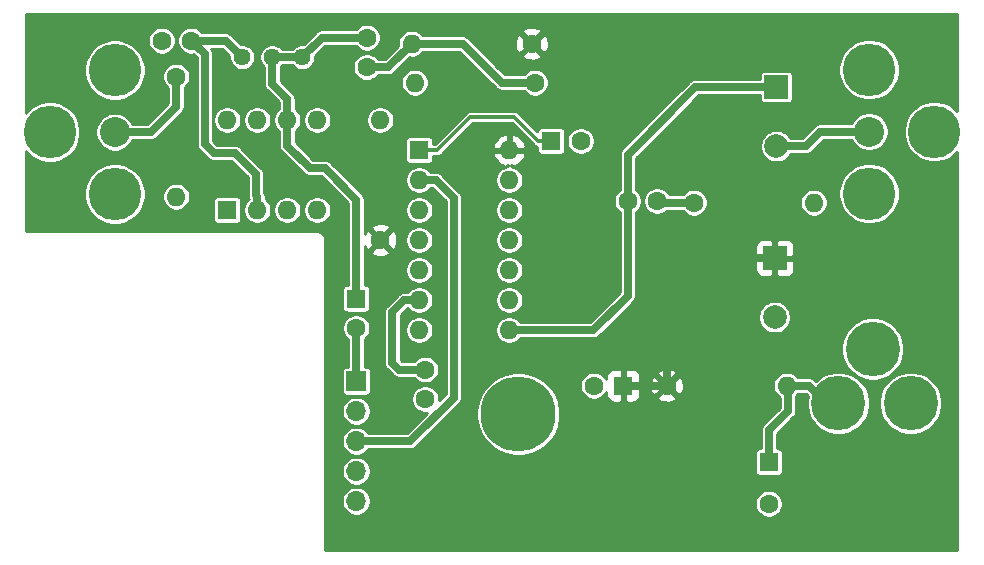
<source format=gtl>
G04 #@! TF.GenerationSoftware,KiCad,Pcbnew,(5.1.10)-1*
G04 #@! TF.CreationDate,2021-10-23T14:25:22-04:00*
G04 #@! TF.ProjectId,AudioAmp380,41756469-6f41-46d7-9033-38302e6b6963,1*
G04 #@! TF.SameCoordinates,Original*
G04 #@! TF.FileFunction,Copper,L1,Top*
G04 #@! TF.FilePolarity,Positive*
%FSLAX46Y46*%
G04 Gerber Fmt 4.6, Leading zero omitted, Abs format (unit mm)*
G04 Created by KiCad (PCBNEW (5.1.10)-1) date 2021-10-23 14:25:22*
%MOMM*%
%LPD*%
G01*
G04 APERTURE LIST*
G04 #@! TA.AperFunction,ComponentPad*
%ADD10R,1.600000X1.600000*%
G04 #@! TD*
G04 #@! TA.AperFunction,ComponentPad*
%ADD11O,1.600000X1.600000*%
G04 #@! TD*
G04 #@! TA.AperFunction,ComponentPad*
%ADD12C,1.600000*%
G04 #@! TD*
G04 #@! TA.AperFunction,ComponentPad*
%ADD13C,6.350000*%
G04 #@! TD*
G04 #@! TA.AperFunction,ComponentPad*
%ADD14C,4.445000*%
G04 #@! TD*
G04 #@! TA.AperFunction,ComponentPad*
%ADD15C,2.540000*%
G04 #@! TD*
G04 #@! TA.AperFunction,ComponentPad*
%ADD16R,1.700000X1.700000*%
G04 #@! TD*
G04 #@! TA.AperFunction,ComponentPad*
%ADD17O,1.700000X1.700000*%
G04 #@! TD*
G04 #@! TA.AperFunction,ComponentPad*
%ADD18C,2.000000*%
G04 #@! TD*
G04 #@! TA.AperFunction,ComponentPad*
%ADD19R,2.000000X2.000000*%
G04 #@! TD*
G04 #@! TA.AperFunction,ComponentPad*
%ADD20C,4.600000*%
G04 #@! TD*
G04 #@! TA.AperFunction,ComponentPad*
%ADD21C,1.440000*%
G04 #@! TD*
G04 #@! TA.AperFunction,Conductor*
%ADD22C,0.635000*%
G04 #@! TD*
G04 #@! TA.AperFunction,Conductor*
%ADD23C,0.304800*%
G04 #@! TD*
G04 #@! TA.AperFunction,Conductor*
%ADD24C,0.254000*%
G04 #@! TD*
G04 #@! TA.AperFunction,Conductor*
%ADD25C,0.152400*%
G04 #@! TD*
G04 APERTURE END LIST*
D10*
X50058000Y-63258400D03*
D11*
X57678000Y-55638400D03*
X52598000Y-63258400D03*
X55138000Y-55638400D03*
X55138000Y-63258400D03*
X52598000Y-55638400D03*
X57678000Y-63258400D03*
X50058000Y-55638400D03*
X63012000Y-55638400D03*
D12*
X63012000Y-65798400D03*
D11*
X65933000Y-52463400D03*
D12*
X76093000Y-52463400D03*
X45740000Y-51955400D03*
D11*
X45740000Y-62115400D03*
D10*
X95905000Y-84613400D03*
D12*
X95905000Y-88113400D03*
D13*
X74696000Y-80530400D03*
D14*
X35021200Y-56654400D03*
X40533000Y-61899500D03*
X40533000Y-51409300D03*
D15*
X40533000Y-56654400D03*
D14*
X109916800Y-56613400D03*
X104405000Y-51368300D03*
X104405000Y-61858500D03*
D15*
X104405000Y-56613400D03*
D16*
X60980000Y-77736400D03*
D17*
X60980000Y-80276400D03*
X60980000Y-82816400D03*
X60980000Y-85356400D03*
X60980000Y-87896400D03*
D12*
X83967000Y-62496400D03*
X86467000Y-62496400D03*
D10*
X66314000Y-58178400D03*
D11*
X73934000Y-73418400D03*
X66314000Y-60718400D03*
X73934000Y-70878400D03*
X66314000Y-63258400D03*
X73934000Y-68338400D03*
X66314000Y-65798400D03*
X73934000Y-65798400D03*
X66314000Y-68338400D03*
X73934000Y-63258400D03*
X66314000Y-70878400D03*
X73934000Y-60718400D03*
X66314000Y-73418400D03*
X73934000Y-58178400D03*
D12*
X47010000Y-48907400D03*
X44510000Y-48907400D03*
X61869000Y-51153400D03*
X61869000Y-48653400D03*
X75839000Y-49161400D03*
D11*
X65679000Y-49161400D03*
X97429000Y-78113400D03*
D12*
X87269000Y-78113400D03*
X89555000Y-62623400D03*
D11*
X99715000Y-62623400D03*
D10*
X83586000Y-78117400D03*
D12*
X81086000Y-78117400D03*
X60980000Y-73251400D03*
D10*
X60980000Y-70751400D03*
D12*
X66822000Y-79260400D03*
X66822000Y-76760400D03*
D10*
X77490000Y-57416400D03*
D12*
X79990000Y-57416400D03*
D18*
X96413000Y-72322400D03*
D19*
X96413000Y-67322400D03*
X96540000Y-52844400D03*
D18*
X96540000Y-57844400D03*
D20*
X107905000Y-79613400D03*
X101805000Y-79613400D03*
X104705000Y-75013400D03*
D21*
X56408000Y-50304400D03*
X53868000Y-50304400D03*
X51328000Y-50304400D03*
D22*
X97525000Y-78113400D02*
X97525000Y-80293400D01*
X95905000Y-81913400D02*
X95905000Y-84613400D01*
X97525000Y-80293400D02*
X95905000Y-81913400D01*
X101805000Y-79613400D02*
X100805000Y-79613400D01*
X100805000Y-79613400D02*
X99305000Y-78113400D01*
X99305000Y-78113400D02*
X97525000Y-78113400D01*
X86594000Y-62623400D02*
X86467000Y-62496400D01*
X89555000Y-62623400D02*
X86594000Y-62623400D01*
X40533000Y-56654400D02*
X43581000Y-56654400D01*
X45740000Y-54495400D02*
X45740000Y-51955400D01*
X43581000Y-56654400D02*
X45740000Y-54495400D01*
X96540000Y-57844400D02*
X99033000Y-57844400D01*
X100264000Y-56613400D02*
X104405000Y-56613400D01*
X99033000Y-57844400D02*
X100264000Y-56613400D01*
X60980000Y-77736400D02*
X60980000Y-73251400D01*
X83967000Y-58559400D02*
X83967000Y-62496400D01*
X96540000Y-52844400D02*
X89682000Y-52844400D01*
X89682000Y-52844400D02*
X83967000Y-58559400D01*
X73934000Y-73418400D02*
X81046000Y-73418400D01*
X83967000Y-70497400D02*
X81046000Y-73418400D01*
X83967000Y-62496400D02*
X83967000Y-70497400D01*
X67711000Y-60718400D02*
X66314000Y-60718400D01*
X69235000Y-62242400D02*
X67711000Y-60718400D01*
X60980000Y-82816400D02*
X65552000Y-82816400D01*
X69235000Y-79133400D02*
X69235000Y-62242400D01*
X65552000Y-82816400D02*
X69235000Y-79133400D01*
X87265000Y-78117400D02*
X87269000Y-78113400D01*
X84094000Y-78117400D02*
X87265000Y-78117400D01*
X87269000Y-72021400D02*
X87269000Y-78113400D01*
X96413000Y-67322400D02*
X91968000Y-67322400D01*
X91968000Y-67322400D02*
X87269000Y-72021400D01*
X83590000Y-78113400D02*
X83586000Y-78117400D01*
X87269000Y-78113400D02*
X83590000Y-78113400D01*
X63687000Y-51153400D02*
X65679000Y-49161400D01*
X61869000Y-51153400D02*
X63687000Y-51153400D01*
X76093000Y-52463400D02*
X73299000Y-52463400D01*
X69997000Y-49161400D02*
X65679000Y-49161400D01*
X73299000Y-52463400D02*
X69997000Y-49161400D01*
X52598000Y-62127030D02*
X52471000Y-62000030D01*
X52598000Y-63258400D02*
X52598000Y-62127030D01*
X52471000Y-62000030D02*
X52471000Y-60210400D01*
X52471000Y-60210400D02*
X50693000Y-58432400D01*
X50693000Y-58432400D02*
X48915000Y-58432400D01*
X48915000Y-58432400D02*
X48153000Y-57670400D01*
X48153000Y-50050400D02*
X47010000Y-48907400D01*
X48153000Y-57670400D02*
X48153000Y-50050400D01*
X49931000Y-48907400D02*
X51328000Y-50304400D01*
X47010000Y-48907400D02*
X49931000Y-48907400D01*
X57043000Y-59702400D02*
X58313000Y-59702400D01*
X60980000Y-62369400D02*
X60980000Y-70751400D01*
X55138000Y-55638400D02*
X55138000Y-57797400D01*
X58313000Y-59702400D02*
X60980000Y-62369400D01*
X55138000Y-57797400D02*
X57043000Y-59702400D01*
X55138000Y-55638400D02*
X55138000Y-53860400D01*
X53868000Y-52590400D02*
X53868000Y-50304400D01*
X55138000Y-53860400D02*
X53868000Y-52590400D01*
X53868000Y-50304400D02*
X56408000Y-50304400D01*
X58059000Y-48653400D02*
X56408000Y-50304400D01*
X61869000Y-48653400D02*
X58059000Y-48653400D01*
X66822000Y-76760400D02*
X64576000Y-76760400D01*
X64576000Y-76760400D02*
X64028000Y-76212400D01*
X64028000Y-76212400D02*
X64028000Y-71894400D01*
X65044000Y-70878400D02*
X66314000Y-70878400D01*
X64028000Y-71894400D02*
X65044000Y-70878400D01*
D23*
X76385200Y-57416400D02*
X74353200Y-55384400D01*
X77490000Y-57416400D02*
X76385200Y-57416400D01*
X67838000Y-58178400D02*
X70632000Y-55384400D01*
X66314000Y-58178400D02*
X67838000Y-58178400D01*
X74353200Y-55384400D02*
X70632000Y-55384400D01*
D24*
X111833501Y-54848197D02*
X111576434Y-54591130D01*
X111150020Y-54306208D01*
X110676213Y-54109951D01*
X110173222Y-54009900D01*
X109660378Y-54009900D01*
X109157387Y-54109951D01*
X108683580Y-54306208D01*
X108257166Y-54591130D01*
X107894530Y-54953766D01*
X107609608Y-55380180D01*
X107413351Y-55853987D01*
X107313300Y-56356978D01*
X107313300Y-56869822D01*
X107413351Y-57372813D01*
X107609608Y-57846620D01*
X107894530Y-58273034D01*
X108257166Y-58635670D01*
X108683580Y-58920592D01*
X109157387Y-59116849D01*
X109660378Y-59216900D01*
X110173222Y-59216900D01*
X110676213Y-59116849D01*
X111150020Y-58920592D01*
X111576434Y-58635670D01*
X111833501Y-58378603D01*
X111833500Y-92041900D01*
X58313000Y-92041900D01*
X58313000Y-87775157D01*
X59749000Y-87775157D01*
X59749000Y-88017643D01*
X59796307Y-88255469D01*
X59889102Y-88479497D01*
X60023820Y-88681117D01*
X60195283Y-88852580D01*
X60396903Y-88987298D01*
X60620931Y-89080093D01*
X60858757Y-89127400D01*
X61101243Y-89127400D01*
X61339069Y-89080093D01*
X61563097Y-88987298D01*
X61764717Y-88852580D01*
X61936180Y-88681117D01*
X62070898Y-88479497D01*
X62163693Y-88255469D01*
X62211000Y-88017643D01*
X62211000Y-87997082D01*
X94724000Y-87997082D01*
X94724000Y-88229718D01*
X94769386Y-88457885D01*
X94858412Y-88672813D01*
X94987658Y-88866243D01*
X95152157Y-89030742D01*
X95345587Y-89159988D01*
X95560515Y-89249014D01*
X95788682Y-89294400D01*
X96021318Y-89294400D01*
X96249485Y-89249014D01*
X96464413Y-89159988D01*
X96657843Y-89030742D01*
X96822342Y-88866243D01*
X96951588Y-88672813D01*
X97040614Y-88457885D01*
X97086000Y-88229718D01*
X97086000Y-87997082D01*
X97040614Y-87768915D01*
X96951588Y-87553987D01*
X96822342Y-87360557D01*
X96657843Y-87196058D01*
X96464413Y-87066812D01*
X96249485Y-86977786D01*
X96021318Y-86932400D01*
X95788682Y-86932400D01*
X95560515Y-86977786D01*
X95345587Y-87066812D01*
X95152157Y-87196058D01*
X94987658Y-87360557D01*
X94858412Y-87553987D01*
X94769386Y-87768915D01*
X94724000Y-87997082D01*
X62211000Y-87997082D01*
X62211000Y-87775157D01*
X62163693Y-87537331D01*
X62070898Y-87313303D01*
X61936180Y-87111683D01*
X61764717Y-86940220D01*
X61563097Y-86805502D01*
X61339069Y-86712707D01*
X61101243Y-86665400D01*
X60858757Y-86665400D01*
X60620931Y-86712707D01*
X60396903Y-86805502D01*
X60195283Y-86940220D01*
X60023820Y-87111683D01*
X59889102Y-87313303D01*
X59796307Y-87537331D01*
X59749000Y-87775157D01*
X58313000Y-87775157D01*
X58313000Y-85235157D01*
X59749000Y-85235157D01*
X59749000Y-85477643D01*
X59796307Y-85715469D01*
X59889102Y-85939497D01*
X60023820Y-86141117D01*
X60195283Y-86312580D01*
X60396903Y-86447298D01*
X60620931Y-86540093D01*
X60858757Y-86587400D01*
X61101243Y-86587400D01*
X61339069Y-86540093D01*
X61563097Y-86447298D01*
X61764717Y-86312580D01*
X61936180Y-86141117D01*
X62070898Y-85939497D01*
X62163693Y-85715469D01*
X62211000Y-85477643D01*
X62211000Y-85235157D01*
X62163693Y-84997331D01*
X62070898Y-84773303D01*
X61936180Y-84571683D01*
X61764717Y-84400220D01*
X61563097Y-84265502D01*
X61339069Y-84172707D01*
X61101243Y-84125400D01*
X60858757Y-84125400D01*
X60620931Y-84172707D01*
X60396903Y-84265502D01*
X60195283Y-84400220D01*
X60023820Y-84571683D01*
X59889102Y-84773303D01*
X59796307Y-84997331D01*
X59749000Y-85235157D01*
X58313000Y-85235157D01*
X58313000Y-82695157D01*
X59749000Y-82695157D01*
X59749000Y-82937643D01*
X59796307Y-83175469D01*
X59889102Y-83399497D01*
X60023820Y-83601117D01*
X60195283Y-83772580D01*
X60396903Y-83907298D01*
X60620931Y-84000093D01*
X60858757Y-84047400D01*
X61101243Y-84047400D01*
X61339069Y-84000093D01*
X61563097Y-83907298D01*
X61764717Y-83772580D01*
X61936180Y-83601117D01*
X61993788Y-83514900D01*
X65517702Y-83514900D01*
X65552000Y-83518278D01*
X65586298Y-83514900D01*
X65586309Y-83514900D01*
X65688930Y-83504793D01*
X65820597Y-83464852D01*
X65941943Y-83399991D01*
X66048303Y-83312703D01*
X66070175Y-83286052D01*
X69176062Y-80180165D01*
X71140000Y-80180165D01*
X71140000Y-80880635D01*
X71276655Y-81567647D01*
X71544714Y-82214798D01*
X71933874Y-82797218D01*
X72429182Y-83292526D01*
X73011602Y-83681686D01*
X73658753Y-83949745D01*
X74345765Y-84086400D01*
X75046235Y-84086400D01*
X75733247Y-83949745D01*
X76062412Y-83813400D01*
X94722157Y-83813400D01*
X94722157Y-85413400D01*
X94729513Y-85488089D01*
X94751299Y-85559908D01*
X94786678Y-85626096D01*
X94834289Y-85684111D01*
X94892304Y-85731722D01*
X94958492Y-85767101D01*
X95030311Y-85788887D01*
X95105000Y-85796243D01*
X96705000Y-85796243D01*
X96779689Y-85788887D01*
X96851508Y-85767101D01*
X96917696Y-85731722D01*
X96975711Y-85684111D01*
X97023322Y-85626096D01*
X97058701Y-85559908D01*
X97080487Y-85488089D01*
X97087843Y-85413400D01*
X97087843Y-83813400D01*
X97080487Y-83738711D01*
X97058701Y-83666892D01*
X97023322Y-83600704D01*
X96975711Y-83542689D01*
X96917696Y-83495078D01*
X96851508Y-83459699D01*
X96779689Y-83437913D01*
X96705000Y-83430557D01*
X96603500Y-83430557D01*
X96603500Y-82202727D01*
X97994657Y-80811571D01*
X98021303Y-80789703D01*
X98043171Y-80763057D01*
X98043174Y-80763054D01*
X98108591Y-80683344D01*
X98173451Y-80561999D01*
X98173452Y-80561997D01*
X98213393Y-80430330D01*
X98223500Y-80327709D01*
X98223500Y-80327698D01*
X98226878Y-80293400D01*
X98223500Y-80259102D01*
X98223500Y-78989085D01*
X98346342Y-78866243D01*
X98382653Y-78811900D01*
X99015673Y-78811900D01*
X99195196Y-78991423D01*
X99124000Y-79349345D01*
X99124000Y-79877455D01*
X99227030Y-80395419D01*
X99429129Y-80883330D01*
X99722531Y-81322438D01*
X100095962Y-81695869D01*
X100535070Y-81989271D01*
X101022981Y-82191370D01*
X101540945Y-82294400D01*
X102069055Y-82294400D01*
X102587019Y-82191370D01*
X103074930Y-81989271D01*
X103514038Y-81695869D01*
X103887469Y-81322438D01*
X104180871Y-80883330D01*
X104382970Y-80395419D01*
X104486000Y-79877455D01*
X104486000Y-79349345D01*
X105224000Y-79349345D01*
X105224000Y-79877455D01*
X105327030Y-80395419D01*
X105529129Y-80883330D01*
X105822531Y-81322438D01*
X106195962Y-81695869D01*
X106635070Y-81989271D01*
X107122981Y-82191370D01*
X107640945Y-82294400D01*
X108169055Y-82294400D01*
X108687019Y-82191370D01*
X109174930Y-81989271D01*
X109614038Y-81695869D01*
X109987469Y-81322438D01*
X110280871Y-80883330D01*
X110482970Y-80395419D01*
X110586000Y-79877455D01*
X110586000Y-79349345D01*
X110482970Y-78831381D01*
X110280871Y-78343470D01*
X109987469Y-77904362D01*
X109614038Y-77530931D01*
X109174930Y-77237529D01*
X108687019Y-77035430D01*
X108169055Y-76932400D01*
X107640945Y-76932400D01*
X107122981Y-77035430D01*
X106635070Y-77237529D01*
X106195962Y-77530931D01*
X105822531Y-77904362D01*
X105529129Y-78343470D01*
X105327030Y-78831381D01*
X105224000Y-79349345D01*
X104486000Y-79349345D01*
X104382970Y-78831381D01*
X104180871Y-78343470D01*
X103887469Y-77904362D01*
X103514038Y-77530931D01*
X103074930Y-77237529D01*
X102587019Y-77035430D01*
X102069055Y-76932400D01*
X101540945Y-76932400D01*
X101022981Y-77035430D01*
X100535070Y-77237529D01*
X100095962Y-77530931D01*
X99903160Y-77723733D01*
X99823175Y-77643748D01*
X99801303Y-77617097D01*
X99694943Y-77529809D01*
X99573597Y-77464948D01*
X99441930Y-77425007D01*
X99339309Y-77414900D01*
X99339298Y-77414900D01*
X99305000Y-77411522D01*
X99270702Y-77414900D01*
X98382653Y-77414900D01*
X98346342Y-77360557D01*
X98181843Y-77196058D01*
X97988413Y-77066812D01*
X97773485Y-76977786D01*
X97545318Y-76932400D01*
X97312682Y-76932400D01*
X97084515Y-76977786D01*
X96869587Y-77066812D01*
X96676157Y-77196058D01*
X96511658Y-77360557D01*
X96382412Y-77553987D01*
X96293386Y-77768915D01*
X96248000Y-77997082D01*
X96248000Y-78229718D01*
X96293386Y-78457885D01*
X96382412Y-78672813D01*
X96511658Y-78866243D01*
X96676157Y-79030742D01*
X96826500Y-79131198D01*
X96826501Y-80004071D01*
X95435344Y-81395229D01*
X95408697Y-81417098D01*
X95386829Y-81443744D01*
X95386826Y-81443747D01*
X95321409Y-81523457D01*
X95297789Y-81567647D01*
X95256548Y-81644804D01*
X95216607Y-81776471D01*
X95206500Y-81879092D01*
X95206500Y-81879102D01*
X95203122Y-81913400D01*
X95206500Y-81947698D01*
X95206501Y-83430557D01*
X95105000Y-83430557D01*
X95030311Y-83437913D01*
X94958492Y-83459699D01*
X94892304Y-83495078D01*
X94834289Y-83542689D01*
X94786678Y-83600704D01*
X94751299Y-83666892D01*
X94729513Y-83738711D01*
X94722157Y-83813400D01*
X76062412Y-83813400D01*
X76380398Y-83681686D01*
X76962818Y-83292526D01*
X77458126Y-82797218D01*
X77847286Y-82214798D01*
X78115345Y-81567647D01*
X78252000Y-80880635D01*
X78252000Y-80180165D01*
X78115345Y-79493153D01*
X77847286Y-78846002D01*
X77458126Y-78263582D01*
X77195626Y-78001082D01*
X79905000Y-78001082D01*
X79905000Y-78233718D01*
X79950386Y-78461885D01*
X80039412Y-78676813D01*
X80168658Y-78870243D01*
X80333157Y-79034742D01*
X80526587Y-79163988D01*
X80741515Y-79253014D01*
X80969682Y-79298400D01*
X81202318Y-79298400D01*
X81430485Y-79253014D01*
X81645413Y-79163988D01*
X81838843Y-79034742D01*
X82003342Y-78870243D01*
X82132588Y-78676813D01*
X82149611Y-78635717D01*
X82147928Y-78917400D01*
X82160188Y-79041882D01*
X82196498Y-79161580D01*
X82255463Y-79271894D01*
X82334815Y-79368585D01*
X82431506Y-79447937D01*
X82541820Y-79506902D01*
X82661518Y-79543212D01*
X82786000Y-79555472D01*
X83300250Y-79552400D01*
X83459000Y-79393650D01*
X83459000Y-78244400D01*
X83713000Y-78244400D01*
X83713000Y-79393650D01*
X83871750Y-79552400D01*
X84386000Y-79555472D01*
X84510482Y-79543212D01*
X84630180Y-79506902D01*
X84740494Y-79447937D01*
X84837185Y-79368585D01*
X84916537Y-79271894D01*
X84975502Y-79161580D01*
X84992331Y-79106102D01*
X86455903Y-79106102D01*
X86527486Y-79350071D01*
X86782996Y-79470971D01*
X87057184Y-79539700D01*
X87339512Y-79553617D01*
X87619130Y-79512187D01*
X87885292Y-79417003D01*
X88010514Y-79350071D01*
X88082097Y-79106102D01*
X87269000Y-78293005D01*
X86455903Y-79106102D01*
X84992331Y-79106102D01*
X85011812Y-79041882D01*
X85024072Y-78917400D01*
X85021000Y-78403150D01*
X84862250Y-78244400D01*
X83713000Y-78244400D01*
X83459000Y-78244400D01*
X83439000Y-78244400D01*
X83439000Y-78183912D01*
X85828783Y-78183912D01*
X85870213Y-78463530D01*
X85965397Y-78729692D01*
X86032329Y-78854914D01*
X86276298Y-78926497D01*
X87089395Y-78113400D01*
X87448605Y-78113400D01*
X88261702Y-78926497D01*
X88505671Y-78854914D01*
X88626571Y-78599404D01*
X88695300Y-78325216D01*
X88709217Y-78042888D01*
X88667787Y-77763270D01*
X88572603Y-77497108D01*
X88505671Y-77371886D01*
X88261702Y-77300303D01*
X87448605Y-78113400D01*
X87089395Y-78113400D01*
X86276298Y-77300303D01*
X86032329Y-77371886D01*
X85911429Y-77627396D01*
X85842700Y-77901584D01*
X85828783Y-78183912D01*
X83439000Y-78183912D01*
X83439000Y-77990400D01*
X83459000Y-77990400D01*
X83459000Y-76841150D01*
X83713000Y-76841150D01*
X83713000Y-77990400D01*
X84862250Y-77990400D01*
X85021000Y-77831650D01*
X85024072Y-77317400D01*
X85011812Y-77192918D01*
X84989905Y-77120698D01*
X86455903Y-77120698D01*
X87269000Y-77933795D01*
X88082097Y-77120698D01*
X88010514Y-76876729D01*
X87755004Y-76755829D01*
X87480816Y-76687100D01*
X87198488Y-76673183D01*
X86918870Y-76714613D01*
X86652708Y-76809797D01*
X86527486Y-76876729D01*
X86455903Y-77120698D01*
X84989905Y-77120698D01*
X84975502Y-77073220D01*
X84916537Y-76962906D01*
X84837185Y-76866215D01*
X84740494Y-76786863D01*
X84630180Y-76727898D01*
X84510482Y-76691588D01*
X84386000Y-76679328D01*
X83871750Y-76682400D01*
X83713000Y-76841150D01*
X83459000Y-76841150D01*
X83300250Y-76682400D01*
X82786000Y-76679328D01*
X82661518Y-76691588D01*
X82541820Y-76727898D01*
X82431506Y-76786863D01*
X82334815Y-76866215D01*
X82255463Y-76962906D01*
X82196498Y-77073220D01*
X82160188Y-77192918D01*
X82147928Y-77317400D01*
X82149611Y-77599083D01*
X82132588Y-77557987D01*
X82003342Y-77364557D01*
X81838843Y-77200058D01*
X81645413Y-77070812D01*
X81430485Y-76981786D01*
X81202318Y-76936400D01*
X80969682Y-76936400D01*
X80741515Y-76981786D01*
X80526587Y-77070812D01*
X80333157Y-77200058D01*
X80168658Y-77364557D01*
X80039412Y-77557987D01*
X79950386Y-77772915D01*
X79905000Y-78001082D01*
X77195626Y-78001082D01*
X76962818Y-77768274D01*
X76380398Y-77379114D01*
X75733247Y-77111055D01*
X75046235Y-76974400D01*
X74345765Y-76974400D01*
X73658753Y-77111055D01*
X73011602Y-77379114D01*
X72429182Y-77768274D01*
X71933874Y-78263582D01*
X71544714Y-78846002D01*
X71276655Y-79493153D01*
X71140000Y-80180165D01*
X69176062Y-80180165D01*
X69704662Y-79651566D01*
X69731302Y-79629703D01*
X69753167Y-79603061D01*
X69753174Y-79603054D01*
X69818591Y-79523343D01*
X69843646Y-79476469D01*
X69883452Y-79401997D01*
X69923393Y-79270330D01*
X69933500Y-79167709D01*
X69933500Y-79167698D01*
X69936878Y-79133400D01*
X69933500Y-79099102D01*
X69933500Y-74749345D01*
X102024000Y-74749345D01*
X102024000Y-75277455D01*
X102127030Y-75795419D01*
X102329129Y-76283330D01*
X102622531Y-76722438D01*
X102995962Y-77095869D01*
X103435070Y-77389271D01*
X103922981Y-77591370D01*
X104440945Y-77694400D01*
X104969055Y-77694400D01*
X105487019Y-77591370D01*
X105974930Y-77389271D01*
X106414038Y-77095869D01*
X106787469Y-76722438D01*
X107080871Y-76283330D01*
X107282970Y-75795419D01*
X107386000Y-75277455D01*
X107386000Y-74749345D01*
X107282970Y-74231381D01*
X107080871Y-73743470D01*
X106787469Y-73304362D01*
X106414038Y-72930931D01*
X105974930Y-72637529D01*
X105487019Y-72435430D01*
X104969055Y-72332400D01*
X104440945Y-72332400D01*
X103922981Y-72435430D01*
X103435070Y-72637529D01*
X102995962Y-72930931D01*
X102622531Y-73304362D01*
X102329129Y-73743470D01*
X102127030Y-74231381D01*
X102024000Y-74749345D01*
X69933500Y-74749345D01*
X69933500Y-73302082D01*
X72753000Y-73302082D01*
X72753000Y-73534718D01*
X72798386Y-73762885D01*
X72887412Y-73977813D01*
X73016658Y-74171243D01*
X73181157Y-74335742D01*
X73374587Y-74464988D01*
X73589515Y-74554014D01*
X73817682Y-74599400D01*
X74050318Y-74599400D01*
X74278485Y-74554014D01*
X74493413Y-74464988D01*
X74686843Y-74335742D01*
X74851342Y-74171243D01*
X74887653Y-74116900D01*
X81011702Y-74116900D01*
X81046000Y-74120278D01*
X81080298Y-74116900D01*
X81080309Y-74116900D01*
X81182930Y-74106793D01*
X81314597Y-74066852D01*
X81435943Y-74001991D01*
X81542303Y-73914703D01*
X81564175Y-73888052D01*
X83265844Y-72186383D01*
X95032000Y-72186383D01*
X95032000Y-72458417D01*
X95085071Y-72725223D01*
X95189174Y-72976549D01*
X95340307Y-73202736D01*
X95532664Y-73395093D01*
X95758851Y-73546226D01*
X96010177Y-73650329D01*
X96276983Y-73703400D01*
X96549017Y-73703400D01*
X96815823Y-73650329D01*
X97067149Y-73546226D01*
X97293336Y-73395093D01*
X97485693Y-73202736D01*
X97636826Y-72976549D01*
X97740929Y-72725223D01*
X97794000Y-72458417D01*
X97794000Y-72186383D01*
X97740929Y-71919577D01*
X97636826Y-71668251D01*
X97485693Y-71442064D01*
X97293336Y-71249707D01*
X97067149Y-71098574D01*
X96815823Y-70994471D01*
X96549017Y-70941400D01*
X96276983Y-70941400D01*
X96010177Y-70994471D01*
X95758851Y-71098574D01*
X95532664Y-71249707D01*
X95340307Y-71442064D01*
X95189174Y-71668251D01*
X95085071Y-71919577D01*
X95032000Y-72186383D01*
X83265844Y-72186383D01*
X84436657Y-71015571D01*
X84463303Y-70993703D01*
X84485171Y-70967057D01*
X84485174Y-70967054D01*
X84550591Y-70887344D01*
X84585260Y-70822483D01*
X84615452Y-70765997D01*
X84655393Y-70634330D01*
X84665500Y-70531709D01*
X84665500Y-70531698D01*
X84668878Y-70497400D01*
X84665500Y-70463102D01*
X84665500Y-68322400D01*
X94774928Y-68322400D01*
X94787188Y-68446882D01*
X94823498Y-68566580D01*
X94882463Y-68676894D01*
X94961815Y-68773585D01*
X95058506Y-68852937D01*
X95168820Y-68911902D01*
X95288518Y-68948212D01*
X95413000Y-68960472D01*
X96127250Y-68957400D01*
X96286000Y-68798650D01*
X96286000Y-67449400D01*
X96540000Y-67449400D01*
X96540000Y-68798650D01*
X96698750Y-68957400D01*
X97413000Y-68960472D01*
X97537482Y-68948212D01*
X97657180Y-68911902D01*
X97767494Y-68852937D01*
X97864185Y-68773585D01*
X97943537Y-68676894D01*
X98002502Y-68566580D01*
X98038812Y-68446882D01*
X98051072Y-68322400D01*
X98048000Y-67608150D01*
X97889250Y-67449400D01*
X96540000Y-67449400D01*
X96286000Y-67449400D01*
X94936750Y-67449400D01*
X94778000Y-67608150D01*
X94774928Y-68322400D01*
X84665500Y-68322400D01*
X84665500Y-66322400D01*
X94774928Y-66322400D01*
X94778000Y-67036650D01*
X94936750Y-67195400D01*
X96286000Y-67195400D01*
X96286000Y-65846150D01*
X96540000Y-65846150D01*
X96540000Y-67195400D01*
X97889250Y-67195400D01*
X98048000Y-67036650D01*
X98051072Y-66322400D01*
X98038812Y-66197918D01*
X98002502Y-66078220D01*
X97943537Y-65967906D01*
X97864185Y-65871215D01*
X97767494Y-65791863D01*
X97657180Y-65732898D01*
X97537482Y-65696588D01*
X97413000Y-65684328D01*
X96698750Y-65687400D01*
X96540000Y-65846150D01*
X96286000Y-65846150D01*
X96127250Y-65687400D01*
X95413000Y-65684328D01*
X95288518Y-65696588D01*
X95168820Y-65732898D01*
X95058506Y-65791863D01*
X94961815Y-65871215D01*
X94882463Y-65967906D01*
X94823498Y-66078220D01*
X94787188Y-66197918D01*
X94774928Y-66322400D01*
X84665500Y-66322400D01*
X84665500Y-63450053D01*
X84719843Y-63413742D01*
X84884342Y-63249243D01*
X85013588Y-63055813D01*
X85102614Y-62840885D01*
X85148000Y-62612718D01*
X85148000Y-62380082D01*
X85286000Y-62380082D01*
X85286000Y-62612718D01*
X85331386Y-62840885D01*
X85420412Y-63055813D01*
X85549658Y-63249243D01*
X85714157Y-63413742D01*
X85907587Y-63542988D01*
X86122515Y-63632014D01*
X86350682Y-63677400D01*
X86583318Y-63677400D01*
X86811485Y-63632014D01*
X87026413Y-63542988D01*
X87219843Y-63413742D01*
X87311685Y-63321900D01*
X88601347Y-63321900D01*
X88637658Y-63376243D01*
X88802157Y-63540742D01*
X88995587Y-63669988D01*
X89210515Y-63759014D01*
X89438682Y-63804400D01*
X89671318Y-63804400D01*
X89899485Y-63759014D01*
X90114413Y-63669988D01*
X90307843Y-63540742D01*
X90472342Y-63376243D01*
X90601588Y-63182813D01*
X90690614Y-62967885D01*
X90736000Y-62739718D01*
X90736000Y-62507082D01*
X98534000Y-62507082D01*
X98534000Y-62739718D01*
X98579386Y-62967885D01*
X98668412Y-63182813D01*
X98797658Y-63376243D01*
X98962157Y-63540742D01*
X99155587Y-63669988D01*
X99370515Y-63759014D01*
X99598682Y-63804400D01*
X99831318Y-63804400D01*
X100059485Y-63759014D01*
X100274413Y-63669988D01*
X100467843Y-63540742D01*
X100632342Y-63376243D01*
X100761588Y-63182813D01*
X100850614Y-62967885D01*
X100896000Y-62739718D01*
X100896000Y-62507082D01*
X100850614Y-62278915D01*
X100761588Y-62063987D01*
X100632342Y-61870557D01*
X100467843Y-61706058D01*
X100312227Y-61602078D01*
X101801500Y-61602078D01*
X101801500Y-62114922D01*
X101901551Y-62617913D01*
X102097808Y-63091720D01*
X102382730Y-63518134D01*
X102745366Y-63880770D01*
X103171780Y-64165692D01*
X103645587Y-64361949D01*
X104148578Y-64462000D01*
X104661422Y-64462000D01*
X105164413Y-64361949D01*
X105638220Y-64165692D01*
X106064634Y-63880770D01*
X106427270Y-63518134D01*
X106712192Y-63091720D01*
X106908449Y-62617913D01*
X107008500Y-62114922D01*
X107008500Y-61602078D01*
X106908449Y-61099087D01*
X106712192Y-60625280D01*
X106427270Y-60198866D01*
X106064634Y-59836230D01*
X105638220Y-59551308D01*
X105164413Y-59355051D01*
X104661422Y-59255000D01*
X104148578Y-59255000D01*
X103645587Y-59355051D01*
X103171780Y-59551308D01*
X102745366Y-59836230D01*
X102382730Y-60198866D01*
X102097808Y-60625280D01*
X101901551Y-61099087D01*
X101801500Y-61602078D01*
X100312227Y-61602078D01*
X100274413Y-61576812D01*
X100059485Y-61487786D01*
X99831318Y-61442400D01*
X99598682Y-61442400D01*
X99370515Y-61487786D01*
X99155587Y-61576812D01*
X98962157Y-61706058D01*
X98797658Y-61870557D01*
X98668412Y-62063987D01*
X98579386Y-62278915D01*
X98534000Y-62507082D01*
X90736000Y-62507082D01*
X90690614Y-62278915D01*
X90601588Y-62063987D01*
X90472342Y-61870557D01*
X90307843Y-61706058D01*
X90114413Y-61576812D01*
X89899485Y-61487786D01*
X89671318Y-61442400D01*
X89438682Y-61442400D01*
X89210515Y-61487786D01*
X88995587Y-61576812D01*
X88802157Y-61706058D01*
X88637658Y-61870557D01*
X88601347Y-61924900D01*
X87505512Y-61924900D01*
X87384342Y-61743557D01*
X87219843Y-61579058D01*
X87026413Y-61449812D01*
X86811485Y-61360786D01*
X86583318Y-61315400D01*
X86350682Y-61315400D01*
X86122515Y-61360786D01*
X85907587Y-61449812D01*
X85714157Y-61579058D01*
X85549658Y-61743557D01*
X85420412Y-61936987D01*
X85331386Y-62151915D01*
X85286000Y-62380082D01*
X85148000Y-62380082D01*
X85102614Y-62151915D01*
X85013588Y-61936987D01*
X84884342Y-61743557D01*
X84719843Y-61579058D01*
X84665500Y-61542747D01*
X84665500Y-58848727D01*
X85805844Y-57708383D01*
X95159000Y-57708383D01*
X95159000Y-57980417D01*
X95212071Y-58247223D01*
X95316174Y-58498549D01*
X95467307Y-58724736D01*
X95659664Y-58917093D01*
X95885851Y-59068226D01*
X96137177Y-59172329D01*
X96403983Y-59225400D01*
X96676017Y-59225400D01*
X96942823Y-59172329D01*
X97194149Y-59068226D01*
X97420336Y-58917093D01*
X97612693Y-58724736D01*
X97734192Y-58542900D01*
X98998702Y-58542900D01*
X99033000Y-58546278D01*
X99067298Y-58542900D01*
X99067309Y-58542900D01*
X99169930Y-58532793D01*
X99301597Y-58492852D01*
X99422943Y-58427991D01*
X99529303Y-58340703D01*
X99551175Y-58314052D01*
X100553328Y-57311900D01*
X102907299Y-57311900D01*
X102941903Y-57395442D01*
X103122585Y-57665851D01*
X103352549Y-57895815D01*
X103622958Y-58076497D01*
X103923421Y-58200953D01*
X104242391Y-58264400D01*
X104567609Y-58264400D01*
X104886579Y-58200953D01*
X105187042Y-58076497D01*
X105457451Y-57895815D01*
X105687415Y-57665851D01*
X105868097Y-57395442D01*
X105992553Y-57094979D01*
X106056000Y-56776009D01*
X106056000Y-56450791D01*
X105992553Y-56131821D01*
X105868097Y-55831358D01*
X105687415Y-55560949D01*
X105457451Y-55330985D01*
X105187042Y-55150303D01*
X104886579Y-55025847D01*
X104567609Y-54962400D01*
X104242391Y-54962400D01*
X103923421Y-55025847D01*
X103622958Y-55150303D01*
X103352549Y-55330985D01*
X103122585Y-55560949D01*
X102941903Y-55831358D01*
X102907299Y-55914900D01*
X100298298Y-55914900D01*
X100264000Y-55911522D01*
X100229702Y-55914900D01*
X100229691Y-55914900D01*
X100127070Y-55925007D01*
X99995403Y-55964948D01*
X99938917Y-55995140D01*
X99874056Y-56029809D01*
X99794346Y-56095226D01*
X99794343Y-56095229D01*
X99767697Y-56117097D01*
X99745829Y-56143743D01*
X98743673Y-57145900D01*
X97734192Y-57145900D01*
X97612693Y-56964064D01*
X97420336Y-56771707D01*
X97194149Y-56620574D01*
X96942823Y-56516471D01*
X96676017Y-56463400D01*
X96403983Y-56463400D01*
X96137177Y-56516471D01*
X95885851Y-56620574D01*
X95659664Y-56771707D01*
X95467307Y-56964064D01*
X95316174Y-57190251D01*
X95212071Y-57441577D01*
X95159000Y-57708383D01*
X85805844Y-57708383D01*
X89971328Y-53542900D01*
X95157157Y-53542900D01*
X95157157Y-53844400D01*
X95164513Y-53919089D01*
X95186299Y-53990908D01*
X95221678Y-54057096D01*
X95269289Y-54115111D01*
X95327304Y-54162722D01*
X95393492Y-54198101D01*
X95465311Y-54219887D01*
X95540000Y-54227243D01*
X97540000Y-54227243D01*
X97614689Y-54219887D01*
X97686508Y-54198101D01*
X97752696Y-54162722D01*
X97810711Y-54115111D01*
X97858322Y-54057096D01*
X97893701Y-53990908D01*
X97915487Y-53919089D01*
X97922843Y-53844400D01*
X97922843Y-51844400D01*
X97915487Y-51769711D01*
X97893701Y-51697892D01*
X97858322Y-51631704D01*
X97810711Y-51573689D01*
X97752696Y-51526078D01*
X97686508Y-51490699D01*
X97614689Y-51468913D01*
X97540000Y-51461557D01*
X95540000Y-51461557D01*
X95465311Y-51468913D01*
X95393492Y-51490699D01*
X95327304Y-51526078D01*
X95269289Y-51573689D01*
X95221678Y-51631704D01*
X95186299Y-51697892D01*
X95164513Y-51769711D01*
X95157157Y-51844400D01*
X95157157Y-52145900D01*
X89716298Y-52145900D01*
X89682000Y-52142522D01*
X89647702Y-52145900D01*
X89647691Y-52145900D01*
X89545070Y-52156007D01*
X89413403Y-52195948D01*
X89292057Y-52260809D01*
X89212346Y-52326226D01*
X89212343Y-52326229D01*
X89185697Y-52348097D01*
X89163829Y-52374743D01*
X83497344Y-58041229D01*
X83470697Y-58063098D01*
X83448829Y-58089744D01*
X83448826Y-58089747D01*
X83383409Y-58169457D01*
X83322738Y-58282965D01*
X83318548Y-58290804D01*
X83278607Y-58422471D01*
X83268500Y-58525092D01*
X83268500Y-58525102D01*
X83265122Y-58559400D01*
X83268500Y-58593698D01*
X83268501Y-61542747D01*
X83214157Y-61579058D01*
X83049658Y-61743557D01*
X82920412Y-61936987D01*
X82831386Y-62151915D01*
X82786000Y-62380082D01*
X82786000Y-62612718D01*
X82831386Y-62840885D01*
X82920412Y-63055813D01*
X83049658Y-63249243D01*
X83214157Y-63413742D01*
X83268500Y-63450053D01*
X83268501Y-70208071D01*
X80756673Y-72719900D01*
X74887653Y-72719900D01*
X74851342Y-72665557D01*
X74686843Y-72501058D01*
X74493413Y-72371812D01*
X74278485Y-72282786D01*
X74050318Y-72237400D01*
X73817682Y-72237400D01*
X73589515Y-72282786D01*
X73374587Y-72371812D01*
X73181157Y-72501058D01*
X73016658Y-72665557D01*
X72887412Y-72858987D01*
X72798386Y-73073915D01*
X72753000Y-73302082D01*
X69933500Y-73302082D01*
X69933500Y-70762082D01*
X72753000Y-70762082D01*
X72753000Y-70994718D01*
X72798386Y-71222885D01*
X72887412Y-71437813D01*
X73016658Y-71631243D01*
X73181157Y-71795742D01*
X73374587Y-71924988D01*
X73589515Y-72014014D01*
X73817682Y-72059400D01*
X74050318Y-72059400D01*
X74278485Y-72014014D01*
X74493413Y-71924988D01*
X74686843Y-71795742D01*
X74851342Y-71631243D01*
X74980588Y-71437813D01*
X75069614Y-71222885D01*
X75115000Y-70994718D01*
X75115000Y-70762082D01*
X75069614Y-70533915D01*
X74980588Y-70318987D01*
X74851342Y-70125557D01*
X74686843Y-69961058D01*
X74493413Y-69831812D01*
X74278485Y-69742786D01*
X74050318Y-69697400D01*
X73817682Y-69697400D01*
X73589515Y-69742786D01*
X73374587Y-69831812D01*
X73181157Y-69961058D01*
X73016658Y-70125557D01*
X72887412Y-70318987D01*
X72798386Y-70533915D01*
X72753000Y-70762082D01*
X69933500Y-70762082D01*
X69933500Y-68222082D01*
X72753000Y-68222082D01*
X72753000Y-68454718D01*
X72798386Y-68682885D01*
X72887412Y-68897813D01*
X73016658Y-69091243D01*
X73181157Y-69255742D01*
X73374587Y-69384988D01*
X73589515Y-69474014D01*
X73817682Y-69519400D01*
X74050318Y-69519400D01*
X74278485Y-69474014D01*
X74493413Y-69384988D01*
X74686843Y-69255742D01*
X74851342Y-69091243D01*
X74980588Y-68897813D01*
X75069614Y-68682885D01*
X75115000Y-68454718D01*
X75115000Y-68222082D01*
X75069614Y-67993915D01*
X74980588Y-67778987D01*
X74851342Y-67585557D01*
X74686843Y-67421058D01*
X74493413Y-67291812D01*
X74278485Y-67202786D01*
X74050318Y-67157400D01*
X73817682Y-67157400D01*
X73589515Y-67202786D01*
X73374587Y-67291812D01*
X73181157Y-67421058D01*
X73016658Y-67585557D01*
X72887412Y-67778987D01*
X72798386Y-67993915D01*
X72753000Y-68222082D01*
X69933500Y-68222082D01*
X69933500Y-65682082D01*
X72753000Y-65682082D01*
X72753000Y-65914718D01*
X72798386Y-66142885D01*
X72887412Y-66357813D01*
X73016658Y-66551243D01*
X73181157Y-66715742D01*
X73374587Y-66844988D01*
X73589515Y-66934014D01*
X73817682Y-66979400D01*
X74050318Y-66979400D01*
X74278485Y-66934014D01*
X74493413Y-66844988D01*
X74686843Y-66715742D01*
X74851342Y-66551243D01*
X74980588Y-66357813D01*
X75069614Y-66142885D01*
X75115000Y-65914718D01*
X75115000Y-65682082D01*
X75069614Y-65453915D01*
X74980588Y-65238987D01*
X74851342Y-65045557D01*
X74686843Y-64881058D01*
X74493413Y-64751812D01*
X74278485Y-64662786D01*
X74050318Y-64617400D01*
X73817682Y-64617400D01*
X73589515Y-64662786D01*
X73374587Y-64751812D01*
X73181157Y-64881058D01*
X73016658Y-65045557D01*
X72887412Y-65238987D01*
X72798386Y-65453915D01*
X72753000Y-65682082D01*
X69933500Y-65682082D01*
X69933500Y-63142082D01*
X72753000Y-63142082D01*
X72753000Y-63374718D01*
X72798386Y-63602885D01*
X72887412Y-63817813D01*
X73016658Y-64011243D01*
X73181157Y-64175742D01*
X73374587Y-64304988D01*
X73589515Y-64394014D01*
X73817682Y-64439400D01*
X74050318Y-64439400D01*
X74278485Y-64394014D01*
X74493413Y-64304988D01*
X74686843Y-64175742D01*
X74851342Y-64011243D01*
X74980588Y-63817813D01*
X75069614Y-63602885D01*
X75115000Y-63374718D01*
X75115000Y-63142082D01*
X75069614Y-62913915D01*
X74980588Y-62698987D01*
X74851342Y-62505557D01*
X74686843Y-62341058D01*
X74493413Y-62211812D01*
X74278485Y-62122786D01*
X74050318Y-62077400D01*
X73817682Y-62077400D01*
X73589515Y-62122786D01*
X73374587Y-62211812D01*
X73181157Y-62341058D01*
X73016658Y-62505557D01*
X72887412Y-62698987D01*
X72798386Y-62913915D01*
X72753000Y-63142082D01*
X69933500Y-63142082D01*
X69933500Y-62276697D01*
X69936878Y-62242399D01*
X69933500Y-62208101D01*
X69933500Y-62208091D01*
X69923393Y-62105470D01*
X69883452Y-61973803D01*
X69883451Y-61973801D01*
X69818591Y-61852456D01*
X69753173Y-61772745D01*
X69753171Y-61772743D01*
X69731303Y-61746097D01*
X69704657Y-61724229D01*
X68229175Y-60248748D01*
X68207303Y-60222097D01*
X68100943Y-60134809D01*
X67979597Y-60069948D01*
X67847930Y-60030007D01*
X67745309Y-60019900D01*
X67745298Y-60019900D01*
X67711000Y-60016522D01*
X67676702Y-60019900D01*
X67267653Y-60019900D01*
X67231342Y-59965557D01*
X67066843Y-59801058D01*
X66873413Y-59671812D01*
X66658485Y-59582786D01*
X66430318Y-59537400D01*
X66197682Y-59537400D01*
X65969515Y-59582786D01*
X65754587Y-59671812D01*
X65561157Y-59801058D01*
X65396658Y-59965557D01*
X65267412Y-60158987D01*
X65178386Y-60373915D01*
X65133000Y-60602082D01*
X65133000Y-60834718D01*
X65178386Y-61062885D01*
X65267412Y-61277813D01*
X65396658Y-61471243D01*
X65561157Y-61635742D01*
X65754587Y-61764988D01*
X65969515Y-61854014D01*
X66197682Y-61899400D01*
X66430318Y-61899400D01*
X66658485Y-61854014D01*
X66873413Y-61764988D01*
X67066843Y-61635742D01*
X67231342Y-61471243D01*
X67267653Y-61416900D01*
X67421673Y-61416900D01*
X68536501Y-62531729D01*
X68536500Y-78844072D01*
X68002788Y-79377784D01*
X68003000Y-79376718D01*
X68003000Y-79144082D01*
X67957614Y-78915915D01*
X67868588Y-78700987D01*
X67739342Y-78507557D01*
X67574843Y-78343058D01*
X67381413Y-78213812D01*
X67166485Y-78124786D01*
X66938318Y-78079400D01*
X66705682Y-78079400D01*
X66477515Y-78124786D01*
X66262587Y-78213812D01*
X66069157Y-78343058D01*
X65904658Y-78507557D01*
X65775412Y-78700987D01*
X65686386Y-78915915D01*
X65641000Y-79144082D01*
X65641000Y-79376718D01*
X65686386Y-79604885D01*
X65775412Y-79819813D01*
X65904658Y-80013243D01*
X66069157Y-80177742D01*
X66262587Y-80306988D01*
X66477515Y-80396014D01*
X66705682Y-80441400D01*
X66938318Y-80441400D01*
X66939385Y-80441188D01*
X65262673Y-82117900D01*
X61993788Y-82117900D01*
X61936180Y-82031683D01*
X61764717Y-81860220D01*
X61563097Y-81725502D01*
X61339069Y-81632707D01*
X61101243Y-81585400D01*
X60858757Y-81585400D01*
X60620931Y-81632707D01*
X60396903Y-81725502D01*
X60195283Y-81860220D01*
X60023820Y-82031683D01*
X59889102Y-82233303D01*
X59796307Y-82457331D01*
X59749000Y-82695157D01*
X58313000Y-82695157D01*
X58313000Y-80155157D01*
X59749000Y-80155157D01*
X59749000Y-80397643D01*
X59796307Y-80635469D01*
X59889102Y-80859497D01*
X60023820Y-81061117D01*
X60195283Y-81232580D01*
X60396903Y-81367298D01*
X60620931Y-81460093D01*
X60858757Y-81507400D01*
X61101243Y-81507400D01*
X61339069Y-81460093D01*
X61563097Y-81367298D01*
X61764717Y-81232580D01*
X61936180Y-81061117D01*
X62070898Y-80859497D01*
X62163693Y-80635469D01*
X62211000Y-80397643D01*
X62211000Y-80155157D01*
X62163693Y-79917331D01*
X62070898Y-79693303D01*
X61936180Y-79491683D01*
X61764717Y-79320220D01*
X61563097Y-79185502D01*
X61339069Y-79092707D01*
X61101243Y-79045400D01*
X60858757Y-79045400D01*
X60620931Y-79092707D01*
X60396903Y-79185502D01*
X60195283Y-79320220D01*
X60023820Y-79491683D01*
X59889102Y-79693303D01*
X59796307Y-79917331D01*
X59749000Y-80155157D01*
X58313000Y-80155157D01*
X58313000Y-76886400D01*
X59747157Y-76886400D01*
X59747157Y-78586400D01*
X59754513Y-78661089D01*
X59776299Y-78732908D01*
X59811678Y-78799096D01*
X59859289Y-78857111D01*
X59917304Y-78904722D01*
X59983492Y-78940101D01*
X60055311Y-78961887D01*
X60130000Y-78969243D01*
X61830000Y-78969243D01*
X61904689Y-78961887D01*
X61976508Y-78940101D01*
X62042696Y-78904722D01*
X62100711Y-78857111D01*
X62148322Y-78799096D01*
X62183701Y-78732908D01*
X62205487Y-78661089D01*
X62212843Y-78586400D01*
X62212843Y-76886400D01*
X62205487Y-76811711D01*
X62183701Y-76739892D01*
X62148322Y-76673704D01*
X62100711Y-76615689D01*
X62042696Y-76568078D01*
X61976508Y-76532699D01*
X61904689Y-76510913D01*
X61830000Y-76503557D01*
X61678500Y-76503557D01*
X61678500Y-74205053D01*
X61732843Y-74168742D01*
X61897342Y-74004243D01*
X62026588Y-73810813D01*
X62115614Y-73595885D01*
X62161000Y-73367718D01*
X62161000Y-73135082D01*
X62115614Y-72906915D01*
X62026588Y-72691987D01*
X61897342Y-72498557D01*
X61732843Y-72334058D01*
X61539413Y-72204812D01*
X61324485Y-72115786D01*
X61096318Y-72070400D01*
X60863682Y-72070400D01*
X60635515Y-72115786D01*
X60420587Y-72204812D01*
X60227157Y-72334058D01*
X60062658Y-72498557D01*
X59933412Y-72691987D01*
X59844386Y-72906915D01*
X59799000Y-73135082D01*
X59799000Y-73367718D01*
X59844386Y-73595885D01*
X59933412Y-73810813D01*
X60062658Y-74004243D01*
X60227157Y-74168742D01*
X60281501Y-74205053D01*
X60281500Y-76503557D01*
X60130000Y-76503557D01*
X60055311Y-76510913D01*
X59983492Y-76532699D01*
X59917304Y-76568078D01*
X59859289Y-76615689D01*
X59811678Y-76673704D01*
X59776299Y-76739892D01*
X59754513Y-76811711D01*
X59747157Y-76886400D01*
X58313000Y-76886400D01*
X58313000Y-65544400D01*
X58310560Y-65519624D01*
X58303333Y-65495799D01*
X58291597Y-65473843D01*
X58275803Y-65454597D01*
X58256557Y-65438803D01*
X58234601Y-65427067D01*
X58217080Y-65421752D01*
X58208552Y-65393638D01*
X58155484Y-65294355D01*
X58084067Y-65207333D01*
X57997045Y-65135916D01*
X57897762Y-65082848D01*
X57790034Y-65050169D01*
X57706074Y-65041900D01*
X57678000Y-65039135D01*
X57649926Y-65041900D01*
X32976500Y-65041900D01*
X32976500Y-61643078D01*
X37929500Y-61643078D01*
X37929500Y-62155922D01*
X38029551Y-62658913D01*
X38225808Y-63132720D01*
X38510730Y-63559134D01*
X38873366Y-63921770D01*
X39299780Y-64206692D01*
X39773587Y-64402949D01*
X40276578Y-64503000D01*
X40789422Y-64503000D01*
X41292413Y-64402949D01*
X41766220Y-64206692D01*
X42192634Y-63921770D01*
X42555270Y-63559134D01*
X42840192Y-63132720D01*
X43036449Y-62658913D01*
X43136500Y-62155922D01*
X43136500Y-61999082D01*
X44559000Y-61999082D01*
X44559000Y-62231718D01*
X44604386Y-62459885D01*
X44693412Y-62674813D01*
X44822658Y-62868243D01*
X44987157Y-63032742D01*
X45180587Y-63161988D01*
X45395515Y-63251014D01*
X45623682Y-63296400D01*
X45856318Y-63296400D01*
X46084485Y-63251014D01*
X46299413Y-63161988D01*
X46492843Y-63032742D01*
X46657342Y-62868243D01*
X46786588Y-62674813D01*
X46875614Y-62459885D01*
X46875909Y-62458400D01*
X48875157Y-62458400D01*
X48875157Y-64058400D01*
X48882513Y-64133089D01*
X48904299Y-64204908D01*
X48939678Y-64271096D01*
X48987289Y-64329111D01*
X49045304Y-64376722D01*
X49111492Y-64412101D01*
X49183311Y-64433887D01*
X49258000Y-64441243D01*
X50858000Y-64441243D01*
X50932689Y-64433887D01*
X51004508Y-64412101D01*
X51070696Y-64376722D01*
X51128711Y-64329111D01*
X51176322Y-64271096D01*
X51211701Y-64204908D01*
X51233487Y-64133089D01*
X51240843Y-64058400D01*
X51240843Y-62458400D01*
X51233487Y-62383711D01*
X51211701Y-62311892D01*
X51176322Y-62245704D01*
X51128711Y-62187689D01*
X51070696Y-62140078D01*
X51004508Y-62104699D01*
X50932689Y-62082913D01*
X50858000Y-62075557D01*
X49258000Y-62075557D01*
X49183311Y-62082913D01*
X49111492Y-62104699D01*
X49045304Y-62140078D01*
X48987289Y-62187689D01*
X48939678Y-62245704D01*
X48904299Y-62311892D01*
X48882513Y-62383711D01*
X48875157Y-62458400D01*
X46875909Y-62458400D01*
X46921000Y-62231718D01*
X46921000Y-61999082D01*
X46875614Y-61770915D01*
X46786588Y-61555987D01*
X46657342Y-61362557D01*
X46492843Y-61198058D01*
X46299413Y-61068812D01*
X46084485Y-60979786D01*
X45856318Y-60934400D01*
X45623682Y-60934400D01*
X45395515Y-60979786D01*
X45180587Y-61068812D01*
X44987157Y-61198058D01*
X44822658Y-61362557D01*
X44693412Y-61555987D01*
X44604386Y-61770915D01*
X44559000Y-61999082D01*
X43136500Y-61999082D01*
X43136500Y-61643078D01*
X43036449Y-61140087D01*
X42840192Y-60666280D01*
X42555270Y-60239866D01*
X42192634Y-59877230D01*
X41766220Y-59592308D01*
X41292413Y-59396051D01*
X40789422Y-59296000D01*
X40276578Y-59296000D01*
X39773587Y-59396051D01*
X39299780Y-59592308D01*
X38873366Y-59877230D01*
X38510730Y-60239866D01*
X38225808Y-60666280D01*
X38029551Y-61140087D01*
X37929500Y-61643078D01*
X32976500Y-61643078D01*
X32976500Y-58280465D01*
X32998930Y-58314034D01*
X33361566Y-58676670D01*
X33787980Y-58961592D01*
X34261787Y-59157849D01*
X34764778Y-59257900D01*
X35277622Y-59257900D01*
X35780613Y-59157849D01*
X36254420Y-58961592D01*
X36680834Y-58676670D01*
X37043470Y-58314034D01*
X37328392Y-57887620D01*
X37524649Y-57413813D01*
X37624700Y-56910822D01*
X37624700Y-56491791D01*
X38882000Y-56491791D01*
X38882000Y-56817009D01*
X38945447Y-57135979D01*
X39069903Y-57436442D01*
X39250585Y-57706851D01*
X39480549Y-57936815D01*
X39750958Y-58117497D01*
X40051421Y-58241953D01*
X40370391Y-58305400D01*
X40695609Y-58305400D01*
X41014579Y-58241953D01*
X41315042Y-58117497D01*
X41585451Y-57936815D01*
X41815415Y-57706851D01*
X41996097Y-57436442D01*
X42030701Y-57352900D01*
X43546702Y-57352900D01*
X43581000Y-57356278D01*
X43615298Y-57352900D01*
X43615309Y-57352900D01*
X43717930Y-57342793D01*
X43849597Y-57302852D01*
X43970943Y-57237991D01*
X44077303Y-57150703D01*
X44099175Y-57124052D01*
X46209667Y-55013562D01*
X46236302Y-54991703D01*
X46258162Y-54965067D01*
X46258174Y-54965055D01*
X46323591Y-54885344D01*
X46388451Y-54763999D01*
X46401477Y-54721058D01*
X46428393Y-54632330D01*
X46438500Y-54529709D01*
X46438500Y-54529699D01*
X46441878Y-54495401D01*
X46438500Y-54461103D01*
X46438500Y-52909053D01*
X46492843Y-52872742D01*
X46657342Y-52708243D01*
X46786588Y-52514813D01*
X46875614Y-52299885D01*
X46921000Y-52071718D01*
X46921000Y-51839082D01*
X46875614Y-51610915D01*
X46786588Y-51395987D01*
X46657342Y-51202557D01*
X46492843Y-51038058D01*
X46299413Y-50908812D01*
X46084485Y-50819786D01*
X45856318Y-50774400D01*
X45623682Y-50774400D01*
X45395515Y-50819786D01*
X45180587Y-50908812D01*
X44987157Y-51038058D01*
X44822658Y-51202557D01*
X44693412Y-51395987D01*
X44604386Y-51610915D01*
X44559000Y-51839082D01*
X44559000Y-52071718D01*
X44604386Y-52299885D01*
X44693412Y-52514813D01*
X44822658Y-52708243D01*
X44987157Y-52872742D01*
X45041501Y-52909053D01*
X45041500Y-54206071D01*
X43291673Y-55955900D01*
X42030701Y-55955900D01*
X41996097Y-55872358D01*
X41815415Y-55601949D01*
X41585451Y-55371985D01*
X41315042Y-55191303D01*
X41014579Y-55066847D01*
X40695609Y-55003400D01*
X40370391Y-55003400D01*
X40051421Y-55066847D01*
X39750958Y-55191303D01*
X39480549Y-55371985D01*
X39250585Y-55601949D01*
X39069903Y-55872358D01*
X38945447Y-56172821D01*
X38882000Y-56491791D01*
X37624700Y-56491791D01*
X37624700Y-56397978D01*
X37524649Y-55894987D01*
X37328392Y-55421180D01*
X37043470Y-54994766D01*
X36680834Y-54632130D01*
X36254420Y-54347208D01*
X35780613Y-54150951D01*
X35277622Y-54050900D01*
X34764778Y-54050900D01*
X34261787Y-54150951D01*
X33787980Y-54347208D01*
X33361566Y-54632130D01*
X32998930Y-54994766D01*
X32976500Y-55028335D01*
X32976500Y-51152878D01*
X37929500Y-51152878D01*
X37929500Y-51665722D01*
X38029551Y-52168713D01*
X38225808Y-52642520D01*
X38510730Y-53068934D01*
X38873366Y-53431570D01*
X39299780Y-53716492D01*
X39773587Y-53912749D01*
X40276578Y-54012800D01*
X40789422Y-54012800D01*
X41292413Y-53912749D01*
X41766220Y-53716492D01*
X42192634Y-53431570D01*
X42555270Y-53068934D01*
X42840192Y-52642520D01*
X43036449Y-52168713D01*
X43136500Y-51665722D01*
X43136500Y-51152878D01*
X43036449Y-50649887D01*
X42840192Y-50176080D01*
X42555270Y-49749666D01*
X42192634Y-49387030D01*
X41766220Y-49102108D01*
X41292413Y-48905851D01*
X40789422Y-48805800D01*
X40276578Y-48805800D01*
X39773587Y-48905851D01*
X39299780Y-49102108D01*
X38873366Y-49387030D01*
X38510730Y-49749666D01*
X38225808Y-50176080D01*
X38029551Y-50649887D01*
X37929500Y-51152878D01*
X32976500Y-51152878D01*
X32976500Y-48791082D01*
X43329000Y-48791082D01*
X43329000Y-49023718D01*
X43374386Y-49251885D01*
X43463412Y-49466813D01*
X43592658Y-49660243D01*
X43757157Y-49824742D01*
X43950587Y-49953988D01*
X44165515Y-50043014D01*
X44393682Y-50088400D01*
X44626318Y-50088400D01*
X44854485Y-50043014D01*
X45069413Y-49953988D01*
X45262843Y-49824742D01*
X45427342Y-49660243D01*
X45556588Y-49466813D01*
X45645614Y-49251885D01*
X45691000Y-49023718D01*
X45691000Y-48791082D01*
X45829000Y-48791082D01*
X45829000Y-49023718D01*
X45874386Y-49251885D01*
X45963412Y-49466813D01*
X46092658Y-49660243D01*
X46257157Y-49824742D01*
X46450587Y-49953988D01*
X46665515Y-50043014D01*
X46893682Y-50088400D01*
X47126318Y-50088400D01*
X47190421Y-50075649D01*
X47454501Y-50339730D01*
X47454500Y-57636102D01*
X47451122Y-57670400D01*
X47454500Y-57704698D01*
X47454500Y-57704708D01*
X47464607Y-57807329D01*
X47504548Y-57938996D01*
X47504549Y-57938998D01*
X47569409Y-58060343D01*
X47634826Y-58140053D01*
X47634829Y-58140056D01*
X47656697Y-58166702D01*
X47683344Y-58188571D01*
X48396829Y-58902057D01*
X48418697Y-58928703D01*
X48445343Y-58950571D01*
X48445346Y-58950574D01*
X48525056Y-59015991D01*
X48589917Y-59050660D01*
X48646403Y-59080852D01*
X48778070Y-59120793D01*
X48880691Y-59130900D01*
X48880702Y-59130900D01*
X48915000Y-59134278D01*
X48949298Y-59130900D01*
X50403673Y-59130900D01*
X51772501Y-60499729D01*
X51772500Y-61965731D01*
X51769122Y-62000030D01*
X51772500Y-62034328D01*
X51772500Y-62034338D01*
X51782607Y-62136959D01*
X51822548Y-62268626D01*
X51822549Y-62268628D01*
X51857025Y-62333128D01*
X51845157Y-62341058D01*
X51680658Y-62505557D01*
X51551412Y-62698987D01*
X51462386Y-62913915D01*
X51417000Y-63142082D01*
X51417000Y-63374718D01*
X51462386Y-63602885D01*
X51551412Y-63817813D01*
X51680658Y-64011243D01*
X51845157Y-64175742D01*
X52038587Y-64304988D01*
X52253515Y-64394014D01*
X52481682Y-64439400D01*
X52714318Y-64439400D01*
X52942485Y-64394014D01*
X53157413Y-64304988D01*
X53350843Y-64175742D01*
X53515342Y-64011243D01*
X53644588Y-63817813D01*
X53733614Y-63602885D01*
X53779000Y-63374718D01*
X53779000Y-63142082D01*
X53957000Y-63142082D01*
X53957000Y-63374718D01*
X54002386Y-63602885D01*
X54091412Y-63817813D01*
X54220658Y-64011243D01*
X54385157Y-64175742D01*
X54578587Y-64304988D01*
X54793515Y-64394014D01*
X55021682Y-64439400D01*
X55254318Y-64439400D01*
X55482485Y-64394014D01*
X55697413Y-64304988D01*
X55890843Y-64175742D01*
X56055342Y-64011243D01*
X56184588Y-63817813D01*
X56273614Y-63602885D01*
X56319000Y-63374718D01*
X56319000Y-63142082D01*
X56497000Y-63142082D01*
X56497000Y-63374718D01*
X56542386Y-63602885D01*
X56631412Y-63817813D01*
X56760658Y-64011243D01*
X56925157Y-64175742D01*
X57118587Y-64304988D01*
X57333515Y-64394014D01*
X57561682Y-64439400D01*
X57794318Y-64439400D01*
X58022485Y-64394014D01*
X58237413Y-64304988D01*
X58430843Y-64175742D01*
X58595342Y-64011243D01*
X58724588Y-63817813D01*
X58813614Y-63602885D01*
X58859000Y-63374718D01*
X58859000Y-63142082D01*
X58813614Y-62913915D01*
X58724588Y-62698987D01*
X58595342Y-62505557D01*
X58430843Y-62341058D01*
X58237413Y-62211812D01*
X58022485Y-62122786D01*
X57794318Y-62077400D01*
X57561682Y-62077400D01*
X57333515Y-62122786D01*
X57118587Y-62211812D01*
X56925157Y-62341058D01*
X56760658Y-62505557D01*
X56631412Y-62698987D01*
X56542386Y-62913915D01*
X56497000Y-63142082D01*
X56319000Y-63142082D01*
X56273614Y-62913915D01*
X56184588Y-62698987D01*
X56055342Y-62505557D01*
X55890843Y-62341058D01*
X55697413Y-62211812D01*
X55482485Y-62122786D01*
X55254318Y-62077400D01*
X55021682Y-62077400D01*
X54793515Y-62122786D01*
X54578587Y-62211812D01*
X54385157Y-62341058D01*
X54220658Y-62505557D01*
X54091412Y-62698987D01*
X54002386Y-62913915D01*
X53957000Y-63142082D01*
X53779000Y-63142082D01*
X53733614Y-62913915D01*
X53644588Y-62698987D01*
X53515342Y-62505557D01*
X53350843Y-62341058D01*
X53296500Y-62304747D01*
X53296500Y-62161327D01*
X53299878Y-62127029D01*
X53296500Y-62092731D01*
X53296500Y-62092721D01*
X53286393Y-61990100D01*
X53246452Y-61858433D01*
X53181591Y-61737087D01*
X53169500Y-61722354D01*
X53169500Y-60244698D01*
X53172878Y-60210400D01*
X53169500Y-60176102D01*
X53169500Y-60176091D01*
X53159393Y-60073470D01*
X53119452Y-59941803D01*
X53064679Y-59839330D01*
X53054591Y-59820456D01*
X52989174Y-59740746D01*
X52989171Y-59740743D01*
X52967303Y-59714097D01*
X52940657Y-59692229D01*
X51211173Y-57962746D01*
X51189303Y-57936097D01*
X51082943Y-57848809D01*
X50961597Y-57783948D01*
X50829930Y-57744007D01*
X50727309Y-57733900D01*
X50727298Y-57733900D01*
X50693000Y-57730522D01*
X50658702Y-57733900D01*
X49204328Y-57733900D01*
X48851500Y-57381073D01*
X48851500Y-55522082D01*
X48877000Y-55522082D01*
X48877000Y-55754718D01*
X48922386Y-55982885D01*
X49011412Y-56197813D01*
X49140658Y-56391243D01*
X49305157Y-56555742D01*
X49498587Y-56684988D01*
X49713515Y-56774014D01*
X49941682Y-56819400D01*
X50174318Y-56819400D01*
X50402485Y-56774014D01*
X50617413Y-56684988D01*
X50810843Y-56555742D01*
X50975342Y-56391243D01*
X51104588Y-56197813D01*
X51193614Y-55982885D01*
X51239000Y-55754718D01*
X51239000Y-55522082D01*
X51417000Y-55522082D01*
X51417000Y-55754718D01*
X51462386Y-55982885D01*
X51551412Y-56197813D01*
X51680658Y-56391243D01*
X51845157Y-56555742D01*
X52038587Y-56684988D01*
X52253515Y-56774014D01*
X52481682Y-56819400D01*
X52714318Y-56819400D01*
X52942485Y-56774014D01*
X53157413Y-56684988D01*
X53350843Y-56555742D01*
X53515342Y-56391243D01*
X53644588Y-56197813D01*
X53733614Y-55982885D01*
X53779000Y-55754718D01*
X53779000Y-55522082D01*
X53733614Y-55293915D01*
X53644588Y-55078987D01*
X53515342Y-54885557D01*
X53350843Y-54721058D01*
X53157413Y-54591812D01*
X52942485Y-54502786D01*
X52714318Y-54457400D01*
X52481682Y-54457400D01*
X52253515Y-54502786D01*
X52038587Y-54591812D01*
X51845157Y-54721058D01*
X51680658Y-54885557D01*
X51551412Y-55078987D01*
X51462386Y-55293915D01*
X51417000Y-55522082D01*
X51239000Y-55522082D01*
X51193614Y-55293915D01*
X51104588Y-55078987D01*
X50975342Y-54885557D01*
X50810843Y-54721058D01*
X50617413Y-54591812D01*
X50402485Y-54502786D01*
X50174318Y-54457400D01*
X49941682Y-54457400D01*
X49713515Y-54502786D01*
X49498587Y-54591812D01*
X49305157Y-54721058D01*
X49140658Y-54885557D01*
X49011412Y-55078987D01*
X48922386Y-55293915D01*
X48877000Y-55522082D01*
X48851500Y-55522082D01*
X48851500Y-50084697D01*
X48854878Y-50050399D01*
X48851500Y-50016101D01*
X48851500Y-50016091D01*
X48841393Y-49913470D01*
X48801452Y-49781803D01*
X48799255Y-49777692D01*
X48736591Y-49660456D01*
X48691818Y-49605900D01*
X49641673Y-49605900D01*
X50227785Y-50192013D01*
X50227000Y-50195961D01*
X50227000Y-50412839D01*
X50269311Y-50625550D01*
X50352307Y-50825919D01*
X50472798Y-51006246D01*
X50626154Y-51159602D01*
X50806481Y-51280093D01*
X51006850Y-51363089D01*
X51219561Y-51405400D01*
X51436439Y-51405400D01*
X51649150Y-51363089D01*
X51849519Y-51280093D01*
X52029846Y-51159602D01*
X52183202Y-51006246D01*
X52303693Y-50825919D01*
X52386689Y-50625550D01*
X52429000Y-50412839D01*
X52429000Y-50195961D01*
X52767000Y-50195961D01*
X52767000Y-50412839D01*
X52809311Y-50625550D01*
X52892307Y-50825919D01*
X53012798Y-51006246D01*
X53166154Y-51159602D01*
X53169501Y-51161838D01*
X53169500Y-52556101D01*
X53166122Y-52590400D01*
X53169500Y-52624698D01*
X53169500Y-52624708D01*
X53179607Y-52727329D01*
X53219548Y-52858996D01*
X53219549Y-52858998D01*
X53284409Y-52980343D01*
X53349826Y-53060053D01*
X53349829Y-53060056D01*
X53371697Y-53086702D01*
X53398344Y-53108571D01*
X54439501Y-54149729D01*
X54439501Y-54684747D01*
X54385157Y-54721058D01*
X54220658Y-54885557D01*
X54091412Y-55078987D01*
X54002386Y-55293915D01*
X53957000Y-55522082D01*
X53957000Y-55754718D01*
X54002386Y-55982885D01*
X54091412Y-56197813D01*
X54220658Y-56391243D01*
X54385157Y-56555742D01*
X54439500Y-56592053D01*
X54439501Y-57763092D01*
X54436122Y-57797400D01*
X54439501Y-57831708D01*
X54439501Y-57831709D01*
X54449608Y-57934330D01*
X54463865Y-57981329D01*
X54489549Y-58065998D01*
X54554409Y-58187343D01*
X54619826Y-58267053D01*
X54619830Y-58267057D01*
X54641698Y-58293703D01*
X54668344Y-58315571D01*
X56524829Y-60172057D01*
X56546697Y-60198703D01*
X56573343Y-60220571D01*
X56573346Y-60220574D01*
X56653056Y-60285991D01*
X56717917Y-60320660D01*
X56774403Y-60350852D01*
X56906070Y-60390793D01*
X57008691Y-60400900D01*
X57008702Y-60400900D01*
X57043000Y-60404278D01*
X57077298Y-60400900D01*
X58023673Y-60400900D01*
X60281500Y-62658728D01*
X60281501Y-69568557D01*
X60180000Y-69568557D01*
X60105311Y-69575913D01*
X60033492Y-69597699D01*
X59967304Y-69633078D01*
X59909289Y-69680689D01*
X59861678Y-69738704D01*
X59826299Y-69804892D01*
X59804513Y-69876711D01*
X59797157Y-69951400D01*
X59797157Y-71551400D01*
X59804513Y-71626089D01*
X59826299Y-71697908D01*
X59861678Y-71764096D01*
X59909289Y-71822111D01*
X59967304Y-71869722D01*
X60033492Y-71905101D01*
X60105311Y-71926887D01*
X60180000Y-71934243D01*
X61780000Y-71934243D01*
X61854689Y-71926887D01*
X61926508Y-71905101D01*
X61946527Y-71894400D01*
X63326122Y-71894400D01*
X63329501Y-71928708D01*
X63329500Y-76178102D01*
X63326122Y-76212400D01*
X63329500Y-76246698D01*
X63329500Y-76246708D01*
X63339607Y-76349329D01*
X63359806Y-76415915D01*
X63379549Y-76480998D01*
X63444409Y-76602343D01*
X63509826Y-76682053D01*
X63509829Y-76682056D01*
X63531697Y-76708702D01*
X63558344Y-76730571D01*
X64057829Y-77230057D01*
X64079697Y-77256703D01*
X64106343Y-77278571D01*
X64106346Y-77278574D01*
X64186056Y-77343991D01*
X64307401Y-77408851D01*
X64307403Y-77408852D01*
X64439070Y-77448793D01*
X64541691Y-77458900D01*
X64541701Y-77458900D01*
X64575999Y-77462278D01*
X64610297Y-77458900D01*
X65868347Y-77458900D01*
X65904658Y-77513243D01*
X66069157Y-77677742D01*
X66262587Y-77806988D01*
X66477515Y-77896014D01*
X66705682Y-77941400D01*
X66938318Y-77941400D01*
X67166485Y-77896014D01*
X67381413Y-77806988D01*
X67574843Y-77677742D01*
X67739342Y-77513243D01*
X67868588Y-77319813D01*
X67957614Y-77104885D01*
X68003000Y-76876718D01*
X68003000Y-76644082D01*
X67957614Y-76415915D01*
X67868588Y-76200987D01*
X67739342Y-76007557D01*
X67574843Y-75843058D01*
X67381413Y-75713812D01*
X67166485Y-75624786D01*
X66938318Y-75579400D01*
X66705682Y-75579400D01*
X66477515Y-75624786D01*
X66262587Y-75713812D01*
X66069157Y-75843058D01*
X65904658Y-76007557D01*
X65868347Y-76061900D01*
X64865328Y-76061900D01*
X64726500Y-75923073D01*
X64726500Y-73302082D01*
X65133000Y-73302082D01*
X65133000Y-73534718D01*
X65178386Y-73762885D01*
X65267412Y-73977813D01*
X65396658Y-74171243D01*
X65561157Y-74335742D01*
X65754587Y-74464988D01*
X65969515Y-74554014D01*
X66197682Y-74599400D01*
X66430318Y-74599400D01*
X66658485Y-74554014D01*
X66873413Y-74464988D01*
X67066843Y-74335742D01*
X67231342Y-74171243D01*
X67360588Y-73977813D01*
X67449614Y-73762885D01*
X67495000Y-73534718D01*
X67495000Y-73302082D01*
X67449614Y-73073915D01*
X67360588Y-72858987D01*
X67231342Y-72665557D01*
X67066843Y-72501058D01*
X66873413Y-72371812D01*
X66658485Y-72282786D01*
X66430318Y-72237400D01*
X66197682Y-72237400D01*
X65969515Y-72282786D01*
X65754587Y-72371812D01*
X65561157Y-72501058D01*
X65396658Y-72665557D01*
X65267412Y-72858987D01*
X65178386Y-73073915D01*
X65133000Y-73302082D01*
X64726500Y-73302082D01*
X64726500Y-72183727D01*
X65333328Y-71576900D01*
X65360347Y-71576900D01*
X65396658Y-71631243D01*
X65561157Y-71795742D01*
X65754587Y-71924988D01*
X65969515Y-72014014D01*
X66197682Y-72059400D01*
X66430318Y-72059400D01*
X66658485Y-72014014D01*
X66873413Y-71924988D01*
X67066843Y-71795742D01*
X67231342Y-71631243D01*
X67360588Y-71437813D01*
X67449614Y-71222885D01*
X67495000Y-70994718D01*
X67495000Y-70762082D01*
X67449614Y-70533915D01*
X67360588Y-70318987D01*
X67231342Y-70125557D01*
X67066843Y-69961058D01*
X66873413Y-69831812D01*
X66658485Y-69742786D01*
X66430318Y-69697400D01*
X66197682Y-69697400D01*
X65969515Y-69742786D01*
X65754587Y-69831812D01*
X65561157Y-69961058D01*
X65396658Y-70125557D01*
X65360347Y-70179900D01*
X65078298Y-70179900D01*
X65044000Y-70176522D01*
X65009702Y-70179900D01*
X65009691Y-70179900D01*
X64907070Y-70190007D01*
X64775403Y-70229948D01*
X64775401Y-70229949D01*
X64654056Y-70294809D01*
X64574346Y-70360226D01*
X64574343Y-70360229D01*
X64547697Y-70382097D01*
X64525829Y-70408743D01*
X63558344Y-71376229D01*
X63531698Y-71398097D01*
X63509830Y-71424743D01*
X63509826Y-71424747D01*
X63444409Y-71504457D01*
X63379549Y-71625802D01*
X63379549Y-71625803D01*
X63339608Y-71757470D01*
X63335839Y-71795742D01*
X63326122Y-71894400D01*
X61946527Y-71894400D01*
X61992696Y-71869722D01*
X62050711Y-71822111D01*
X62098322Y-71764096D01*
X62133701Y-71697908D01*
X62155487Y-71626089D01*
X62162843Y-71551400D01*
X62162843Y-69951400D01*
X62155487Y-69876711D01*
X62133701Y-69804892D01*
X62098322Y-69738704D01*
X62050711Y-69680689D01*
X61992696Y-69633078D01*
X61926508Y-69597699D01*
X61854689Y-69575913D01*
X61780000Y-69568557D01*
X61678500Y-69568557D01*
X61678500Y-68222082D01*
X65133000Y-68222082D01*
X65133000Y-68454718D01*
X65178386Y-68682885D01*
X65267412Y-68897813D01*
X65396658Y-69091243D01*
X65561157Y-69255742D01*
X65754587Y-69384988D01*
X65969515Y-69474014D01*
X66197682Y-69519400D01*
X66430318Y-69519400D01*
X66658485Y-69474014D01*
X66873413Y-69384988D01*
X67066843Y-69255742D01*
X67231342Y-69091243D01*
X67360588Y-68897813D01*
X67449614Y-68682885D01*
X67495000Y-68454718D01*
X67495000Y-68222082D01*
X67449614Y-67993915D01*
X67360588Y-67778987D01*
X67231342Y-67585557D01*
X67066843Y-67421058D01*
X66873413Y-67291812D01*
X66658485Y-67202786D01*
X66430318Y-67157400D01*
X66197682Y-67157400D01*
X65969515Y-67202786D01*
X65754587Y-67291812D01*
X65561157Y-67421058D01*
X65396658Y-67585557D01*
X65267412Y-67778987D01*
X65178386Y-67993915D01*
X65133000Y-68222082D01*
X61678500Y-68222082D01*
X61678500Y-66791102D01*
X62198903Y-66791102D01*
X62270486Y-67035071D01*
X62525996Y-67155971D01*
X62800184Y-67224700D01*
X63082512Y-67238617D01*
X63362130Y-67197187D01*
X63628292Y-67102003D01*
X63753514Y-67035071D01*
X63825097Y-66791102D01*
X63012000Y-65978005D01*
X62198903Y-66791102D01*
X61678500Y-66791102D01*
X61678500Y-66331091D01*
X61708397Y-66414692D01*
X61775329Y-66539914D01*
X62019298Y-66611497D01*
X62832395Y-65798400D01*
X63191605Y-65798400D01*
X64004702Y-66611497D01*
X64248671Y-66539914D01*
X64369571Y-66284404D01*
X64438300Y-66010216D01*
X64452217Y-65727888D01*
X64445431Y-65682082D01*
X65133000Y-65682082D01*
X65133000Y-65914718D01*
X65178386Y-66142885D01*
X65267412Y-66357813D01*
X65396658Y-66551243D01*
X65561157Y-66715742D01*
X65754587Y-66844988D01*
X65969515Y-66934014D01*
X66197682Y-66979400D01*
X66430318Y-66979400D01*
X66658485Y-66934014D01*
X66873413Y-66844988D01*
X67066843Y-66715742D01*
X67231342Y-66551243D01*
X67360588Y-66357813D01*
X67449614Y-66142885D01*
X67495000Y-65914718D01*
X67495000Y-65682082D01*
X67449614Y-65453915D01*
X67360588Y-65238987D01*
X67231342Y-65045557D01*
X67066843Y-64881058D01*
X66873413Y-64751812D01*
X66658485Y-64662786D01*
X66430318Y-64617400D01*
X66197682Y-64617400D01*
X65969515Y-64662786D01*
X65754587Y-64751812D01*
X65561157Y-64881058D01*
X65396658Y-65045557D01*
X65267412Y-65238987D01*
X65178386Y-65453915D01*
X65133000Y-65682082D01*
X64445431Y-65682082D01*
X64410787Y-65448270D01*
X64315603Y-65182108D01*
X64248671Y-65056886D01*
X64004702Y-64985303D01*
X63191605Y-65798400D01*
X62832395Y-65798400D01*
X62019298Y-64985303D01*
X61775329Y-65056886D01*
X61678500Y-65261524D01*
X61678500Y-64805698D01*
X62198903Y-64805698D01*
X63012000Y-65618795D01*
X63825097Y-64805698D01*
X63753514Y-64561729D01*
X63498004Y-64440829D01*
X63223816Y-64372100D01*
X62941488Y-64358183D01*
X62661870Y-64399613D01*
X62395708Y-64494797D01*
X62270486Y-64561729D01*
X62198903Y-64805698D01*
X61678500Y-64805698D01*
X61678500Y-63142082D01*
X65133000Y-63142082D01*
X65133000Y-63374718D01*
X65178386Y-63602885D01*
X65267412Y-63817813D01*
X65396658Y-64011243D01*
X65561157Y-64175742D01*
X65754587Y-64304988D01*
X65969515Y-64394014D01*
X66197682Y-64439400D01*
X66430318Y-64439400D01*
X66658485Y-64394014D01*
X66873413Y-64304988D01*
X67066843Y-64175742D01*
X67231342Y-64011243D01*
X67360588Y-63817813D01*
X67449614Y-63602885D01*
X67495000Y-63374718D01*
X67495000Y-63142082D01*
X67449614Y-62913915D01*
X67360588Y-62698987D01*
X67231342Y-62505557D01*
X67066843Y-62341058D01*
X66873413Y-62211812D01*
X66658485Y-62122786D01*
X66430318Y-62077400D01*
X66197682Y-62077400D01*
X65969515Y-62122786D01*
X65754587Y-62211812D01*
X65561157Y-62341058D01*
X65396658Y-62505557D01*
X65267412Y-62698987D01*
X65178386Y-62913915D01*
X65133000Y-63142082D01*
X61678500Y-63142082D01*
X61678500Y-62403698D01*
X61681878Y-62369400D01*
X61678500Y-62335102D01*
X61678500Y-62335091D01*
X61668393Y-62232470D01*
X61628452Y-62100803D01*
X61563591Y-61979457D01*
X61562581Y-61978226D01*
X61498174Y-61899746D01*
X61498167Y-61899739D01*
X61476302Y-61873097D01*
X61449662Y-61851234D01*
X58831173Y-59232746D01*
X58809303Y-59206097D01*
X58702943Y-59118809D01*
X58581597Y-59053948D01*
X58449930Y-59014007D01*
X58347309Y-59003900D01*
X58347298Y-59003900D01*
X58313000Y-59000522D01*
X58278702Y-59003900D01*
X57332328Y-59003900D01*
X55836500Y-57508073D01*
X55836500Y-57378400D01*
X65131157Y-57378400D01*
X65131157Y-58978400D01*
X65138513Y-59053089D01*
X65160299Y-59124908D01*
X65195678Y-59191096D01*
X65243289Y-59249111D01*
X65301304Y-59296722D01*
X65367492Y-59332101D01*
X65439311Y-59353887D01*
X65514000Y-59361243D01*
X67114000Y-59361243D01*
X67188689Y-59353887D01*
X67260508Y-59332101D01*
X67326696Y-59296722D01*
X67384711Y-59249111D01*
X67432322Y-59191096D01*
X67467701Y-59124908D01*
X67489487Y-59053089D01*
X67496843Y-58978400D01*
X67496843Y-58711800D01*
X67811813Y-58711800D01*
X67838000Y-58714379D01*
X67864187Y-58711800D01*
X67864195Y-58711800D01*
X67942565Y-58704081D01*
X68043111Y-58673581D01*
X68135775Y-58624051D01*
X68216995Y-58557395D01*
X68233696Y-58537045D01*
X68243302Y-58527439D01*
X72542096Y-58527439D01*
X72582754Y-58661487D01*
X72702963Y-58915820D01*
X72870481Y-59141814D01*
X73078869Y-59330785D01*
X73320119Y-59475470D01*
X73584960Y-59570309D01*
X73806998Y-59449025D01*
X73806998Y-59539525D01*
X73589515Y-59582786D01*
X73374587Y-59671812D01*
X73181157Y-59801058D01*
X73016658Y-59965557D01*
X72887412Y-60158987D01*
X72798386Y-60373915D01*
X72753000Y-60602082D01*
X72753000Y-60834718D01*
X72798386Y-61062885D01*
X72887412Y-61277813D01*
X73016658Y-61471243D01*
X73181157Y-61635742D01*
X73374587Y-61764988D01*
X73589515Y-61854014D01*
X73817682Y-61899400D01*
X74050318Y-61899400D01*
X74278485Y-61854014D01*
X74493413Y-61764988D01*
X74686843Y-61635742D01*
X74851342Y-61471243D01*
X74980588Y-61277813D01*
X75069614Y-61062885D01*
X75115000Y-60834718D01*
X75115000Y-60602082D01*
X75069614Y-60373915D01*
X74980588Y-60158987D01*
X74851342Y-59965557D01*
X74686843Y-59801058D01*
X74493413Y-59671812D01*
X74278485Y-59582786D01*
X74061002Y-59539525D01*
X74061002Y-59449025D01*
X74283040Y-59570309D01*
X74547881Y-59475470D01*
X74789131Y-59330785D01*
X74997519Y-59141814D01*
X75165037Y-58915820D01*
X75285246Y-58661487D01*
X75325904Y-58527439D01*
X75203915Y-58305400D01*
X74061000Y-58305400D01*
X74061000Y-58325400D01*
X73807000Y-58325400D01*
X73807000Y-58305400D01*
X72664085Y-58305400D01*
X72542096Y-58527439D01*
X68243302Y-58527439D01*
X68941380Y-57829361D01*
X72542096Y-57829361D01*
X72664085Y-58051400D01*
X73807000Y-58051400D01*
X73807000Y-56907776D01*
X74061000Y-56907776D01*
X74061000Y-58051400D01*
X75203915Y-58051400D01*
X75325904Y-57829361D01*
X75285246Y-57695313D01*
X75165037Y-57440980D01*
X74997519Y-57214986D01*
X74789131Y-57026015D01*
X74547881Y-56881330D01*
X74283040Y-56786491D01*
X74061000Y-56907776D01*
X73807000Y-56907776D01*
X73584960Y-56786491D01*
X73320119Y-56881330D01*
X73078869Y-57026015D01*
X72870481Y-57214986D01*
X72702963Y-57440980D01*
X72582754Y-57695313D01*
X72542096Y-57829361D01*
X68941380Y-57829361D01*
X70852941Y-55917800D01*
X74132259Y-55917800D01*
X75989509Y-57775051D01*
X76006205Y-57795395D01*
X76087425Y-57862051D01*
X76180089Y-57911581D01*
X76280635Y-57942081D01*
X76307157Y-57944693D01*
X76307157Y-58216400D01*
X76314513Y-58291089D01*
X76336299Y-58362908D01*
X76371678Y-58429096D01*
X76419289Y-58487111D01*
X76477304Y-58534722D01*
X76543492Y-58570101D01*
X76615311Y-58591887D01*
X76690000Y-58599243D01*
X78290000Y-58599243D01*
X78364689Y-58591887D01*
X78436508Y-58570101D01*
X78502696Y-58534722D01*
X78560711Y-58487111D01*
X78608322Y-58429096D01*
X78643701Y-58362908D01*
X78665487Y-58291089D01*
X78672843Y-58216400D01*
X78672843Y-57300082D01*
X78809000Y-57300082D01*
X78809000Y-57532718D01*
X78854386Y-57760885D01*
X78943412Y-57975813D01*
X79072658Y-58169243D01*
X79237157Y-58333742D01*
X79430587Y-58462988D01*
X79645515Y-58552014D01*
X79873682Y-58597400D01*
X80106318Y-58597400D01*
X80334485Y-58552014D01*
X80549413Y-58462988D01*
X80742843Y-58333742D01*
X80907342Y-58169243D01*
X81036588Y-57975813D01*
X81125614Y-57760885D01*
X81171000Y-57532718D01*
X81171000Y-57300082D01*
X81125614Y-57071915D01*
X81036588Y-56856987D01*
X80907342Y-56663557D01*
X80742843Y-56499058D01*
X80549413Y-56369812D01*
X80334485Y-56280786D01*
X80106318Y-56235400D01*
X79873682Y-56235400D01*
X79645515Y-56280786D01*
X79430587Y-56369812D01*
X79237157Y-56499058D01*
X79072658Y-56663557D01*
X78943412Y-56856987D01*
X78854386Y-57071915D01*
X78809000Y-57300082D01*
X78672843Y-57300082D01*
X78672843Y-56616400D01*
X78665487Y-56541711D01*
X78643701Y-56469892D01*
X78608322Y-56403704D01*
X78560711Y-56345689D01*
X78502696Y-56298078D01*
X78436508Y-56262699D01*
X78364689Y-56240913D01*
X78290000Y-56233557D01*
X76690000Y-56233557D01*
X76615311Y-56240913D01*
X76543492Y-56262699D01*
X76477304Y-56298078D01*
X76419289Y-56345689D01*
X76371678Y-56403704D01*
X76336299Y-56469892D01*
X76314513Y-56541711D01*
X76310061Y-56586919D01*
X74748896Y-55025755D01*
X74732195Y-55005405D01*
X74650975Y-54938749D01*
X74558311Y-54889219D01*
X74457765Y-54858719D01*
X74379395Y-54851000D01*
X74379387Y-54851000D01*
X74353200Y-54848421D01*
X74327013Y-54851000D01*
X70658194Y-54851000D01*
X70632000Y-54848420D01*
X70605806Y-54851000D01*
X70605805Y-54851000D01*
X70527435Y-54858719D01*
X70426889Y-54889219D01*
X70334225Y-54938749D01*
X70253005Y-55005405D01*
X70236304Y-55025755D01*
X67617059Y-57645000D01*
X67496843Y-57645000D01*
X67496843Y-57378400D01*
X67489487Y-57303711D01*
X67467701Y-57231892D01*
X67432322Y-57165704D01*
X67384711Y-57107689D01*
X67326696Y-57060078D01*
X67260508Y-57024699D01*
X67188689Y-57002913D01*
X67114000Y-56995557D01*
X65514000Y-56995557D01*
X65439311Y-57002913D01*
X65367492Y-57024699D01*
X65301304Y-57060078D01*
X65243289Y-57107689D01*
X65195678Y-57165704D01*
X65160299Y-57231892D01*
X65138513Y-57303711D01*
X65131157Y-57378400D01*
X55836500Y-57378400D01*
X55836500Y-56592053D01*
X55890843Y-56555742D01*
X56055342Y-56391243D01*
X56184588Y-56197813D01*
X56273614Y-55982885D01*
X56319000Y-55754718D01*
X56319000Y-55522082D01*
X56497000Y-55522082D01*
X56497000Y-55754718D01*
X56542386Y-55982885D01*
X56631412Y-56197813D01*
X56760658Y-56391243D01*
X56925157Y-56555742D01*
X57118587Y-56684988D01*
X57333515Y-56774014D01*
X57561682Y-56819400D01*
X57794318Y-56819400D01*
X58022485Y-56774014D01*
X58237413Y-56684988D01*
X58430843Y-56555742D01*
X58595342Y-56391243D01*
X58724588Y-56197813D01*
X58813614Y-55982885D01*
X58859000Y-55754718D01*
X58859000Y-55522082D01*
X61831000Y-55522082D01*
X61831000Y-55754718D01*
X61876386Y-55982885D01*
X61965412Y-56197813D01*
X62094658Y-56391243D01*
X62259157Y-56555742D01*
X62452587Y-56684988D01*
X62667515Y-56774014D01*
X62895682Y-56819400D01*
X63128318Y-56819400D01*
X63356485Y-56774014D01*
X63571413Y-56684988D01*
X63764843Y-56555742D01*
X63929342Y-56391243D01*
X64058588Y-56197813D01*
X64147614Y-55982885D01*
X64193000Y-55754718D01*
X64193000Y-55522082D01*
X64147614Y-55293915D01*
X64058588Y-55078987D01*
X63929342Y-54885557D01*
X63764843Y-54721058D01*
X63571413Y-54591812D01*
X63356485Y-54502786D01*
X63128318Y-54457400D01*
X62895682Y-54457400D01*
X62667515Y-54502786D01*
X62452587Y-54591812D01*
X62259157Y-54721058D01*
X62094658Y-54885557D01*
X61965412Y-55078987D01*
X61876386Y-55293915D01*
X61831000Y-55522082D01*
X58859000Y-55522082D01*
X58813614Y-55293915D01*
X58724588Y-55078987D01*
X58595342Y-54885557D01*
X58430843Y-54721058D01*
X58237413Y-54591812D01*
X58022485Y-54502786D01*
X57794318Y-54457400D01*
X57561682Y-54457400D01*
X57333515Y-54502786D01*
X57118587Y-54591812D01*
X56925157Y-54721058D01*
X56760658Y-54885557D01*
X56631412Y-55078987D01*
X56542386Y-55293915D01*
X56497000Y-55522082D01*
X56319000Y-55522082D01*
X56273614Y-55293915D01*
X56184588Y-55078987D01*
X56055342Y-54885557D01*
X55890843Y-54721058D01*
X55836500Y-54684747D01*
X55836500Y-53894697D01*
X55839878Y-53860399D01*
X55836500Y-53826101D01*
X55836500Y-53826091D01*
X55826393Y-53723470D01*
X55786452Y-53591803D01*
X55760313Y-53542900D01*
X55721591Y-53470456D01*
X55656174Y-53390745D01*
X55656166Y-53390737D01*
X55634303Y-53364097D01*
X55607662Y-53342233D01*
X54612510Y-52347082D01*
X64752000Y-52347082D01*
X64752000Y-52579718D01*
X64797386Y-52807885D01*
X64886412Y-53022813D01*
X65015658Y-53216243D01*
X65180157Y-53380742D01*
X65373587Y-53509988D01*
X65588515Y-53599014D01*
X65816682Y-53644400D01*
X66049318Y-53644400D01*
X66277485Y-53599014D01*
X66492413Y-53509988D01*
X66685843Y-53380742D01*
X66850342Y-53216243D01*
X66979588Y-53022813D01*
X67068614Y-52807885D01*
X67114000Y-52579718D01*
X67114000Y-52347082D01*
X67068614Y-52118915D01*
X66979588Y-51903987D01*
X66850342Y-51710557D01*
X66685843Y-51546058D01*
X66492413Y-51416812D01*
X66277485Y-51327786D01*
X66049318Y-51282400D01*
X65816682Y-51282400D01*
X65588515Y-51327786D01*
X65373587Y-51416812D01*
X65180157Y-51546058D01*
X65015658Y-51710557D01*
X64886412Y-51903987D01*
X64797386Y-52118915D01*
X64752000Y-52347082D01*
X54612510Y-52347082D01*
X54566500Y-52301073D01*
X54566500Y-51161838D01*
X54569846Y-51159602D01*
X54723202Y-51006246D01*
X54725438Y-51002900D01*
X55550562Y-51002900D01*
X55552798Y-51006246D01*
X55706154Y-51159602D01*
X55886481Y-51280093D01*
X56086850Y-51363089D01*
X56299561Y-51405400D01*
X56516439Y-51405400D01*
X56729150Y-51363089D01*
X56929519Y-51280093D01*
X57109846Y-51159602D01*
X57232366Y-51037082D01*
X60688000Y-51037082D01*
X60688000Y-51269718D01*
X60733386Y-51497885D01*
X60822412Y-51712813D01*
X60951658Y-51906243D01*
X61116157Y-52070742D01*
X61309587Y-52199988D01*
X61524515Y-52289014D01*
X61752682Y-52334400D01*
X61985318Y-52334400D01*
X62213485Y-52289014D01*
X62428413Y-52199988D01*
X62621843Y-52070742D01*
X62786342Y-51906243D01*
X62822653Y-51851900D01*
X63652702Y-51851900D01*
X63687000Y-51855278D01*
X63721298Y-51851900D01*
X63721309Y-51851900D01*
X63823930Y-51841793D01*
X63955597Y-51801852D01*
X64076943Y-51736991D01*
X64183303Y-51649703D01*
X64205175Y-51623052D01*
X65498579Y-50329649D01*
X65562682Y-50342400D01*
X65795318Y-50342400D01*
X66023485Y-50297014D01*
X66238413Y-50207988D01*
X66431843Y-50078742D01*
X66596342Y-49914243D01*
X66632653Y-49859900D01*
X69707673Y-49859900D01*
X72780834Y-52933063D01*
X72802697Y-52959703D01*
X72829337Y-52981566D01*
X72829345Y-52981574D01*
X72909056Y-53046991D01*
X72991418Y-53091014D01*
X73030403Y-53111852D01*
X73162070Y-53151793D01*
X73264691Y-53161900D01*
X73264701Y-53161900D01*
X73298999Y-53165278D01*
X73333297Y-53161900D01*
X75139347Y-53161900D01*
X75175658Y-53216243D01*
X75340157Y-53380742D01*
X75533587Y-53509988D01*
X75748515Y-53599014D01*
X75976682Y-53644400D01*
X76209318Y-53644400D01*
X76437485Y-53599014D01*
X76652413Y-53509988D01*
X76845843Y-53380742D01*
X77010342Y-53216243D01*
X77139588Y-53022813D01*
X77228614Y-52807885D01*
X77274000Y-52579718D01*
X77274000Y-52347082D01*
X77228614Y-52118915D01*
X77139588Y-51903987D01*
X77010342Y-51710557D01*
X76845843Y-51546058D01*
X76652413Y-51416812D01*
X76437485Y-51327786D01*
X76209318Y-51282400D01*
X75976682Y-51282400D01*
X75748515Y-51327786D01*
X75533587Y-51416812D01*
X75340157Y-51546058D01*
X75175658Y-51710557D01*
X75139347Y-51764900D01*
X73588329Y-51764900D01*
X72935307Y-51111878D01*
X101801500Y-51111878D01*
X101801500Y-51624722D01*
X101901551Y-52127713D01*
X102097808Y-52601520D01*
X102382730Y-53027934D01*
X102745366Y-53390570D01*
X103171780Y-53675492D01*
X103645587Y-53871749D01*
X104148578Y-53971800D01*
X104661422Y-53971800D01*
X105164413Y-53871749D01*
X105638220Y-53675492D01*
X106064634Y-53390570D01*
X106427270Y-53027934D01*
X106712192Y-52601520D01*
X106908449Y-52127713D01*
X107008500Y-51624722D01*
X107008500Y-51111878D01*
X106908449Y-50608887D01*
X106712192Y-50135080D01*
X106427270Y-49708666D01*
X106064634Y-49346030D01*
X105638220Y-49061108D01*
X105164413Y-48864851D01*
X104661422Y-48764800D01*
X104148578Y-48764800D01*
X103645587Y-48864851D01*
X103171780Y-49061108D01*
X102745366Y-49346030D01*
X102382730Y-49708666D01*
X102097808Y-50135080D01*
X101901551Y-50608887D01*
X101801500Y-51111878D01*
X72935307Y-51111878D01*
X71977531Y-50154102D01*
X75025903Y-50154102D01*
X75097486Y-50398071D01*
X75352996Y-50518971D01*
X75627184Y-50587700D01*
X75909512Y-50601617D01*
X76189130Y-50560187D01*
X76455292Y-50465003D01*
X76580514Y-50398071D01*
X76652097Y-50154102D01*
X75839000Y-49341005D01*
X75025903Y-50154102D01*
X71977531Y-50154102D01*
X71055340Y-49231912D01*
X74398783Y-49231912D01*
X74440213Y-49511530D01*
X74535397Y-49777692D01*
X74602329Y-49902914D01*
X74846298Y-49974497D01*
X75659395Y-49161400D01*
X76018605Y-49161400D01*
X76831702Y-49974497D01*
X77075671Y-49902914D01*
X77196571Y-49647404D01*
X77265300Y-49373216D01*
X77279217Y-49090888D01*
X77237787Y-48811270D01*
X77142603Y-48545108D01*
X77075671Y-48419886D01*
X76831702Y-48348303D01*
X76018605Y-49161400D01*
X75659395Y-49161400D01*
X74846298Y-48348303D01*
X74602329Y-48419886D01*
X74481429Y-48675396D01*
X74412700Y-48949584D01*
X74398783Y-49231912D01*
X71055340Y-49231912D01*
X70515175Y-48691748D01*
X70493303Y-48665097D01*
X70386943Y-48577809D01*
X70265597Y-48512948D01*
X70133930Y-48473007D01*
X70031309Y-48462900D01*
X70031298Y-48462900D01*
X69997000Y-48459522D01*
X69962702Y-48462900D01*
X66632653Y-48462900D01*
X66596342Y-48408557D01*
X66431843Y-48244058D01*
X66319059Y-48168698D01*
X75025903Y-48168698D01*
X75839000Y-48981795D01*
X76652097Y-48168698D01*
X76580514Y-47924729D01*
X76325004Y-47803829D01*
X76050816Y-47735100D01*
X75768488Y-47721183D01*
X75488870Y-47762613D01*
X75222708Y-47857797D01*
X75097486Y-47924729D01*
X75025903Y-48168698D01*
X66319059Y-48168698D01*
X66238413Y-48114812D01*
X66023485Y-48025786D01*
X65795318Y-47980400D01*
X65562682Y-47980400D01*
X65334515Y-48025786D01*
X65119587Y-48114812D01*
X64926157Y-48244058D01*
X64761658Y-48408557D01*
X64632412Y-48601987D01*
X64543386Y-48816915D01*
X64498000Y-49045082D01*
X64498000Y-49277718D01*
X64510751Y-49341821D01*
X63397673Y-50454900D01*
X62822653Y-50454900D01*
X62786342Y-50400557D01*
X62621843Y-50236058D01*
X62428413Y-50106812D01*
X62213485Y-50017786D01*
X61985318Y-49972400D01*
X61752682Y-49972400D01*
X61524515Y-50017786D01*
X61309587Y-50106812D01*
X61116157Y-50236058D01*
X60951658Y-50400557D01*
X60822412Y-50593987D01*
X60733386Y-50808915D01*
X60688000Y-51037082D01*
X57232366Y-51037082D01*
X57263202Y-51006246D01*
X57383693Y-50825919D01*
X57466689Y-50625550D01*
X57509000Y-50412839D01*
X57509000Y-50195961D01*
X57508215Y-50192013D01*
X58348328Y-49351900D01*
X60915347Y-49351900D01*
X60951658Y-49406243D01*
X61116157Y-49570742D01*
X61309587Y-49699988D01*
X61524515Y-49789014D01*
X61752682Y-49834400D01*
X61985318Y-49834400D01*
X62213485Y-49789014D01*
X62428413Y-49699988D01*
X62621843Y-49570742D01*
X62786342Y-49406243D01*
X62915588Y-49212813D01*
X63004614Y-48997885D01*
X63050000Y-48769718D01*
X63050000Y-48537082D01*
X63004614Y-48308915D01*
X62915588Y-48093987D01*
X62786342Y-47900557D01*
X62621843Y-47736058D01*
X62428413Y-47606812D01*
X62213485Y-47517786D01*
X61985318Y-47472400D01*
X61752682Y-47472400D01*
X61524515Y-47517786D01*
X61309587Y-47606812D01*
X61116157Y-47736058D01*
X60951658Y-47900557D01*
X60915347Y-47954900D01*
X58093298Y-47954900D01*
X58059000Y-47951522D01*
X58024702Y-47954900D01*
X58024691Y-47954900D01*
X57922070Y-47965007D01*
X57790403Y-48004948D01*
X57669057Y-48069809D01*
X57589346Y-48135226D01*
X57589343Y-48135229D01*
X57562697Y-48157097D01*
X57540829Y-48183743D01*
X56520387Y-49204185D01*
X56516439Y-49203400D01*
X56299561Y-49203400D01*
X56086850Y-49245711D01*
X55886481Y-49328707D01*
X55706154Y-49449198D01*
X55552798Y-49602554D01*
X55550562Y-49605900D01*
X54725438Y-49605900D01*
X54723202Y-49602554D01*
X54569846Y-49449198D01*
X54389519Y-49328707D01*
X54189150Y-49245711D01*
X53976439Y-49203400D01*
X53759561Y-49203400D01*
X53546850Y-49245711D01*
X53346481Y-49328707D01*
X53166154Y-49449198D01*
X53012798Y-49602554D01*
X52892307Y-49782881D01*
X52809311Y-49983250D01*
X52767000Y-50195961D01*
X52429000Y-50195961D01*
X52386689Y-49983250D01*
X52303693Y-49782881D01*
X52183202Y-49602554D01*
X52029846Y-49449198D01*
X51849519Y-49328707D01*
X51649150Y-49245711D01*
X51436439Y-49203400D01*
X51219561Y-49203400D01*
X51215613Y-49204185D01*
X50449175Y-48437748D01*
X50427303Y-48411097D01*
X50320943Y-48323809D01*
X50199597Y-48258948D01*
X50067930Y-48219007D01*
X49965309Y-48208900D01*
X49965298Y-48208900D01*
X49931000Y-48205522D01*
X49896702Y-48208900D01*
X47963653Y-48208900D01*
X47927342Y-48154557D01*
X47762843Y-47990058D01*
X47569413Y-47860812D01*
X47354485Y-47771786D01*
X47126318Y-47726400D01*
X46893682Y-47726400D01*
X46665515Y-47771786D01*
X46450587Y-47860812D01*
X46257157Y-47990058D01*
X46092658Y-48154557D01*
X45963412Y-48347987D01*
X45874386Y-48562915D01*
X45829000Y-48791082D01*
X45691000Y-48791082D01*
X45645614Y-48562915D01*
X45556588Y-48347987D01*
X45427342Y-48154557D01*
X45262843Y-47990058D01*
X45069413Y-47860812D01*
X44854485Y-47771786D01*
X44626318Y-47726400D01*
X44393682Y-47726400D01*
X44165515Y-47771786D01*
X43950587Y-47860812D01*
X43757157Y-47990058D01*
X43592658Y-48154557D01*
X43463412Y-48347987D01*
X43374386Y-48562915D01*
X43329000Y-48791082D01*
X32976500Y-48791082D01*
X32976500Y-46684900D01*
X111833501Y-46684900D01*
X111833501Y-54848197D01*
G04 #@! TA.AperFunction,Conductor*
D25*
G36*
X111833501Y-54848197D02*
G01*
X111576434Y-54591130D01*
X111150020Y-54306208D01*
X110676213Y-54109951D01*
X110173222Y-54009900D01*
X109660378Y-54009900D01*
X109157387Y-54109951D01*
X108683580Y-54306208D01*
X108257166Y-54591130D01*
X107894530Y-54953766D01*
X107609608Y-55380180D01*
X107413351Y-55853987D01*
X107313300Y-56356978D01*
X107313300Y-56869822D01*
X107413351Y-57372813D01*
X107609608Y-57846620D01*
X107894530Y-58273034D01*
X108257166Y-58635670D01*
X108683580Y-58920592D01*
X109157387Y-59116849D01*
X109660378Y-59216900D01*
X110173222Y-59216900D01*
X110676213Y-59116849D01*
X111150020Y-58920592D01*
X111576434Y-58635670D01*
X111833501Y-58378603D01*
X111833500Y-92041900D01*
X58313000Y-92041900D01*
X58313000Y-87775157D01*
X59749000Y-87775157D01*
X59749000Y-88017643D01*
X59796307Y-88255469D01*
X59889102Y-88479497D01*
X60023820Y-88681117D01*
X60195283Y-88852580D01*
X60396903Y-88987298D01*
X60620931Y-89080093D01*
X60858757Y-89127400D01*
X61101243Y-89127400D01*
X61339069Y-89080093D01*
X61563097Y-88987298D01*
X61764717Y-88852580D01*
X61936180Y-88681117D01*
X62070898Y-88479497D01*
X62163693Y-88255469D01*
X62211000Y-88017643D01*
X62211000Y-87997082D01*
X94724000Y-87997082D01*
X94724000Y-88229718D01*
X94769386Y-88457885D01*
X94858412Y-88672813D01*
X94987658Y-88866243D01*
X95152157Y-89030742D01*
X95345587Y-89159988D01*
X95560515Y-89249014D01*
X95788682Y-89294400D01*
X96021318Y-89294400D01*
X96249485Y-89249014D01*
X96464413Y-89159988D01*
X96657843Y-89030742D01*
X96822342Y-88866243D01*
X96951588Y-88672813D01*
X97040614Y-88457885D01*
X97086000Y-88229718D01*
X97086000Y-87997082D01*
X97040614Y-87768915D01*
X96951588Y-87553987D01*
X96822342Y-87360557D01*
X96657843Y-87196058D01*
X96464413Y-87066812D01*
X96249485Y-86977786D01*
X96021318Y-86932400D01*
X95788682Y-86932400D01*
X95560515Y-86977786D01*
X95345587Y-87066812D01*
X95152157Y-87196058D01*
X94987658Y-87360557D01*
X94858412Y-87553987D01*
X94769386Y-87768915D01*
X94724000Y-87997082D01*
X62211000Y-87997082D01*
X62211000Y-87775157D01*
X62163693Y-87537331D01*
X62070898Y-87313303D01*
X61936180Y-87111683D01*
X61764717Y-86940220D01*
X61563097Y-86805502D01*
X61339069Y-86712707D01*
X61101243Y-86665400D01*
X60858757Y-86665400D01*
X60620931Y-86712707D01*
X60396903Y-86805502D01*
X60195283Y-86940220D01*
X60023820Y-87111683D01*
X59889102Y-87313303D01*
X59796307Y-87537331D01*
X59749000Y-87775157D01*
X58313000Y-87775157D01*
X58313000Y-85235157D01*
X59749000Y-85235157D01*
X59749000Y-85477643D01*
X59796307Y-85715469D01*
X59889102Y-85939497D01*
X60023820Y-86141117D01*
X60195283Y-86312580D01*
X60396903Y-86447298D01*
X60620931Y-86540093D01*
X60858757Y-86587400D01*
X61101243Y-86587400D01*
X61339069Y-86540093D01*
X61563097Y-86447298D01*
X61764717Y-86312580D01*
X61936180Y-86141117D01*
X62070898Y-85939497D01*
X62163693Y-85715469D01*
X62211000Y-85477643D01*
X62211000Y-85235157D01*
X62163693Y-84997331D01*
X62070898Y-84773303D01*
X61936180Y-84571683D01*
X61764717Y-84400220D01*
X61563097Y-84265502D01*
X61339069Y-84172707D01*
X61101243Y-84125400D01*
X60858757Y-84125400D01*
X60620931Y-84172707D01*
X60396903Y-84265502D01*
X60195283Y-84400220D01*
X60023820Y-84571683D01*
X59889102Y-84773303D01*
X59796307Y-84997331D01*
X59749000Y-85235157D01*
X58313000Y-85235157D01*
X58313000Y-82695157D01*
X59749000Y-82695157D01*
X59749000Y-82937643D01*
X59796307Y-83175469D01*
X59889102Y-83399497D01*
X60023820Y-83601117D01*
X60195283Y-83772580D01*
X60396903Y-83907298D01*
X60620931Y-84000093D01*
X60858757Y-84047400D01*
X61101243Y-84047400D01*
X61339069Y-84000093D01*
X61563097Y-83907298D01*
X61764717Y-83772580D01*
X61936180Y-83601117D01*
X61993788Y-83514900D01*
X65517702Y-83514900D01*
X65552000Y-83518278D01*
X65586298Y-83514900D01*
X65586309Y-83514900D01*
X65688930Y-83504793D01*
X65820597Y-83464852D01*
X65941943Y-83399991D01*
X66048303Y-83312703D01*
X66070175Y-83286052D01*
X69176062Y-80180165D01*
X71140000Y-80180165D01*
X71140000Y-80880635D01*
X71276655Y-81567647D01*
X71544714Y-82214798D01*
X71933874Y-82797218D01*
X72429182Y-83292526D01*
X73011602Y-83681686D01*
X73658753Y-83949745D01*
X74345765Y-84086400D01*
X75046235Y-84086400D01*
X75733247Y-83949745D01*
X76062412Y-83813400D01*
X94722157Y-83813400D01*
X94722157Y-85413400D01*
X94729513Y-85488089D01*
X94751299Y-85559908D01*
X94786678Y-85626096D01*
X94834289Y-85684111D01*
X94892304Y-85731722D01*
X94958492Y-85767101D01*
X95030311Y-85788887D01*
X95105000Y-85796243D01*
X96705000Y-85796243D01*
X96779689Y-85788887D01*
X96851508Y-85767101D01*
X96917696Y-85731722D01*
X96975711Y-85684111D01*
X97023322Y-85626096D01*
X97058701Y-85559908D01*
X97080487Y-85488089D01*
X97087843Y-85413400D01*
X97087843Y-83813400D01*
X97080487Y-83738711D01*
X97058701Y-83666892D01*
X97023322Y-83600704D01*
X96975711Y-83542689D01*
X96917696Y-83495078D01*
X96851508Y-83459699D01*
X96779689Y-83437913D01*
X96705000Y-83430557D01*
X96603500Y-83430557D01*
X96603500Y-82202727D01*
X97994657Y-80811571D01*
X98021303Y-80789703D01*
X98043171Y-80763057D01*
X98043174Y-80763054D01*
X98108591Y-80683344D01*
X98173451Y-80561999D01*
X98173452Y-80561997D01*
X98213393Y-80430330D01*
X98223500Y-80327709D01*
X98223500Y-80327698D01*
X98226878Y-80293400D01*
X98223500Y-80259102D01*
X98223500Y-78989085D01*
X98346342Y-78866243D01*
X98382653Y-78811900D01*
X99015673Y-78811900D01*
X99195196Y-78991423D01*
X99124000Y-79349345D01*
X99124000Y-79877455D01*
X99227030Y-80395419D01*
X99429129Y-80883330D01*
X99722531Y-81322438D01*
X100095962Y-81695869D01*
X100535070Y-81989271D01*
X101022981Y-82191370D01*
X101540945Y-82294400D01*
X102069055Y-82294400D01*
X102587019Y-82191370D01*
X103074930Y-81989271D01*
X103514038Y-81695869D01*
X103887469Y-81322438D01*
X104180871Y-80883330D01*
X104382970Y-80395419D01*
X104486000Y-79877455D01*
X104486000Y-79349345D01*
X105224000Y-79349345D01*
X105224000Y-79877455D01*
X105327030Y-80395419D01*
X105529129Y-80883330D01*
X105822531Y-81322438D01*
X106195962Y-81695869D01*
X106635070Y-81989271D01*
X107122981Y-82191370D01*
X107640945Y-82294400D01*
X108169055Y-82294400D01*
X108687019Y-82191370D01*
X109174930Y-81989271D01*
X109614038Y-81695869D01*
X109987469Y-81322438D01*
X110280871Y-80883330D01*
X110482970Y-80395419D01*
X110586000Y-79877455D01*
X110586000Y-79349345D01*
X110482970Y-78831381D01*
X110280871Y-78343470D01*
X109987469Y-77904362D01*
X109614038Y-77530931D01*
X109174930Y-77237529D01*
X108687019Y-77035430D01*
X108169055Y-76932400D01*
X107640945Y-76932400D01*
X107122981Y-77035430D01*
X106635070Y-77237529D01*
X106195962Y-77530931D01*
X105822531Y-77904362D01*
X105529129Y-78343470D01*
X105327030Y-78831381D01*
X105224000Y-79349345D01*
X104486000Y-79349345D01*
X104382970Y-78831381D01*
X104180871Y-78343470D01*
X103887469Y-77904362D01*
X103514038Y-77530931D01*
X103074930Y-77237529D01*
X102587019Y-77035430D01*
X102069055Y-76932400D01*
X101540945Y-76932400D01*
X101022981Y-77035430D01*
X100535070Y-77237529D01*
X100095962Y-77530931D01*
X99903160Y-77723733D01*
X99823175Y-77643748D01*
X99801303Y-77617097D01*
X99694943Y-77529809D01*
X99573597Y-77464948D01*
X99441930Y-77425007D01*
X99339309Y-77414900D01*
X99339298Y-77414900D01*
X99305000Y-77411522D01*
X99270702Y-77414900D01*
X98382653Y-77414900D01*
X98346342Y-77360557D01*
X98181843Y-77196058D01*
X97988413Y-77066812D01*
X97773485Y-76977786D01*
X97545318Y-76932400D01*
X97312682Y-76932400D01*
X97084515Y-76977786D01*
X96869587Y-77066812D01*
X96676157Y-77196058D01*
X96511658Y-77360557D01*
X96382412Y-77553987D01*
X96293386Y-77768915D01*
X96248000Y-77997082D01*
X96248000Y-78229718D01*
X96293386Y-78457885D01*
X96382412Y-78672813D01*
X96511658Y-78866243D01*
X96676157Y-79030742D01*
X96826500Y-79131198D01*
X96826501Y-80004071D01*
X95435344Y-81395229D01*
X95408697Y-81417098D01*
X95386829Y-81443744D01*
X95386826Y-81443747D01*
X95321409Y-81523457D01*
X95297789Y-81567647D01*
X95256548Y-81644804D01*
X95216607Y-81776471D01*
X95206500Y-81879092D01*
X95206500Y-81879102D01*
X95203122Y-81913400D01*
X95206500Y-81947698D01*
X95206501Y-83430557D01*
X95105000Y-83430557D01*
X95030311Y-83437913D01*
X94958492Y-83459699D01*
X94892304Y-83495078D01*
X94834289Y-83542689D01*
X94786678Y-83600704D01*
X94751299Y-83666892D01*
X94729513Y-83738711D01*
X94722157Y-83813400D01*
X76062412Y-83813400D01*
X76380398Y-83681686D01*
X76962818Y-83292526D01*
X77458126Y-82797218D01*
X77847286Y-82214798D01*
X78115345Y-81567647D01*
X78252000Y-80880635D01*
X78252000Y-80180165D01*
X78115345Y-79493153D01*
X77847286Y-78846002D01*
X77458126Y-78263582D01*
X77195626Y-78001082D01*
X79905000Y-78001082D01*
X79905000Y-78233718D01*
X79950386Y-78461885D01*
X80039412Y-78676813D01*
X80168658Y-78870243D01*
X80333157Y-79034742D01*
X80526587Y-79163988D01*
X80741515Y-79253014D01*
X80969682Y-79298400D01*
X81202318Y-79298400D01*
X81430485Y-79253014D01*
X81645413Y-79163988D01*
X81838843Y-79034742D01*
X82003342Y-78870243D01*
X82132588Y-78676813D01*
X82149611Y-78635717D01*
X82147928Y-78917400D01*
X82160188Y-79041882D01*
X82196498Y-79161580D01*
X82255463Y-79271894D01*
X82334815Y-79368585D01*
X82431506Y-79447937D01*
X82541820Y-79506902D01*
X82661518Y-79543212D01*
X82786000Y-79555472D01*
X83300250Y-79552400D01*
X83459000Y-79393650D01*
X83459000Y-78244400D01*
X83713000Y-78244400D01*
X83713000Y-79393650D01*
X83871750Y-79552400D01*
X84386000Y-79555472D01*
X84510482Y-79543212D01*
X84630180Y-79506902D01*
X84740494Y-79447937D01*
X84837185Y-79368585D01*
X84916537Y-79271894D01*
X84975502Y-79161580D01*
X84992331Y-79106102D01*
X86455903Y-79106102D01*
X86527486Y-79350071D01*
X86782996Y-79470971D01*
X87057184Y-79539700D01*
X87339512Y-79553617D01*
X87619130Y-79512187D01*
X87885292Y-79417003D01*
X88010514Y-79350071D01*
X88082097Y-79106102D01*
X87269000Y-78293005D01*
X86455903Y-79106102D01*
X84992331Y-79106102D01*
X85011812Y-79041882D01*
X85024072Y-78917400D01*
X85021000Y-78403150D01*
X84862250Y-78244400D01*
X83713000Y-78244400D01*
X83459000Y-78244400D01*
X83439000Y-78244400D01*
X83439000Y-78183912D01*
X85828783Y-78183912D01*
X85870213Y-78463530D01*
X85965397Y-78729692D01*
X86032329Y-78854914D01*
X86276298Y-78926497D01*
X87089395Y-78113400D01*
X87448605Y-78113400D01*
X88261702Y-78926497D01*
X88505671Y-78854914D01*
X88626571Y-78599404D01*
X88695300Y-78325216D01*
X88709217Y-78042888D01*
X88667787Y-77763270D01*
X88572603Y-77497108D01*
X88505671Y-77371886D01*
X88261702Y-77300303D01*
X87448605Y-78113400D01*
X87089395Y-78113400D01*
X86276298Y-77300303D01*
X86032329Y-77371886D01*
X85911429Y-77627396D01*
X85842700Y-77901584D01*
X85828783Y-78183912D01*
X83439000Y-78183912D01*
X83439000Y-77990400D01*
X83459000Y-77990400D01*
X83459000Y-76841150D01*
X83713000Y-76841150D01*
X83713000Y-77990400D01*
X84862250Y-77990400D01*
X85021000Y-77831650D01*
X85024072Y-77317400D01*
X85011812Y-77192918D01*
X84989905Y-77120698D01*
X86455903Y-77120698D01*
X87269000Y-77933795D01*
X88082097Y-77120698D01*
X88010514Y-76876729D01*
X87755004Y-76755829D01*
X87480816Y-76687100D01*
X87198488Y-76673183D01*
X86918870Y-76714613D01*
X86652708Y-76809797D01*
X86527486Y-76876729D01*
X86455903Y-77120698D01*
X84989905Y-77120698D01*
X84975502Y-77073220D01*
X84916537Y-76962906D01*
X84837185Y-76866215D01*
X84740494Y-76786863D01*
X84630180Y-76727898D01*
X84510482Y-76691588D01*
X84386000Y-76679328D01*
X83871750Y-76682400D01*
X83713000Y-76841150D01*
X83459000Y-76841150D01*
X83300250Y-76682400D01*
X82786000Y-76679328D01*
X82661518Y-76691588D01*
X82541820Y-76727898D01*
X82431506Y-76786863D01*
X82334815Y-76866215D01*
X82255463Y-76962906D01*
X82196498Y-77073220D01*
X82160188Y-77192918D01*
X82147928Y-77317400D01*
X82149611Y-77599083D01*
X82132588Y-77557987D01*
X82003342Y-77364557D01*
X81838843Y-77200058D01*
X81645413Y-77070812D01*
X81430485Y-76981786D01*
X81202318Y-76936400D01*
X80969682Y-76936400D01*
X80741515Y-76981786D01*
X80526587Y-77070812D01*
X80333157Y-77200058D01*
X80168658Y-77364557D01*
X80039412Y-77557987D01*
X79950386Y-77772915D01*
X79905000Y-78001082D01*
X77195626Y-78001082D01*
X76962818Y-77768274D01*
X76380398Y-77379114D01*
X75733247Y-77111055D01*
X75046235Y-76974400D01*
X74345765Y-76974400D01*
X73658753Y-77111055D01*
X73011602Y-77379114D01*
X72429182Y-77768274D01*
X71933874Y-78263582D01*
X71544714Y-78846002D01*
X71276655Y-79493153D01*
X71140000Y-80180165D01*
X69176062Y-80180165D01*
X69704662Y-79651566D01*
X69731302Y-79629703D01*
X69753167Y-79603061D01*
X69753174Y-79603054D01*
X69818591Y-79523343D01*
X69843646Y-79476469D01*
X69883452Y-79401997D01*
X69923393Y-79270330D01*
X69933500Y-79167709D01*
X69933500Y-79167698D01*
X69936878Y-79133400D01*
X69933500Y-79099102D01*
X69933500Y-74749345D01*
X102024000Y-74749345D01*
X102024000Y-75277455D01*
X102127030Y-75795419D01*
X102329129Y-76283330D01*
X102622531Y-76722438D01*
X102995962Y-77095869D01*
X103435070Y-77389271D01*
X103922981Y-77591370D01*
X104440945Y-77694400D01*
X104969055Y-77694400D01*
X105487019Y-77591370D01*
X105974930Y-77389271D01*
X106414038Y-77095869D01*
X106787469Y-76722438D01*
X107080871Y-76283330D01*
X107282970Y-75795419D01*
X107386000Y-75277455D01*
X107386000Y-74749345D01*
X107282970Y-74231381D01*
X107080871Y-73743470D01*
X106787469Y-73304362D01*
X106414038Y-72930931D01*
X105974930Y-72637529D01*
X105487019Y-72435430D01*
X104969055Y-72332400D01*
X104440945Y-72332400D01*
X103922981Y-72435430D01*
X103435070Y-72637529D01*
X102995962Y-72930931D01*
X102622531Y-73304362D01*
X102329129Y-73743470D01*
X102127030Y-74231381D01*
X102024000Y-74749345D01*
X69933500Y-74749345D01*
X69933500Y-73302082D01*
X72753000Y-73302082D01*
X72753000Y-73534718D01*
X72798386Y-73762885D01*
X72887412Y-73977813D01*
X73016658Y-74171243D01*
X73181157Y-74335742D01*
X73374587Y-74464988D01*
X73589515Y-74554014D01*
X73817682Y-74599400D01*
X74050318Y-74599400D01*
X74278485Y-74554014D01*
X74493413Y-74464988D01*
X74686843Y-74335742D01*
X74851342Y-74171243D01*
X74887653Y-74116900D01*
X81011702Y-74116900D01*
X81046000Y-74120278D01*
X81080298Y-74116900D01*
X81080309Y-74116900D01*
X81182930Y-74106793D01*
X81314597Y-74066852D01*
X81435943Y-74001991D01*
X81542303Y-73914703D01*
X81564175Y-73888052D01*
X83265844Y-72186383D01*
X95032000Y-72186383D01*
X95032000Y-72458417D01*
X95085071Y-72725223D01*
X95189174Y-72976549D01*
X95340307Y-73202736D01*
X95532664Y-73395093D01*
X95758851Y-73546226D01*
X96010177Y-73650329D01*
X96276983Y-73703400D01*
X96549017Y-73703400D01*
X96815823Y-73650329D01*
X97067149Y-73546226D01*
X97293336Y-73395093D01*
X97485693Y-73202736D01*
X97636826Y-72976549D01*
X97740929Y-72725223D01*
X97794000Y-72458417D01*
X97794000Y-72186383D01*
X97740929Y-71919577D01*
X97636826Y-71668251D01*
X97485693Y-71442064D01*
X97293336Y-71249707D01*
X97067149Y-71098574D01*
X96815823Y-70994471D01*
X96549017Y-70941400D01*
X96276983Y-70941400D01*
X96010177Y-70994471D01*
X95758851Y-71098574D01*
X95532664Y-71249707D01*
X95340307Y-71442064D01*
X95189174Y-71668251D01*
X95085071Y-71919577D01*
X95032000Y-72186383D01*
X83265844Y-72186383D01*
X84436657Y-71015571D01*
X84463303Y-70993703D01*
X84485171Y-70967057D01*
X84485174Y-70967054D01*
X84550591Y-70887344D01*
X84585260Y-70822483D01*
X84615452Y-70765997D01*
X84655393Y-70634330D01*
X84665500Y-70531709D01*
X84665500Y-70531698D01*
X84668878Y-70497400D01*
X84665500Y-70463102D01*
X84665500Y-68322400D01*
X94774928Y-68322400D01*
X94787188Y-68446882D01*
X94823498Y-68566580D01*
X94882463Y-68676894D01*
X94961815Y-68773585D01*
X95058506Y-68852937D01*
X95168820Y-68911902D01*
X95288518Y-68948212D01*
X95413000Y-68960472D01*
X96127250Y-68957400D01*
X96286000Y-68798650D01*
X96286000Y-67449400D01*
X96540000Y-67449400D01*
X96540000Y-68798650D01*
X96698750Y-68957400D01*
X97413000Y-68960472D01*
X97537482Y-68948212D01*
X97657180Y-68911902D01*
X97767494Y-68852937D01*
X97864185Y-68773585D01*
X97943537Y-68676894D01*
X98002502Y-68566580D01*
X98038812Y-68446882D01*
X98051072Y-68322400D01*
X98048000Y-67608150D01*
X97889250Y-67449400D01*
X96540000Y-67449400D01*
X96286000Y-67449400D01*
X94936750Y-67449400D01*
X94778000Y-67608150D01*
X94774928Y-68322400D01*
X84665500Y-68322400D01*
X84665500Y-66322400D01*
X94774928Y-66322400D01*
X94778000Y-67036650D01*
X94936750Y-67195400D01*
X96286000Y-67195400D01*
X96286000Y-65846150D01*
X96540000Y-65846150D01*
X96540000Y-67195400D01*
X97889250Y-67195400D01*
X98048000Y-67036650D01*
X98051072Y-66322400D01*
X98038812Y-66197918D01*
X98002502Y-66078220D01*
X97943537Y-65967906D01*
X97864185Y-65871215D01*
X97767494Y-65791863D01*
X97657180Y-65732898D01*
X97537482Y-65696588D01*
X97413000Y-65684328D01*
X96698750Y-65687400D01*
X96540000Y-65846150D01*
X96286000Y-65846150D01*
X96127250Y-65687400D01*
X95413000Y-65684328D01*
X95288518Y-65696588D01*
X95168820Y-65732898D01*
X95058506Y-65791863D01*
X94961815Y-65871215D01*
X94882463Y-65967906D01*
X94823498Y-66078220D01*
X94787188Y-66197918D01*
X94774928Y-66322400D01*
X84665500Y-66322400D01*
X84665500Y-63450053D01*
X84719843Y-63413742D01*
X84884342Y-63249243D01*
X85013588Y-63055813D01*
X85102614Y-62840885D01*
X85148000Y-62612718D01*
X85148000Y-62380082D01*
X85286000Y-62380082D01*
X85286000Y-62612718D01*
X85331386Y-62840885D01*
X85420412Y-63055813D01*
X85549658Y-63249243D01*
X85714157Y-63413742D01*
X85907587Y-63542988D01*
X86122515Y-63632014D01*
X86350682Y-63677400D01*
X86583318Y-63677400D01*
X86811485Y-63632014D01*
X87026413Y-63542988D01*
X87219843Y-63413742D01*
X87311685Y-63321900D01*
X88601347Y-63321900D01*
X88637658Y-63376243D01*
X88802157Y-63540742D01*
X88995587Y-63669988D01*
X89210515Y-63759014D01*
X89438682Y-63804400D01*
X89671318Y-63804400D01*
X89899485Y-63759014D01*
X90114413Y-63669988D01*
X90307843Y-63540742D01*
X90472342Y-63376243D01*
X90601588Y-63182813D01*
X90690614Y-62967885D01*
X90736000Y-62739718D01*
X90736000Y-62507082D01*
X98534000Y-62507082D01*
X98534000Y-62739718D01*
X98579386Y-62967885D01*
X98668412Y-63182813D01*
X98797658Y-63376243D01*
X98962157Y-63540742D01*
X99155587Y-63669988D01*
X99370515Y-63759014D01*
X99598682Y-63804400D01*
X99831318Y-63804400D01*
X100059485Y-63759014D01*
X100274413Y-63669988D01*
X100467843Y-63540742D01*
X100632342Y-63376243D01*
X100761588Y-63182813D01*
X100850614Y-62967885D01*
X100896000Y-62739718D01*
X100896000Y-62507082D01*
X100850614Y-62278915D01*
X100761588Y-62063987D01*
X100632342Y-61870557D01*
X100467843Y-61706058D01*
X100312227Y-61602078D01*
X101801500Y-61602078D01*
X101801500Y-62114922D01*
X101901551Y-62617913D01*
X102097808Y-63091720D01*
X102382730Y-63518134D01*
X102745366Y-63880770D01*
X103171780Y-64165692D01*
X103645587Y-64361949D01*
X104148578Y-64462000D01*
X104661422Y-64462000D01*
X105164413Y-64361949D01*
X105638220Y-64165692D01*
X106064634Y-63880770D01*
X106427270Y-63518134D01*
X106712192Y-63091720D01*
X106908449Y-62617913D01*
X107008500Y-62114922D01*
X107008500Y-61602078D01*
X106908449Y-61099087D01*
X106712192Y-60625280D01*
X106427270Y-60198866D01*
X106064634Y-59836230D01*
X105638220Y-59551308D01*
X105164413Y-59355051D01*
X104661422Y-59255000D01*
X104148578Y-59255000D01*
X103645587Y-59355051D01*
X103171780Y-59551308D01*
X102745366Y-59836230D01*
X102382730Y-60198866D01*
X102097808Y-60625280D01*
X101901551Y-61099087D01*
X101801500Y-61602078D01*
X100312227Y-61602078D01*
X100274413Y-61576812D01*
X100059485Y-61487786D01*
X99831318Y-61442400D01*
X99598682Y-61442400D01*
X99370515Y-61487786D01*
X99155587Y-61576812D01*
X98962157Y-61706058D01*
X98797658Y-61870557D01*
X98668412Y-62063987D01*
X98579386Y-62278915D01*
X98534000Y-62507082D01*
X90736000Y-62507082D01*
X90690614Y-62278915D01*
X90601588Y-62063987D01*
X90472342Y-61870557D01*
X90307843Y-61706058D01*
X90114413Y-61576812D01*
X89899485Y-61487786D01*
X89671318Y-61442400D01*
X89438682Y-61442400D01*
X89210515Y-61487786D01*
X88995587Y-61576812D01*
X88802157Y-61706058D01*
X88637658Y-61870557D01*
X88601347Y-61924900D01*
X87505512Y-61924900D01*
X87384342Y-61743557D01*
X87219843Y-61579058D01*
X87026413Y-61449812D01*
X86811485Y-61360786D01*
X86583318Y-61315400D01*
X86350682Y-61315400D01*
X86122515Y-61360786D01*
X85907587Y-61449812D01*
X85714157Y-61579058D01*
X85549658Y-61743557D01*
X85420412Y-61936987D01*
X85331386Y-62151915D01*
X85286000Y-62380082D01*
X85148000Y-62380082D01*
X85102614Y-62151915D01*
X85013588Y-61936987D01*
X84884342Y-61743557D01*
X84719843Y-61579058D01*
X84665500Y-61542747D01*
X84665500Y-58848727D01*
X85805844Y-57708383D01*
X95159000Y-57708383D01*
X95159000Y-57980417D01*
X95212071Y-58247223D01*
X95316174Y-58498549D01*
X95467307Y-58724736D01*
X95659664Y-58917093D01*
X95885851Y-59068226D01*
X96137177Y-59172329D01*
X96403983Y-59225400D01*
X96676017Y-59225400D01*
X96942823Y-59172329D01*
X97194149Y-59068226D01*
X97420336Y-58917093D01*
X97612693Y-58724736D01*
X97734192Y-58542900D01*
X98998702Y-58542900D01*
X99033000Y-58546278D01*
X99067298Y-58542900D01*
X99067309Y-58542900D01*
X99169930Y-58532793D01*
X99301597Y-58492852D01*
X99422943Y-58427991D01*
X99529303Y-58340703D01*
X99551175Y-58314052D01*
X100553328Y-57311900D01*
X102907299Y-57311900D01*
X102941903Y-57395442D01*
X103122585Y-57665851D01*
X103352549Y-57895815D01*
X103622958Y-58076497D01*
X103923421Y-58200953D01*
X104242391Y-58264400D01*
X104567609Y-58264400D01*
X104886579Y-58200953D01*
X105187042Y-58076497D01*
X105457451Y-57895815D01*
X105687415Y-57665851D01*
X105868097Y-57395442D01*
X105992553Y-57094979D01*
X106056000Y-56776009D01*
X106056000Y-56450791D01*
X105992553Y-56131821D01*
X105868097Y-55831358D01*
X105687415Y-55560949D01*
X105457451Y-55330985D01*
X105187042Y-55150303D01*
X104886579Y-55025847D01*
X104567609Y-54962400D01*
X104242391Y-54962400D01*
X103923421Y-55025847D01*
X103622958Y-55150303D01*
X103352549Y-55330985D01*
X103122585Y-55560949D01*
X102941903Y-55831358D01*
X102907299Y-55914900D01*
X100298298Y-55914900D01*
X100264000Y-55911522D01*
X100229702Y-55914900D01*
X100229691Y-55914900D01*
X100127070Y-55925007D01*
X99995403Y-55964948D01*
X99938917Y-55995140D01*
X99874056Y-56029809D01*
X99794346Y-56095226D01*
X99794343Y-56095229D01*
X99767697Y-56117097D01*
X99745829Y-56143743D01*
X98743673Y-57145900D01*
X97734192Y-57145900D01*
X97612693Y-56964064D01*
X97420336Y-56771707D01*
X97194149Y-56620574D01*
X96942823Y-56516471D01*
X96676017Y-56463400D01*
X96403983Y-56463400D01*
X96137177Y-56516471D01*
X95885851Y-56620574D01*
X95659664Y-56771707D01*
X95467307Y-56964064D01*
X95316174Y-57190251D01*
X95212071Y-57441577D01*
X95159000Y-57708383D01*
X85805844Y-57708383D01*
X89971328Y-53542900D01*
X95157157Y-53542900D01*
X95157157Y-53844400D01*
X95164513Y-53919089D01*
X95186299Y-53990908D01*
X95221678Y-54057096D01*
X95269289Y-54115111D01*
X95327304Y-54162722D01*
X95393492Y-54198101D01*
X95465311Y-54219887D01*
X95540000Y-54227243D01*
X97540000Y-54227243D01*
X97614689Y-54219887D01*
X97686508Y-54198101D01*
X97752696Y-54162722D01*
X97810711Y-54115111D01*
X97858322Y-54057096D01*
X97893701Y-53990908D01*
X97915487Y-53919089D01*
X97922843Y-53844400D01*
X97922843Y-51844400D01*
X97915487Y-51769711D01*
X97893701Y-51697892D01*
X97858322Y-51631704D01*
X97810711Y-51573689D01*
X97752696Y-51526078D01*
X97686508Y-51490699D01*
X97614689Y-51468913D01*
X97540000Y-51461557D01*
X95540000Y-51461557D01*
X95465311Y-51468913D01*
X95393492Y-51490699D01*
X95327304Y-51526078D01*
X95269289Y-51573689D01*
X95221678Y-51631704D01*
X95186299Y-51697892D01*
X95164513Y-51769711D01*
X95157157Y-51844400D01*
X95157157Y-52145900D01*
X89716298Y-52145900D01*
X89682000Y-52142522D01*
X89647702Y-52145900D01*
X89647691Y-52145900D01*
X89545070Y-52156007D01*
X89413403Y-52195948D01*
X89292057Y-52260809D01*
X89212346Y-52326226D01*
X89212343Y-52326229D01*
X89185697Y-52348097D01*
X89163829Y-52374743D01*
X83497344Y-58041229D01*
X83470697Y-58063098D01*
X83448829Y-58089744D01*
X83448826Y-58089747D01*
X83383409Y-58169457D01*
X83322738Y-58282965D01*
X83318548Y-58290804D01*
X83278607Y-58422471D01*
X83268500Y-58525092D01*
X83268500Y-58525102D01*
X83265122Y-58559400D01*
X83268500Y-58593698D01*
X83268501Y-61542747D01*
X83214157Y-61579058D01*
X83049658Y-61743557D01*
X82920412Y-61936987D01*
X82831386Y-62151915D01*
X82786000Y-62380082D01*
X82786000Y-62612718D01*
X82831386Y-62840885D01*
X82920412Y-63055813D01*
X83049658Y-63249243D01*
X83214157Y-63413742D01*
X83268500Y-63450053D01*
X83268501Y-70208071D01*
X80756673Y-72719900D01*
X74887653Y-72719900D01*
X74851342Y-72665557D01*
X74686843Y-72501058D01*
X74493413Y-72371812D01*
X74278485Y-72282786D01*
X74050318Y-72237400D01*
X73817682Y-72237400D01*
X73589515Y-72282786D01*
X73374587Y-72371812D01*
X73181157Y-72501058D01*
X73016658Y-72665557D01*
X72887412Y-72858987D01*
X72798386Y-73073915D01*
X72753000Y-73302082D01*
X69933500Y-73302082D01*
X69933500Y-70762082D01*
X72753000Y-70762082D01*
X72753000Y-70994718D01*
X72798386Y-71222885D01*
X72887412Y-71437813D01*
X73016658Y-71631243D01*
X73181157Y-71795742D01*
X73374587Y-71924988D01*
X73589515Y-72014014D01*
X73817682Y-72059400D01*
X74050318Y-72059400D01*
X74278485Y-72014014D01*
X74493413Y-71924988D01*
X74686843Y-71795742D01*
X74851342Y-71631243D01*
X74980588Y-71437813D01*
X75069614Y-71222885D01*
X75115000Y-70994718D01*
X75115000Y-70762082D01*
X75069614Y-70533915D01*
X74980588Y-70318987D01*
X74851342Y-70125557D01*
X74686843Y-69961058D01*
X74493413Y-69831812D01*
X74278485Y-69742786D01*
X74050318Y-69697400D01*
X73817682Y-69697400D01*
X73589515Y-69742786D01*
X73374587Y-69831812D01*
X73181157Y-69961058D01*
X73016658Y-70125557D01*
X72887412Y-70318987D01*
X72798386Y-70533915D01*
X72753000Y-70762082D01*
X69933500Y-70762082D01*
X69933500Y-68222082D01*
X72753000Y-68222082D01*
X72753000Y-68454718D01*
X72798386Y-68682885D01*
X72887412Y-68897813D01*
X73016658Y-69091243D01*
X73181157Y-69255742D01*
X73374587Y-69384988D01*
X73589515Y-69474014D01*
X73817682Y-69519400D01*
X74050318Y-69519400D01*
X74278485Y-69474014D01*
X74493413Y-69384988D01*
X74686843Y-69255742D01*
X74851342Y-69091243D01*
X74980588Y-68897813D01*
X75069614Y-68682885D01*
X75115000Y-68454718D01*
X75115000Y-68222082D01*
X75069614Y-67993915D01*
X74980588Y-67778987D01*
X74851342Y-67585557D01*
X74686843Y-67421058D01*
X74493413Y-67291812D01*
X74278485Y-67202786D01*
X74050318Y-67157400D01*
X73817682Y-67157400D01*
X73589515Y-67202786D01*
X73374587Y-67291812D01*
X73181157Y-67421058D01*
X73016658Y-67585557D01*
X72887412Y-67778987D01*
X72798386Y-67993915D01*
X72753000Y-68222082D01*
X69933500Y-68222082D01*
X69933500Y-65682082D01*
X72753000Y-65682082D01*
X72753000Y-65914718D01*
X72798386Y-66142885D01*
X72887412Y-66357813D01*
X73016658Y-66551243D01*
X73181157Y-66715742D01*
X73374587Y-66844988D01*
X73589515Y-66934014D01*
X73817682Y-66979400D01*
X74050318Y-66979400D01*
X74278485Y-66934014D01*
X74493413Y-66844988D01*
X74686843Y-66715742D01*
X74851342Y-66551243D01*
X74980588Y-66357813D01*
X75069614Y-66142885D01*
X75115000Y-65914718D01*
X75115000Y-65682082D01*
X75069614Y-65453915D01*
X74980588Y-65238987D01*
X74851342Y-65045557D01*
X74686843Y-64881058D01*
X74493413Y-64751812D01*
X74278485Y-64662786D01*
X74050318Y-64617400D01*
X73817682Y-64617400D01*
X73589515Y-64662786D01*
X73374587Y-64751812D01*
X73181157Y-64881058D01*
X73016658Y-65045557D01*
X72887412Y-65238987D01*
X72798386Y-65453915D01*
X72753000Y-65682082D01*
X69933500Y-65682082D01*
X69933500Y-63142082D01*
X72753000Y-63142082D01*
X72753000Y-63374718D01*
X72798386Y-63602885D01*
X72887412Y-63817813D01*
X73016658Y-64011243D01*
X73181157Y-64175742D01*
X73374587Y-64304988D01*
X73589515Y-64394014D01*
X73817682Y-64439400D01*
X74050318Y-64439400D01*
X74278485Y-64394014D01*
X74493413Y-64304988D01*
X74686843Y-64175742D01*
X74851342Y-64011243D01*
X74980588Y-63817813D01*
X75069614Y-63602885D01*
X75115000Y-63374718D01*
X75115000Y-63142082D01*
X75069614Y-62913915D01*
X74980588Y-62698987D01*
X74851342Y-62505557D01*
X74686843Y-62341058D01*
X74493413Y-62211812D01*
X74278485Y-62122786D01*
X74050318Y-62077400D01*
X73817682Y-62077400D01*
X73589515Y-62122786D01*
X73374587Y-62211812D01*
X73181157Y-62341058D01*
X73016658Y-62505557D01*
X72887412Y-62698987D01*
X72798386Y-62913915D01*
X72753000Y-63142082D01*
X69933500Y-63142082D01*
X69933500Y-62276697D01*
X69936878Y-62242399D01*
X69933500Y-62208101D01*
X69933500Y-62208091D01*
X69923393Y-62105470D01*
X69883452Y-61973803D01*
X69883451Y-61973801D01*
X69818591Y-61852456D01*
X69753173Y-61772745D01*
X69753171Y-61772743D01*
X69731303Y-61746097D01*
X69704657Y-61724229D01*
X68229175Y-60248748D01*
X68207303Y-60222097D01*
X68100943Y-60134809D01*
X67979597Y-60069948D01*
X67847930Y-60030007D01*
X67745309Y-60019900D01*
X67745298Y-60019900D01*
X67711000Y-60016522D01*
X67676702Y-60019900D01*
X67267653Y-60019900D01*
X67231342Y-59965557D01*
X67066843Y-59801058D01*
X66873413Y-59671812D01*
X66658485Y-59582786D01*
X66430318Y-59537400D01*
X66197682Y-59537400D01*
X65969515Y-59582786D01*
X65754587Y-59671812D01*
X65561157Y-59801058D01*
X65396658Y-59965557D01*
X65267412Y-60158987D01*
X65178386Y-60373915D01*
X65133000Y-60602082D01*
X65133000Y-60834718D01*
X65178386Y-61062885D01*
X65267412Y-61277813D01*
X65396658Y-61471243D01*
X65561157Y-61635742D01*
X65754587Y-61764988D01*
X65969515Y-61854014D01*
X66197682Y-61899400D01*
X66430318Y-61899400D01*
X66658485Y-61854014D01*
X66873413Y-61764988D01*
X67066843Y-61635742D01*
X67231342Y-61471243D01*
X67267653Y-61416900D01*
X67421673Y-61416900D01*
X68536501Y-62531729D01*
X68536500Y-78844072D01*
X68002788Y-79377784D01*
X68003000Y-79376718D01*
X68003000Y-79144082D01*
X67957614Y-78915915D01*
X67868588Y-78700987D01*
X67739342Y-78507557D01*
X67574843Y-78343058D01*
X67381413Y-78213812D01*
X67166485Y-78124786D01*
X66938318Y-78079400D01*
X66705682Y-78079400D01*
X66477515Y-78124786D01*
X66262587Y-78213812D01*
X66069157Y-78343058D01*
X65904658Y-78507557D01*
X65775412Y-78700987D01*
X65686386Y-78915915D01*
X65641000Y-79144082D01*
X65641000Y-79376718D01*
X65686386Y-79604885D01*
X65775412Y-79819813D01*
X65904658Y-80013243D01*
X66069157Y-80177742D01*
X66262587Y-80306988D01*
X66477515Y-80396014D01*
X66705682Y-80441400D01*
X66938318Y-80441400D01*
X66939385Y-80441188D01*
X65262673Y-82117900D01*
X61993788Y-82117900D01*
X61936180Y-82031683D01*
X61764717Y-81860220D01*
X61563097Y-81725502D01*
X61339069Y-81632707D01*
X61101243Y-81585400D01*
X60858757Y-81585400D01*
X60620931Y-81632707D01*
X60396903Y-81725502D01*
X60195283Y-81860220D01*
X60023820Y-82031683D01*
X59889102Y-82233303D01*
X59796307Y-82457331D01*
X59749000Y-82695157D01*
X58313000Y-82695157D01*
X58313000Y-80155157D01*
X59749000Y-80155157D01*
X59749000Y-80397643D01*
X59796307Y-80635469D01*
X59889102Y-80859497D01*
X60023820Y-81061117D01*
X60195283Y-81232580D01*
X60396903Y-81367298D01*
X60620931Y-81460093D01*
X60858757Y-81507400D01*
X61101243Y-81507400D01*
X61339069Y-81460093D01*
X61563097Y-81367298D01*
X61764717Y-81232580D01*
X61936180Y-81061117D01*
X62070898Y-80859497D01*
X62163693Y-80635469D01*
X62211000Y-80397643D01*
X62211000Y-80155157D01*
X62163693Y-79917331D01*
X62070898Y-79693303D01*
X61936180Y-79491683D01*
X61764717Y-79320220D01*
X61563097Y-79185502D01*
X61339069Y-79092707D01*
X61101243Y-79045400D01*
X60858757Y-79045400D01*
X60620931Y-79092707D01*
X60396903Y-79185502D01*
X60195283Y-79320220D01*
X60023820Y-79491683D01*
X59889102Y-79693303D01*
X59796307Y-79917331D01*
X59749000Y-80155157D01*
X58313000Y-80155157D01*
X58313000Y-76886400D01*
X59747157Y-76886400D01*
X59747157Y-78586400D01*
X59754513Y-78661089D01*
X59776299Y-78732908D01*
X59811678Y-78799096D01*
X59859289Y-78857111D01*
X59917304Y-78904722D01*
X59983492Y-78940101D01*
X60055311Y-78961887D01*
X60130000Y-78969243D01*
X61830000Y-78969243D01*
X61904689Y-78961887D01*
X61976508Y-78940101D01*
X62042696Y-78904722D01*
X62100711Y-78857111D01*
X62148322Y-78799096D01*
X62183701Y-78732908D01*
X62205487Y-78661089D01*
X62212843Y-78586400D01*
X62212843Y-76886400D01*
X62205487Y-76811711D01*
X62183701Y-76739892D01*
X62148322Y-76673704D01*
X62100711Y-76615689D01*
X62042696Y-76568078D01*
X61976508Y-76532699D01*
X61904689Y-76510913D01*
X61830000Y-76503557D01*
X61678500Y-76503557D01*
X61678500Y-74205053D01*
X61732843Y-74168742D01*
X61897342Y-74004243D01*
X62026588Y-73810813D01*
X62115614Y-73595885D01*
X62161000Y-73367718D01*
X62161000Y-73135082D01*
X62115614Y-72906915D01*
X62026588Y-72691987D01*
X61897342Y-72498557D01*
X61732843Y-72334058D01*
X61539413Y-72204812D01*
X61324485Y-72115786D01*
X61096318Y-72070400D01*
X60863682Y-72070400D01*
X60635515Y-72115786D01*
X60420587Y-72204812D01*
X60227157Y-72334058D01*
X60062658Y-72498557D01*
X59933412Y-72691987D01*
X59844386Y-72906915D01*
X59799000Y-73135082D01*
X59799000Y-73367718D01*
X59844386Y-73595885D01*
X59933412Y-73810813D01*
X60062658Y-74004243D01*
X60227157Y-74168742D01*
X60281501Y-74205053D01*
X60281500Y-76503557D01*
X60130000Y-76503557D01*
X60055311Y-76510913D01*
X59983492Y-76532699D01*
X59917304Y-76568078D01*
X59859289Y-76615689D01*
X59811678Y-76673704D01*
X59776299Y-76739892D01*
X59754513Y-76811711D01*
X59747157Y-76886400D01*
X58313000Y-76886400D01*
X58313000Y-65544400D01*
X58310560Y-65519624D01*
X58303333Y-65495799D01*
X58291597Y-65473843D01*
X58275803Y-65454597D01*
X58256557Y-65438803D01*
X58234601Y-65427067D01*
X58217080Y-65421752D01*
X58208552Y-65393638D01*
X58155484Y-65294355D01*
X58084067Y-65207333D01*
X57997045Y-65135916D01*
X57897762Y-65082848D01*
X57790034Y-65050169D01*
X57706074Y-65041900D01*
X57678000Y-65039135D01*
X57649926Y-65041900D01*
X32976500Y-65041900D01*
X32976500Y-61643078D01*
X37929500Y-61643078D01*
X37929500Y-62155922D01*
X38029551Y-62658913D01*
X38225808Y-63132720D01*
X38510730Y-63559134D01*
X38873366Y-63921770D01*
X39299780Y-64206692D01*
X39773587Y-64402949D01*
X40276578Y-64503000D01*
X40789422Y-64503000D01*
X41292413Y-64402949D01*
X41766220Y-64206692D01*
X42192634Y-63921770D01*
X42555270Y-63559134D01*
X42840192Y-63132720D01*
X43036449Y-62658913D01*
X43136500Y-62155922D01*
X43136500Y-61999082D01*
X44559000Y-61999082D01*
X44559000Y-62231718D01*
X44604386Y-62459885D01*
X44693412Y-62674813D01*
X44822658Y-62868243D01*
X44987157Y-63032742D01*
X45180587Y-63161988D01*
X45395515Y-63251014D01*
X45623682Y-63296400D01*
X45856318Y-63296400D01*
X46084485Y-63251014D01*
X46299413Y-63161988D01*
X46492843Y-63032742D01*
X46657342Y-62868243D01*
X46786588Y-62674813D01*
X46875614Y-62459885D01*
X46875909Y-62458400D01*
X48875157Y-62458400D01*
X48875157Y-64058400D01*
X48882513Y-64133089D01*
X48904299Y-64204908D01*
X48939678Y-64271096D01*
X48987289Y-64329111D01*
X49045304Y-64376722D01*
X49111492Y-64412101D01*
X49183311Y-64433887D01*
X49258000Y-64441243D01*
X50858000Y-64441243D01*
X50932689Y-64433887D01*
X51004508Y-64412101D01*
X51070696Y-64376722D01*
X51128711Y-64329111D01*
X51176322Y-64271096D01*
X51211701Y-64204908D01*
X51233487Y-64133089D01*
X51240843Y-64058400D01*
X51240843Y-62458400D01*
X51233487Y-62383711D01*
X51211701Y-62311892D01*
X51176322Y-62245704D01*
X51128711Y-62187689D01*
X51070696Y-62140078D01*
X51004508Y-62104699D01*
X50932689Y-62082913D01*
X50858000Y-62075557D01*
X49258000Y-62075557D01*
X49183311Y-62082913D01*
X49111492Y-62104699D01*
X49045304Y-62140078D01*
X48987289Y-62187689D01*
X48939678Y-62245704D01*
X48904299Y-62311892D01*
X48882513Y-62383711D01*
X48875157Y-62458400D01*
X46875909Y-62458400D01*
X46921000Y-62231718D01*
X46921000Y-61999082D01*
X46875614Y-61770915D01*
X46786588Y-61555987D01*
X46657342Y-61362557D01*
X46492843Y-61198058D01*
X46299413Y-61068812D01*
X46084485Y-60979786D01*
X45856318Y-60934400D01*
X45623682Y-60934400D01*
X45395515Y-60979786D01*
X45180587Y-61068812D01*
X44987157Y-61198058D01*
X44822658Y-61362557D01*
X44693412Y-61555987D01*
X44604386Y-61770915D01*
X44559000Y-61999082D01*
X43136500Y-61999082D01*
X43136500Y-61643078D01*
X43036449Y-61140087D01*
X42840192Y-60666280D01*
X42555270Y-60239866D01*
X42192634Y-59877230D01*
X41766220Y-59592308D01*
X41292413Y-59396051D01*
X40789422Y-59296000D01*
X40276578Y-59296000D01*
X39773587Y-59396051D01*
X39299780Y-59592308D01*
X38873366Y-59877230D01*
X38510730Y-60239866D01*
X38225808Y-60666280D01*
X38029551Y-61140087D01*
X37929500Y-61643078D01*
X32976500Y-61643078D01*
X32976500Y-58280465D01*
X32998930Y-58314034D01*
X33361566Y-58676670D01*
X33787980Y-58961592D01*
X34261787Y-59157849D01*
X34764778Y-59257900D01*
X35277622Y-59257900D01*
X35780613Y-59157849D01*
X36254420Y-58961592D01*
X36680834Y-58676670D01*
X37043470Y-58314034D01*
X37328392Y-57887620D01*
X37524649Y-57413813D01*
X37624700Y-56910822D01*
X37624700Y-56491791D01*
X38882000Y-56491791D01*
X38882000Y-56817009D01*
X38945447Y-57135979D01*
X39069903Y-57436442D01*
X39250585Y-57706851D01*
X39480549Y-57936815D01*
X39750958Y-58117497D01*
X40051421Y-58241953D01*
X40370391Y-58305400D01*
X40695609Y-58305400D01*
X41014579Y-58241953D01*
X41315042Y-58117497D01*
X41585451Y-57936815D01*
X41815415Y-57706851D01*
X41996097Y-57436442D01*
X42030701Y-57352900D01*
X43546702Y-57352900D01*
X43581000Y-57356278D01*
X43615298Y-57352900D01*
X43615309Y-57352900D01*
X43717930Y-57342793D01*
X43849597Y-57302852D01*
X43970943Y-57237991D01*
X44077303Y-57150703D01*
X44099175Y-57124052D01*
X46209667Y-55013562D01*
X46236302Y-54991703D01*
X46258162Y-54965067D01*
X46258174Y-54965055D01*
X46323591Y-54885344D01*
X46388451Y-54763999D01*
X46401477Y-54721058D01*
X46428393Y-54632330D01*
X46438500Y-54529709D01*
X46438500Y-54529699D01*
X46441878Y-54495401D01*
X46438500Y-54461103D01*
X46438500Y-52909053D01*
X46492843Y-52872742D01*
X46657342Y-52708243D01*
X46786588Y-52514813D01*
X46875614Y-52299885D01*
X46921000Y-52071718D01*
X46921000Y-51839082D01*
X46875614Y-51610915D01*
X46786588Y-51395987D01*
X46657342Y-51202557D01*
X46492843Y-51038058D01*
X46299413Y-50908812D01*
X46084485Y-50819786D01*
X45856318Y-50774400D01*
X45623682Y-50774400D01*
X45395515Y-50819786D01*
X45180587Y-50908812D01*
X44987157Y-51038058D01*
X44822658Y-51202557D01*
X44693412Y-51395987D01*
X44604386Y-51610915D01*
X44559000Y-51839082D01*
X44559000Y-52071718D01*
X44604386Y-52299885D01*
X44693412Y-52514813D01*
X44822658Y-52708243D01*
X44987157Y-52872742D01*
X45041501Y-52909053D01*
X45041500Y-54206071D01*
X43291673Y-55955900D01*
X42030701Y-55955900D01*
X41996097Y-55872358D01*
X41815415Y-55601949D01*
X41585451Y-55371985D01*
X41315042Y-55191303D01*
X41014579Y-55066847D01*
X40695609Y-55003400D01*
X40370391Y-55003400D01*
X40051421Y-55066847D01*
X39750958Y-55191303D01*
X39480549Y-55371985D01*
X39250585Y-55601949D01*
X39069903Y-55872358D01*
X38945447Y-56172821D01*
X38882000Y-56491791D01*
X37624700Y-56491791D01*
X37624700Y-56397978D01*
X37524649Y-55894987D01*
X37328392Y-55421180D01*
X37043470Y-54994766D01*
X36680834Y-54632130D01*
X36254420Y-54347208D01*
X35780613Y-54150951D01*
X35277622Y-54050900D01*
X34764778Y-54050900D01*
X34261787Y-54150951D01*
X33787980Y-54347208D01*
X33361566Y-54632130D01*
X32998930Y-54994766D01*
X32976500Y-55028335D01*
X32976500Y-51152878D01*
X37929500Y-51152878D01*
X37929500Y-51665722D01*
X38029551Y-52168713D01*
X38225808Y-52642520D01*
X38510730Y-53068934D01*
X38873366Y-53431570D01*
X39299780Y-53716492D01*
X39773587Y-53912749D01*
X40276578Y-54012800D01*
X40789422Y-54012800D01*
X41292413Y-53912749D01*
X41766220Y-53716492D01*
X42192634Y-53431570D01*
X42555270Y-53068934D01*
X42840192Y-52642520D01*
X43036449Y-52168713D01*
X43136500Y-51665722D01*
X43136500Y-51152878D01*
X43036449Y-50649887D01*
X42840192Y-50176080D01*
X42555270Y-49749666D01*
X42192634Y-49387030D01*
X41766220Y-49102108D01*
X41292413Y-48905851D01*
X40789422Y-48805800D01*
X40276578Y-48805800D01*
X39773587Y-48905851D01*
X39299780Y-49102108D01*
X38873366Y-49387030D01*
X38510730Y-49749666D01*
X38225808Y-50176080D01*
X38029551Y-50649887D01*
X37929500Y-51152878D01*
X32976500Y-51152878D01*
X32976500Y-48791082D01*
X43329000Y-48791082D01*
X43329000Y-49023718D01*
X43374386Y-49251885D01*
X43463412Y-49466813D01*
X43592658Y-49660243D01*
X43757157Y-49824742D01*
X43950587Y-49953988D01*
X44165515Y-50043014D01*
X44393682Y-50088400D01*
X44626318Y-50088400D01*
X44854485Y-50043014D01*
X45069413Y-49953988D01*
X45262843Y-49824742D01*
X45427342Y-49660243D01*
X45556588Y-49466813D01*
X45645614Y-49251885D01*
X45691000Y-49023718D01*
X45691000Y-48791082D01*
X45829000Y-48791082D01*
X45829000Y-49023718D01*
X45874386Y-49251885D01*
X45963412Y-49466813D01*
X46092658Y-49660243D01*
X46257157Y-49824742D01*
X46450587Y-49953988D01*
X46665515Y-50043014D01*
X46893682Y-50088400D01*
X47126318Y-50088400D01*
X47190421Y-50075649D01*
X47454501Y-50339730D01*
X47454500Y-57636102D01*
X47451122Y-57670400D01*
X47454500Y-57704698D01*
X47454500Y-57704708D01*
X47464607Y-57807329D01*
X47504548Y-57938996D01*
X47504549Y-57938998D01*
X47569409Y-58060343D01*
X47634826Y-58140053D01*
X47634829Y-58140056D01*
X47656697Y-58166702D01*
X47683344Y-58188571D01*
X48396829Y-58902057D01*
X48418697Y-58928703D01*
X48445343Y-58950571D01*
X48445346Y-58950574D01*
X48525056Y-59015991D01*
X48589917Y-59050660D01*
X48646403Y-59080852D01*
X48778070Y-59120793D01*
X48880691Y-59130900D01*
X48880702Y-59130900D01*
X48915000Y-59134278D01*
X48949298Y-59130900D01*
X50403673Y-59130900D01*
X51772501Y-60499729D01*
X51772500Y-61965731D01*
X51769122Y-62000030D01*
X51772500Y-62034328D01*
X51772500Y-62034338D01*
X51782607Y-62136959D01*
X51822548Y-62268626D01*
X51822549Y-62268628D01*
X51857025Y-62333128D01*
X51845157Y-62341058D01*
X51680658Y-62505557D01*
X51551412Y-62698987D01*
X51462386Y-62913915D01*
X51417000Y-63142082D01*
X51417000Y-63374718D01*
X51462386Y-63602885D01*
X51551412Y-63817813D01*
X51680658Y-64011243D01*
X51845157Y-64175742D01*
X52038587Y-64304988D01*
X52253515Y-64394014D01*
X52481682Y-64439400D01*
X52714318Y-64439400D01*
X52942485Y-64394014D01*
X53157413Y-64304988D01*
X53350843Y-64175742D01*
X53515342Y-64011243D01*
X53644588Y-63817813D01*
X53733614Y-63602885D01*
X53779000Y-63374718D01*
X53779000Y-63142082D01*
X53957000Y-63142082D01*
X53957000Y-63374718D01*
X54002386Y-63602885D01*
X54091412Y-63817813D01*
X54220658Y-64011243D01*
X54385157Y-64175742D01*
X54578587Y-64304988D01*
X54793515Y-64394014D01*
X55021682Y-64439400D01*
X55254318Y-64439400D01*
X55482485Y-64394014D01*
X55697413Y-64304988D01*
X55890843Y-64175742D01*
X56055342Y-64011243D01*
X56184588Y-63817813D01*
X56273614Y-63602885D01*
X56319000Y-63374718D01*
X56319000Y-63142082D01*
X56497000Y-63142082D01*
X56497000Y-63374718D01*
X56542386Y-63602885D01*
X56631412Y-63817813D01*
X56760658Y-64011243D01*
X56925157Y-64175742D01*
X57118587Y-64304988D01*
X57333515Y-64394014D01*
X57561682Y-64439400D01*
X57794318Y-64439400D01*
X58022485Y-64394014D01*
X58237413Y-64304988D01*
X58430843Y-64175742D01*
X58595342Y-64011243D01*
X58724588Y-63817813D01*
X58813614Y-63602885D01*
X58859000Y-63374718D01*
X58859000Y-63142082D01*
X58813614Y-62913915D01*
X58724588Y-62698987D01*
X58595342Y-62505557D01*
X58430843Y-62341058D01*
X58237413Y-62211812D01*
X58022485Y-62122786D01*
X57794318Y-62077400D01*
X57561682Y-62077400D01*
X57333515Y-62122786D01*
X57118587Y-62211812D01*
X56925157Y-62341058D01*
X56760658Y-62505557D01*
X56631412Y-62698987D01*
X56542386Y-62913915D01*
X56497000Y-63142082D01*
X56319000Y-63142082D01*
X56273614Y-62913915D01*
X56184588Y-62698987D01*
X56055342Y-62505557D01*
X55890843Y-62341058D01*
X55697413Y-62211812D01*
X55482485Y-62122786D01*
X55254318Y-62077400D01*
X55021682Y-62077400D01*
X54793515Y-62122786D01*
X54578587Y-62211812D01*
X54385157Y-62341058D01*
X54220658Y-62505557D01*
X54091412Y-62698987D01*
X54002386Y-62913915D01*
X53957000Y-63142082D01*
X53779000Y-63142082D01*
X53733614Y-62913915D01*
X53644588Y-62698987D01*
X53515342Y-62505557D01*
X53350843Y-62341058D01*
X53296500Y-62304747D01*
X53296500Y-62161327D01*
X53299878Y-62127029D01*
X53296500Y-62092731D01*
X53296500Y-62092721D01*
X53286393Y-61990100D01*
X53246452Y-61858433D01*
X53181591Y-61737087D01*
X53169500Y-61722354D01*
X53169500Y-60244698D01*
X53172878Y-60210400D01*
X53169500Y-60176102D01*
X53169500Y-60176091D01*
X53159393Y-60073470D01*
X53119452Y-59941803D01*
X53064679Y-59839330D01*
X53054591Y-59820456D01*
X52989174Y-59740746D01*
X52989171Y-59740743D01*
X52967303Y-59714097D01*
X52940657Y-59692229D01*
X51211173Y-57962746D01*
X51189303Y-57936097D01*
X51082943Y-57848809D01*
X50961597Y-57783948D01*
X50829930Y-57744007D01*
X50727309Y-57733900D01*
X50727298Y-57733900D01*
X50693000Y-57730522D01*
X50658702Y-57733900D01*
X49204328Y-57733900D01*
X48851500Y-57381073D01*
X48851500Y-55522082D01*
X48877000Y-55522082D01*
X48877000Y-55754718D01*
X48922386Y-55982885D01*
X49011412Y-56197813D01*
X49140658Y-56391243D01*
X49305157Y-56555742D01*
X49498587Y-56684988D01*
X49713515Y-56774014D01*
X49941682Y-56819400D01*
X50174318Y-56819400D01*
X50402485Y-56774014D01*
X50617413Y-56684988D01*
X50810843Y-56555742D01*
X50975342Y-56391243D01*
X51104588Y-56197813D01*
X51193614Y-55982885D01*
X51239000Y-55754718D01*
X51239000Y-55522082D01*
X51417000Y-55522082D01*
X51417000Y-55754718D01*
X51462386Y-55982885D01*
X51551412Y-56197813D01*
X51680658Y-56391243D01*
X51845157Y-56555742D01*
X52038587Y-56684988D01*
X52253515Y-56774014D01*
X52481682Y-56819400D01*
X52714318Y-56819400D01*
X52942485Y-56774014D01*
X53157413Y-56684988D01*
X53350843Y-56555742D01*
X53515342Y-56391243D01*
X53644588Y-56197813D01*
X53733614Y-55982885D01*
X53779000Y-55754718D01*
X53779000Y-55522082D01*
X53733614Y-55293915D01*
X53644588Y-55078987D01*
X53515342Y-54885557D01*
X53350843Y-54721058D01*
X53157413Y-54591812D01*
X52942485Y-54502786D01*
X52714318Y-54457400D01*
X52481682Y-54457400D01*
X52253515Y-54502786D01*
X52038587Y-54591812D01*
X51845157Y-54721058D01*
X51680658Y-54885557D01*
X51551412Y-55078987D01*
X51462386Y-55293915D01*
X51417000Y-55522082D01*
X51239000Y-55522082D01*
X51193614Y-55293915D01*
X51104588Y-55078987D01*
X50975342Y-54885557D01*
X50810843Y-54721058D01*
X50617413Y-54591812D01*
X50402485Y-54502786D01*
X50174318Y-54457400D01*
X49941682Y-54457400D01*
X49713515Y-54502786D01*
X49498587Y-54591812D01*
X49305157Y-54721058D01*
X49140658Y-54885557D01*
X49011412Y-55078987D01*
X48922386Y-55293915D01*
X48877000Y-55522082D01*
X48851500Y-55522082D01*
X48851500Y-50084697D01*
X48854878Y-50050399D01*
X48851500Y-50016101D01*
X48851500Y-50016091D01*
X48841393Y-49913470D01*
X48801452Y-49781803D01*
X48799255Y-49777692D01*
X48736591Y-49660456D01*
X48691818Y-49605900D01*
X49641673Y-49605900D01*
X50227785Y-50192013D01*
X50227000Y-50195961D01*
X50227000Y-50412839D01*
X50269311Y-50625550D01*
X50352307Y-50825919D01*
X50472798Y-51006246D01*
X50626154Y-51159602D01*
X50806481Y-51280093D01*
X51006850Y-51363089D01*
X51219561Y-51405400D01*
X51436439Y-51405400D01*
X51649150Y-51363089D01*
X51849519Y-51280093D01*
X52029846Y-51159602D01*
X52183202Y-51006246D01*
X52303693Y-50825919D01*
X52386689Y-50625550D01*
X52429000Y-50412839D01*
X52429000Y-50195961D01*
X52767000Y-50195961D01*
X52767000Y-50412839D01*
X52809311Y-50625550D01*
X52892307Y-50825919D01*
X53012798Y-51006246D01*
X53166154Y-51159602D01*
X53169501Y-51161838D01*
X53169500Y-52556101D01*
X53166122Y-52590400D01*
X53169500Y-52624698D01*
X53169500Y-52624708D01*
X53179607Y-52727329D01*
X53219548Y-52858996D01*
X53219549Y-52858998D01*
X53284409Y-52980343D01*
X53349826Y-53060053D01*
X53349829Y-53060056D01*
X53371697Y-53086702D01*
X53398344Y-53108571D01*
X54439501Y-54149729D01*
X54439501Y-54684747D01*
X54385157Y-54721058D01*
X54220658Y-54885557D01*
X54091412Y-55078987D01*
X54002386Y-55293915D01*
X53957000Y-55522082D01*
X53957000Y-55754718D01*
X54002386Y-55982885D01*
X54091412Y-56197813D01*
X54220658Y-56391243D01*
X54385157Y-56555742D01*
X54439500Y-56592053D01*
X54439501Y-57763092D01*
X54436122Y-57797400D01*
X54439501Y-57831708D01*
X54439501Y-57831709D01*
X54449608Y-57934330D01*
X54463865Y-57981329D01*
X54489549Y-58065998D01*
X54554409Y-58187343D01*
X54619826Y-58267053D01*
X54619830Y-58267057D01*
X54641698Y-58293703D01*
X54668344Y-58315571D01*
X56524829Y-60172057D01*
X56546697Y-60198703D01*
X56573343Y-60220571D01*
X56573346Y-60220574D01*
X56653056Y-60285991D01*
X56717917Y-60320660D01*
X56774403Y-60350852D01*
X56906070Y-60390793D01*
X57008691Y-60400900D01*
X57008702Y-60400900D01*
X57043000Y-60404278D01*
X57077298Y-60400900D01*
X58023673Y-60400900D01*
X60281500Y-62658728D01*
X60281501Y-69568557D01*
X60180000Y-69568557D01*
X60105311Y-69575913D01*
X60033492Y-69597699D01*
X59967304Y-69633078D01*
X59909289Y-69680689D01*
X59861678Y-69738704D01*
X59826299Y-69804892D01*
X59804513Y-69876711D01*
X59797157Y-69951400D01*
X59797157Y-71551400D01*
X59804513Y-71626089D01*
X59826299Y-71697908D01*
X59861678Y-71764096D01*
X59909289Y-71822111D01*
X59967304Y-71869722D01*
X60033492Y-71905101D01*
X60105311Y-71926887D01*
X60180000Y-71934243D01*
X61780000Y-71934243D01*
X61854689Y-71926887D01*
X61926508Y-71905101D01*
X61946527Y-71894400D01*
X63326122Y-71894400D01*
X63329501Y-71928708D01*
X63329500Y-76178102D01*
X63326122Y-76212400D01*
X63329500Y-76246698D01*
X63329500Y-76246708D01*
X63339607Y-76349329D01*
X63359806Y-76415915D01*
X63379549Y-76480998D01*
X63444409Y-76602343D01*
X63509826Y-76682053D01*
X63509829Y-76682056D01*
X63531697Y-76708702D01*
X63558344Y-76730571D01*
X64057829Y-77230057D01*
X64079697Y-77256703D01*
X64106343Y-77278571D01*
X64106346Y-77278574D01*
X64186056Y-77343991D01*
X64307401Y-77408851D01*
X64307403Y-77408852D01*
X64439070Y-77448793D01*
X64541691Y-77458900D01*
X64541701Y-77458900D01*
X64575999Y-77462278D01*
X64610297Y-77458900D01*
X65868347Y-77458900D01*
X65904658Y-77513243D01*
X66069157Y-77677742D01*
X66262587Y-77806988D01*
X66477515Y-77896014D01*
X66705682Y-77941400D01*
X66938318Y-77941400D01*
X67166485Y-77896014D01*
X67381413Y-77806988D01*
X67574843Y-77677742D01*
X67739342Y-77513243D01*
X67868588Y-77319813D01*
X67957614Y-77104885D01*
X68003000Y-76876718D01*
X68003000Y-76644082D01*
X67957614Y-76415915D01*
X67868588Y-76200987D01*
X67739342Y-76007557D01*
X67574843Y-75843058D01*
X67381413Y-75713812D01*
X67166485Y-75624786D01*
X66938318Y-75579400D01*
X66705682Y-75579400D01*
X66477515Y-75624786D01*
X66262587Y-75713812D01*
X66069157Y-75843058D01*
X65904658Y-76007557D01*
X65868347Y-76061900D01*
X64865328Y-76061900D01*
X64726500Y-75923073D01*
X64726500Y-73302082D01*
X65133000Y-73302082D01*
X65133000Y-73534718D01*
X65178386Y-73762885D01*
X65267412Y-73977813D01*
X65396658Y-74171243D01*
X65561157Y-74335742D01*
X65754587Y-74464988D01*
X65969515Y-74554014D01*
X66197682Y-74599400D01*
X66430318Y-74599400D01*
X66658485Y-74554014D01*
X66873413Y-74464988D01*
X67066843Y-74335742D01*
X67231342Y-74171243D01*
X67360588Y-73977813D01*
X67449614Y-73762885D01*
X67495000Y-73534718D01*
X67495000Y-73302082D01*
X67449614Y-73073915D01*
X67360588Y-72858987D01*
X67231342Y-72665557D01*
X67066843Y-72501058D01*
X66873413Y-72371812D01*
X66658485Y-72282786D01*
X66430318Y-72237400D01*
X66197682Y-72237400D01*
X65969515Y-72282786D01*
X65754587Y-72371812D01*
X65561157Y-72501058D01*
X65396658Y-72665557D01*
X65267412Y-72858987D01*
X65178386Y-73073915D01*
X65133000Y-73302082D01*
X64726500Y-73302082D01*
X64726500Y-72183727D01*
X65333328Y-71576900D01*
X65360347Y-71576900D01*
X65396658Y-71631243D01*
X65561157Y-71795742D01*
X65754587Y-71924988D01*
X65969515Y-72014014D01*
X66197682Y-72059400D01*
X66430318Y-72059400D01*
X66658485Y-72014014D01*
X66873413Y-71924988D01*
X67066843Y-71795742D01*
X67231342Y-71631243D01*
X67360588Y-71437813D01*
X67449614Y-71222885D01*
X67495000Y-70994718D01*
X67495000Y-70762082D01*
X67449614Y-70533915D01*
X67360588Y-70318987D01*
X67231342Y-70125557D01*
X67066843Y-69961058D01*
X66873413Y-69831812D01*
X66658485Y-69742786D01*
X66430318Y-69697400D01*
X66197682Y-69697400D01*
X65969515Y-69742786D01*
X65754587Y-69831812D01*
X65561157Y-69961058D01*
X65396658Y-70125557D01*
X65360347Y-70179900D01*
X65078298Y-70179900D01*
X65044000Y-70176522D01*
X65009702Y-70179900D01*
X65009691Y-70179900D01*
X64907070Y-70190007D01*
X64775403Y-70229948D01*
X64775401Y-70229949D01*
X64654056Y-70294809D01*
X64574346Y-70360226D01*
X64574343Y-70360229D01*
X64547697Y-70382097D01*
X64525829Y-70408743D01*
X63558344Y-71376229D01*
X63531698Y-71398097D01*
X63509830Y-71424743D01*
X63509826Y-71424747D01*
X63444409Y-71504457D01*
X63379549Y-71625802D01*
X63379549Y-71625803D01*
X63339608Y-71757470D01*
X63335839Y-71795742D01*
X63326122Y-71894400D01*
X61946527Y-71894400D01*
X61992696Y-71869722D01*
X62050711Y-71822111D01*
X62098322Y-71764096D01*
X62133701Y-71697908D01*
X62155487Y-71626089D01*
X62162843Y-71551400D01*
X62162843Y-69951400D01*
X62155487Y-69876711D01*
X62133701Y-69804892D01*
X62098322Y-69738704D01*
X62050711Y-69680689D01*
X61992696Y-69633078D01*
X61926508Y-69597699D01*
X61854689Y-69575913D01*
X61780000Y-69568557D01*
X61678500Y-69568557D01*
X61678500Y-68222082D01*
X65133000Y-68222082D01*
X65133000Y-68454718D01*
X65178386Y-68682885D01*
X65267412Y-68897813D01*
X65396658Y-69091243D01*
X65561157Y-69255742D01*
X65754587Y-69384988D01*
X65969515Y-69474014D01*
X66197682Y-69519400D01*
X66430318Y-69519400D01*
X66658485Y-69474014D01*
X66873413Y-69384988D01*
X67066843Y-69255742D01*
X67231342Y-69091243D01*
X67360588Y-68897813D01*
X67449614Y-68682885D01*
X67495000Y-68454718D01*
X67495000Y-68222082D01*
X67449614Y-67993915D01*
X67360588Y-67778987D01*
X67231342Y-67585557D01*
X67066843Y-67421058D01*
X66873413Y-67291812D01*
X66658485Y-67202786D01*
X66430318Y-67157400D01*
X66197682Y-67157400D01*
X65969515Y-67202786D01*
X65754587Y-67291812D01*
X65561157Y-67421058D01*
X65396658Y-67585557D01*
X65267412Y-67778987D01*
X65178386Y-67993915D01*
X65133000Y-68222082D01*
X61678500Y-68222082D01*
X61678500Y-66791102D01*
X62198903Y-66791102D01*
X62270486Y-67035071D01*
X62525996Y-67155971D01*
X62800184Y-67224700D01*
X63082512Y-67238617D01*
X63362130Y-67197187D01*
X63628292Y-67102003D01*
X63753514Y-67035071D01*
X63825097Y-66791102D01*
X63012000Y-65978005D01*
X62198903Y-66791102D01*
X61678500Y-66791102D01*
X61678500Y-66331091D01*
X61708397Y-66414692D01*
X61775329Y-66539914D01*
X62019298Y-66611497D01*
X62832395Y-65798400D01*
X63191605Y-65798400D01*
X64004702Y-66611497D01*
X64248671Y-66539914D01*
X64369571Y-66284404D01*
X64438300Y-66010216D01*
X64452217Y-65727888D01*
X64445431Y-65682082D01*
X65133000Y-65682082D01*
X65133000Y-65914718D01*
X65178386Y-66142885D01*
X65267412Y-66357813D01*
X65396658Y-66551243D01*
X65561157Y-66715742D01*
X65754587Y-66844988D01*
X65969515Y-66934014D01*
X66197682Y-66979400D01*
X66430318Y-66979400D01*
X66658485Y-66934014D01*
X66873413Y-66844988D01*
X67066843Y-66715742D01*
X67231342Y-66551243D01*
X67360588Y-66357813D01*
X67449614Y-66142885D01*
X67495000Y-65914718D01*
X67495000Y-65682082D01*
X67449614Y-65453915D01*
X67360588Y-65238987D01*
X67231342Y-65045557D01*
X67066843Y-64881058D01*
X66873413Y-64751812D01*
X66658485Y-64662786D01*
X66430318Y-64617400D01*
X66197682Y-64617400D01*
X65969515Y-64662786D01*
X65754587Y-64751812D01*
X65561157Y-64881058D01*
X65396658Y-65045557D01*
X65267412Y-65238987D01*
X65178386Y-65453915D01*
X65133000Y-65682082D01*
X64445431Y-65682082D01*
X64410787Y-65448270D01*
X64315603Y-65182108D01*
X64248671Y-65056886D01*
X64004702Y-64985303D01*
X63191605Y-65798400D01*
X62832395Y-65798400D01*
X62019298Y-64985303D01*
X61775329Y-65056886D01*
X61678500Y-65261524D01*
X61678500Y-64805698D01*
X62198903Y-64805698D01*
X63012000Y-65618795D01*
X63825097Y-64805698D01*
X63753514Y-64561729D01*
X63498004Y-64440829D01*
X63223816Y-64372100D01*
X62941488Y-64358183D01*
X62661870Y-64399613D01*
X62395708Y-64494797D01*
X62270486Y-64561729D01*
X62198903Y-64805698D01*
X61678500Y-64805698D01*
X61678500Y-63142082D01*
X65133000Y-63142082D01*
X65133000Y-63374718D01*
X65178386Y-63602885D01*
X65267412Y-63817813D01*
X65396658Y-64011243D01*
X65561157Y-64175742D01*
X65754587Y-64304988D01*
X65969515Y-64394014D01*
X66197682Y-64439400D01*
X66430318Y-64439400D01*
X66658485Y-64394014D01*
X66873413Y-64304988D01*
X67066843Y-64175742D01*
X67231342Y-64011243D01*
X67360588Y-63817813D01*
X67449614Y-63602885D01*
X67495000Y-63374718D01*
X67495000Y-63142082D01*
X67449614Y-62913915D01*
X67360588Y-62698987D01*
X67231342Y-62505557D01*
X67066843Y-62341058D01*
X66873413Y-62211812D01*
X66658485Y-62122786D01*
X66430318Y-62077400D01*
X66197682Y-62077400D01*
X65969515Y-62122786D01*
X65754587Y-62211812D01*
X65561157Y-62341058D01*
X65396658Y-62505557D01*
X65267412Y-62698987D01*
X65178386Y-62913915D01*
X65133000Y-63142082D01*
X61678500Y-63142082D01*
X61678500Y-62403698D01*
X61681878Y-62369400D01*
X61678500Y-62335102D01*
X61678500Y-62335091D01*
X61668393Y-62232470D01*
X61628452Y-62100803D01*
X61563591Y-61979457D01*
X61562581Y-61978226D01*
X61498174Y-61899746D01*
X61498167Y-61899739D01*
X61476302Y-61873097D01*
X61449662Y-61851234D01*
X58831173Y-59232746D01*
X58809303Y-59206097D01*
X58702943Y-59118809D01*
X58581597Y-59053948D01*
X58449930Y-59014007D01*
X58347309Y-59003900D01*
X58347298Y-59003900D01*
X58313000Y-59000522D01*
X58278702Y-59003900D01*
X57332328Y-59003900D01*
X55836500Y-57508073D01*
X55836500Y-57378400D01*
X65131157Y-57378400D01*
X65131157Y-58978400D01*
X65138513Y-59053089D01*
X65160299Y-59124908D01*
X65195678Y-59191096D01*
X65243289Y-59249111D01*
X65301304Y-59296722D01*
X65367492Y-59332101D01*
X65439311Y-59353887D01*
X65514000Y-59361243D01*
X67114000Y-59361243D01*
X67188689Y-59353887D01*
X67260508Y-59332101D01*
X67326696Y-59296722D01*
X67384711Y-59249111D01*
X67432322Y-59191096D01*
X67467701Y-59124908D01*
X67489487Y-59053089D01*
X67496843Y-58978400D01*
X67496843Y-58711800D01*
X67811813Y-58711800D01*
X67838000Y-58714379D01*
X67864187Y-58711800D01*
X67864195Y-58711800D01*
X67942565Y-58704081D01*
X68043111Y-58673581D01*
X68135775Y-58624051D01*
X68216995Y-58557395D01*
X68233696Y-58537045D01*
X68243302Y-58527439D01*
X72542096Y-58527439D01*
X72582754Y-58661487D01*
X72702963Y-58915820D01*
X72870481Y-59141814D01*
X73078869Y-59330785D01*
X73320119Y-59475470D01*
X73584960Y-59570309D01*
X73806998Y-59449025D01*
X73806998Y-59539525D01*
X73589515Y-59582786D01*
X73374587Y-59671812D01*
X73181157Y-59801058D01*
X73016658Y-59965557D01*
X72887412Y-60158987D01*
X72798386Y-60373915D01*
X72753000Y-60602082D01*
X72753000Y-60834718D01*
X72798386Y-61062885D01*
X72887412Y-61277813D01*
X73016658Y-61471243D01*
X73181157Y-61635742D01*
X73374587Y-61764988D01*
X73589515Y-61854014D01*
X73817682Y-61899400D01*
X74050318Y-61899400D01*
X74278485Y-61854014D01*
X74493413Y-61764988D01*
X74686843Y-61635742D01*
X74851342Y-61471243D01*
X74980588Y-61277813D01*
X75069614Y-61062885D01*
X75115000Y-60834718D01*
X75115000Y-60602082D01*
X75069614Y-60373915D01*
X74980588Y-60158987D01*
X74851342Y-59965557D01*
X74686843Y-59801058D01*
X74493413Y-59671812D01*
X74278485Y-59582786D01*
X74061002Y-59539525D01*
X74061002Y-59449025D01*
X74283040Y-59570309D01*
X74547881Y-59475470D01*
X74789131Y-59330785D01*
X74997519Y-59141814D01*
X75165037Y-58915820D01*
X75285246Y-58661487D01*
X75325904Y-58527439D01*
X75203915Y-58305400D01*
X74061000Y-58305400D01*
X74061000Y-58325400D01*
X73807000Y-58325400D01*
X73807000Y-58305400D01*
X72664085Y-58305400D01*
X72542096Y-58527439D01*
X68243302Y-58527439D01*
X68941380Y-57829361D01*
X72542096Y-57829361D01*
X72664085Y-58051400D01*
X73807000Y-58051400D01*
X73807000Y-56907776D01*
X74061000Y-56907776D01*
X74061000Y-58051400D01*
X75203915Y-58051400D01*
X75325904Y-57829361D01*
X75285246Y-57695313D01*
X75165037Y-57440980D01*
X74997519Y-57214986D01*
X74789131Y-57026015D01*
X74547881Y-56881330D01*
X74283040Y-56786491D01*
X74061000Y-56907776D01*
X73807000Y-56907776D01*
X73584960Y-56786491D01*
X73320119Y-56881330D01*
X73078869Y-57026015D01*
X72870481Y-57214986D01*
X72702963Y-57440980D01*
X72582754Y-57695313D01*
X72542096Y-57829361D01*
X68941380Y-57829361D01*
X70852941Y-55917800D01*
X74132259Y-55917800D01*
X75989509Y-57775051D01*
X76006205Y-57795395D01*
X76087425Y-57862051D01*
X76180089Y-57911581D01*
X76280635Y-57942081D01*
X76307157Y-57944693D01*
X76307157Y-58216400D01*
X76314513Y-58291089D01*
X76336299Y-58362908D01*
X76371678Y-58429096D01*
X76419289Y-58487111D01*
X76477304Y-58534722D01*
X76543492Y-58570101D01*
X76615311Y-58591887D01*
X76690000Y-58599243D01*
X78290000Y-58599243D01*
X78364689Y-58591887D01*
X78436508Y-58570101D01*
X78502696Y-58534722D01*
X78560711Y-58487111D01*
X78608322Y-58429096D01*
X78643701Y-58362908D01*
X78665487Y-58291089D01*
X78672843Y-58216400D01*
X78672843Y-57300082D01*
X78809000Y-57300082D01*
X78809000Y-57532718D01*
X78854386Y-57760885D01*
X78943412Y-57975813D01*
X79072658Y-58169243D01*
X79237157Y-58333742D01*
X79430587Y-58462988D01*
X79645515Y-58552014D01*
X79873682Y-58597400D01*
X80106318Y-58597400D01*
X80334485Y-58552014D01*
X80549413Y-58462988D01*
X80742843Y-58333742D01*
X80907342Y-58169243D01*
X81036588Y-57975813D01*
X81125614Y-57760885D01*
X81171000Y-57532718D01*
X81171000Y-57300082D01*
X81125614Y-57071915D01*
X81036588Y-56856987D01*
X80907342Y-56663557D01*
X80742843Y-56499058D01*
X80549413Y-56369812D01*
X80334485Y-56280786D01*
X80106318Y-56235400D01*
X79873682Y-56235400D01*
X79645515Y-56280786D01*
X79430587Y-56369812D01*
X79237157Y-56499058D01*
X79072658Y-56663557D01*
X78943412Y-56856987D01*
X78854386Y-57071915D01*
X78809000Y-57300082D01*
X78672843Y-57300082D01*
X78672843Y-56616400D01*
X78665487Y-56541711D01*
X78643701Y-56469892D01*
X78608322Y-56403704D01*
X78560711Y-56345689D01*
X78502696Y-56298078D01*
X78436508Y-56262699D01*
X78364689Y-56240913D01*
X78290000Y-56233557D01*
X76690000Y-56233557D01*
X76615311Y-56240913D01*
X76543492Y-56262699D01*
X76477304Y-56298078D01*
X76419289Y-56345689D01*
X76371678Y-56403704D01*
X76336299Y-56469892D01*
X76314513Y-56541711D01*
X76310061Y-56586919D01*
X74748896Y-55025755D01*
X74732195Y-55005405D01*
X74650975Y-54938749D01*
X74558311Y-54889219D01*
X74457765Y-54858719D01*
X74379395Y-54851000D01*
X74379387Y-54851000D01*
X74353200Y-54848421D01*
X74327013Y-54851000D01*
X70658194Y-54851000D01*
X70632000Y-54848420D01*
X70605806Y-54851000D01*
X70605805Y-54851000D01*
X70527435Y-54858719D01*
X70426889Y-54889219D01*
X70334225Y-54938749D01*
X70253005Y-55005405D01*
X70236304Y-55025755D01*
X67617059Y-57645000D01*
X67496843Y-57645000D01*
X67496843Y-57378400D01*
X67489487Y-57303711D01*
X67467701Y-57231892D01*
X67432322Y-57165704D01*
X67384711Y-57107689D01*
X67326696Y-57060078D01*
X67260508Y-57024699D01*
X67188689Y-57002913D01*
X67114000Y-56995557D01*
X65514000Y-56995557D01*
X65439311Y-57002913D01*
X65367492Y-57024699D01*
X65301304Y-57060078D01*
X65243289Y-57107689D01*
X65195678Y-57165704D01*
X65160299Y-57231892D01*
X65138513Y-57303711D01*
X65131157Y-57378400D01*
X55836500Y-57378400D01*
X55836500Y-56592053D01*
X55890843Y-56555742D01*
X56055342Y-56391243D01*
X56184588Y-56197813D01*
X56273614Y-55982885D01*
X56319000Y-55754718D01*
X56319000Y-55522082D01*
X56497000Y-55522082D01*
X56497000Y-55754718D01*
X56542386Y-55982885D01*
X56631412Y-56197813D01*
X56760658Y-56391243D01*
X56925157Y-56555742D01*
X57118587Y-56684988D01*
X57333515Y-56774014D01*
X57561682Y-56819400D01*
X57794318Y-56819400D01*
X58022485Y-56774014D01*
X58237413Y-56684988D01*
X58430843Y-56555742D01*
X58595342Y-56391243D01*
X58724588Y-56197813D01*
X58813614Y-55982885D01*
X58859000Y-55754718D01*
X58859000Y-55522082D01*
X61831000Y-55522082D01*
X61831000Y-55754718D01*
X61876386Y-55982885D01*
X61965412Y-56197813D01*
X62094658Y-56391243D01*
X62259157Y-56555742D01*
X62452587Y-56684988D01*
X62667515Y-56774014D01*
X62895682Y-56819400D01*
X63128318Y-56819400D01*
X63356485Y-56774014D01*
X63571413Y-56684988D01*
X63764843Y-56555742D01*
X63929342Y-56391243D01*
X64058588Y-56197813D01*
X64147614Y-55982885D01*
X64193000Y-55754718D01*
X64193000Y-55522082D01*
X64147614Y-55293915D01*
X64058588Y-55078987D01*
X63929342Y-54885557D01*
X63764843Y-54721058D01*
X63571413Y-54591812D01*
X63356485Y-54502786D01*
X63128318Y-54457400D01*
X62895682Y-54457400D01*
X62667515Y-54502786D01*
X62452587Y-54591812D01*
X62259157Y-54721058D01*
X62094658Y-54885557D01*
X61965412Y-55078987D01*
X61876386Y-55293915D01*
X61831000Y-55522082D01*
X58859000Y-55522082D01*
X58813614Y-55293915D01*
X58724588Y-55078987D01*
X58595342Y-54885557D01*
X58430843Y-54721058D01*
X58237413Y-54591812D01*
X58022485Y-54502786D01*
X57794318Y-54457400D01*
X57561682Y-54457400D01*
X57333515Y-54502786D01*
X57118587Y-54591812D01*
X56925157Y-54721058D01*
X56760658Y-54885557D01*
X56631412Y-55078987D01*
X56542386Y-55293915D01*
X56497000Y-55522082D01*
X56319000Y-55522082D01*
X56273614Y-55293915D01*
X56184588Y-55078987D01*
X56055342Y-54885557D01*
X55890843Y-54721058D01*
X55836500Y-54684747D01*
X55836500Y-53894697D01*
X55839878Y-53860399D01*
X55836500Y-53826101D01*
X55836500Y-53826091D01*
X55826393Y-53723470D01*
X55786452Y-53591803D01*
X55760313Y-53542900D01*
X55721591Y-53470456D01*
X55656174Y-53390745D01*
X55656166Y-53390737D01*
X55634303Y-53364097D01*
X55607662Y-53342233D01*
X54612510Y-52347082D01*
X64752000Y-52347082D01*
X64752000Y-52579718D01*
X64797386Y-52807885D01*
X64886412Y-53022813D01*
X65015658Y-53216243D01*
X65180157Y-53380742D01*
X65373587Y-53509988D01*
X65588515Y-53599014D01*
X65816682Y-53644400D01*
X66049318Y-53644400D01*
X66277485Y-53599014D01*
X66492413Y-53509988D01*
X66685843Y-53380742D01*
X66850342Y-53216243D01*
X66979588Y-53022813D01*
X67068614Y-52807885D01*
X67114000Y-52579718D01*
X67114000Y-52347082D01*
X67068614Y-52118915D01*
X66979588Y-51903987D01*
X66850342Y-51710557D01*
X66685843Y-51546058D01*
X66492413Y-51416812D01*
X66277485Y-51327786D01*
X66049318Y-51282400D01*
X65816682Y-51282400D01*
X65588515Y-51327786D01*
X65373587Y-51416812D01*
X65180157Y-51546058D01*
X65015658Y-51710557D01*
X64886412Y-51903987D01*
X64797386Y-52118915D01*
X64752000Y-52347082D01*
X54612510Y-52347082D01*
X54566500Y-52301073D01*
X54566500Y-51161838D01*
X54569846Y-51159602D01*
X54723202Y-51006246D01*
X54725438Y-51002900D01*
X55550562Y-51002900D01*
X55552798Y-51006246D01*
X55706154Y-51159602D01*
X55886481Y-51280093D01*
X56086850Y-51363089D01*
X56299561Y-51405400D01*
X56516439Y-51405400D01*
X56729150Y-51363089D01*
X56929519Y-51280093D01*
X57109846Y-51159602D01*
X57232366Y-51037082D01*
X60688000Y-51037082D01*
X60688000Y-51269718D01*
X60733386Y-51497885D01*
X60822412Y-51712813D01*
X60951658Y-51906243D01*
X61116157Y-52070742D01*
X61309587Y-52199988D01*
X61524515Y-52289014D01*
X61752682Y-52334400D01*
X61985318Y-52334400D01*
X62213485Y-52289014D01*
X62428413Y-52199988D01*
X62621843Y-52070742D01*
X62786342Y-51906243D01*
X62822653Y-51851900D01*
X63652702Y-51851900D01*
X63687000Y-51855278D01*
X63721298Y-51851900D01*
X63721309Y-51851900D01*
X63823930Y-51841793D01*
X63955597Y-51801852D01*
X64076943Y-51736991D01*
X64183303Y-51649703D01*
X64205175Y-51623052D01*
X65498579Y-50329649D01*
X65562682Y-50342400D01*
X65795318Y-50342400D01*
X66023485Y-50297014D01*
X66238413Y-50207988D01*
X66431843Y-50078742D01*
X66596342Y-49914243D01*
X66632653Y-49859900D01*
X69707673Y-49859900D01*
X72780834Y-52933063D01*
X72802697Y-52959703D01*
X72829337Y-52981566D01*
X72829345Y-52981574D01*
X72909056Y-53046991D01*
X72991418Y-53091014D01*
X73030403Y-53111852D01*
X73162070Y-53151793D01*
X73264691Y-53161900D01*
X73264701Y-53161900D01*
X73298999Y-53165278D01*
X73333297Y-53161900D01*
X75139347Y-53161900D01*
X75175658Y-53216243D01*
X75340157Y-53380742D01*
X75533587Y-53509988D01*
X75748515Y-53599014D01*
X75976682Y-53644400D01*
X76209318Y-53644400D01*
X76437485Y-53599014D01*
X76652413Y-53509988D01*
X76845843Y-53380742D01*
X77010342Y-53216243D01*
X77139588Y-53022813D01*
X77228614Y-52807885D01*
X77274000Y-52579718D01*
X77274000Y-52347082D01*
X77228614Y-52118915D01*
X77139588Y-51903987D01*
X77010342Y-51710557D01*
X76845843Y-51546058D01*
X76652413Y-51416812D01*
X76437485Y-51327786D01*
X76209318Y-51282400D01*
X75976682Y-51282400D01*
X75748515Y-51327786D01*
X75533587Y-51416812D01*
X75340157Y-51546058D01*
X75175658Y-51710557D01*
X75139347Y-51764900D01*
X73588329Y-51764900D01*
X72935307Y-51111878D01*
X101801500Y-51111878D01*
X101801500Y-51624722D01*
X101901551Y-52127713D01*
X102097808Y-52601520D01*
X102382730Y-53027934D01*
X102745366Y-53390570D01*
X103171780Y-53675492D01*
X103645587Y-53871749D01*
X104148578Y-53971800D01*
X104661422Y-53971800D01*
X105164413Y-53871749D01*
X105638220Y-53675492D01*
X106064634Y-53390570D01*
X106427270Y-53027934D01*
X106712192Y-52601520D01*
X106908449Y-52127713D01*
X107008500Y-51624722D01*
X107008500Y-51111878D01*
X106908449Y-50608887D01*
X106712192Y-50135080D01*
X106427270Y-49708666D01*
X106064634Y-49346030D01*
X105638220Y-49061108D01*
X105164413Y-48864851D01*
X104661422Y-48764800D01*
X104148578Y-48764800D01*
X103645587Y-48864851D01*
X103171780Y-49061108D01*
X102745366Y-49346030D01*
X102382730Y-49708666D01*
X102097808Y-50135080D01*
X101901551Y-50608887D01*
X101801500Y-51111878D01*
X72935307Y-51111878D01*
X71977531Y-50154102D01*
X75025903Y-50154102D01*
X75097486Y-50398071D01*
X75352996Y-50518971D01*
X75627184Y-50587700D01*
X75909512Y-50601617D01*
X76189130Y-50560187D01*
X76455292Y-50465003D01*
X76580514Y-50398071D01*
X76652097Y-50154102D01*
X75839000Y-49341005D01*
X75025903Y-50154102D01*
X71977531Y-50154102D01*
X71055340Y-49231912D01*
X74398783Y-49231912D01*
X74440213Y-49511530D01*
X74535397Y-49777692D01*
X74602329Y-49902914D01*
X74846298Y-49974497D01*
X75659395Y-49161400D01*
X76018605Y-49161400D01*
X76831702Y-49974497D01*
X77075671Y-49902914D01*
X77196571Y-49647404D01*
X77265300Y-49373216D01*
X77279217Y-49090888D01*
X77237787Y-48811270D01*
X77142603Y-48545108D01*
X77075671Y-48419886D01*
X76831702Y-48348303D01*
X76018605Y-49161400D01*
X75659395Y-49161400D01*
X74846298Y-48348303D01*
X74602329Y-48419886D01*
X74481429Y-48675396D01*
X74412700Y-48949584D01*
X74398783Y-49231912D01*
X71055340Y-49231912D01*
X70515175Y-48691748D01*
X70493303Y-48665097D01*
X70386943Y-48577809D01*
X70265597Y-48512948D01*
X70133930Y-48473007D01*
X70031309Y-48462900D01*
X70031298Y-48462900D01*
X69997000Y-48459522D01*
X69962702Y-48462900D01*
X66632653Y-48462900D01*
X66596342Y-48408557D01*
X66431843Y-48244058D01*
X66319059Y-48168698D01*
X75025903Y-48168698D01*
X75839000Y-48981795D01*
X76652097Y-48168698D01*
X76580514Y-47924729D01*
X76325004Y-47803829D01*
X76050816Y-47735100D01*
X75768488Y-47721183D01*
X75488870Y-47762613D01*
X75222708Y-47857797D01*
X75097486Y-47924729D01*
X75025903Y-48168698D01*
X66319059Y-48168698D01*
X66238413Y-48114812D01*
X66023485Y-48025786D01*
X65795318Y-47980400D01*
X65562682Y-47980400D01*
X65334515Y-48025786D01*
X65119587Y-48114812D01*
X64926157Y-48244058D01*
X64761658Y-48408557D01*
X64632412Y-48601987D01*
X64543386Y-48816915D01*
X64498000Y-49045082D01*
X64498000Y-49277718D01*
X64510751Y-49341821D01*
X63397673Y-50454900D01*
X62822653Y-50454900D01*
X62786342Y-50400557D01*
X62621843Y-50236058D01*
X62428413Y-50106812D01*
X62213485Y-50017786D01*
X61985318Y-49972400D01*
X61752682Y-49972400D01*
X61524515Y-50017786D01*
X61309587Y-50106812D01*
X61116157Y-50236058D01*
X60951658Y-50400557D01*
X60822412Y-50593987D01*
X60733386Y-50808915D01*
X60688000Y-51037082D01*
X57232366Y-51037082D01*
X57263202Y-51006246D01*
X57383693Y-50825919D01*
X57466689Y-50625550D01*
X57509000Y-50412839D01*
X57509000Y-50195961D01*
X57508215Y-50192013D01*
X58348328Y-49351900D01*
X60915347Y-49351900D01*
X60951658Y-49406243D01*
X61116157Y-49570742D01*
X61309587Y-49699988D01*
X61524515Y-49789014D01*
X61752682Y-49834400D01*
X61985318Y-49834400D01*
X62213485Y-49789014D01*
X62428413Y-49699988D01*
X62621843Y-49570742D01*
X62786342Y-49406243D01*
X62915588Y-49212813D01*
X63004614Y-48997885D01*
X63050000Y-48769718D01*
X63050000Y-48537082D01*
X63004614Y-48308915D01*
X62915588Y-48093987D01*
X62786342Y-47900557D01*
X62621843Y-47736058D01*
X62428413Y-47606812D01*
X62213485Y-47517786D01*
X61985318Y-47472400D01*
X61752682Y-47472400D01*
X61524515Y-47517786D01*
X61309587Y-47606812D01*
X61116157Y-47736058D01*
X60951658Y-47900557D01*
X60915347Y-47954900D01*
X58093298Y-47954900D01*
X58059000Y-47951522D01*
X58024702Y-47954900D01*
X58024691Y-47954900D01*
X57922070Y-47965007D01*
X57790403Y-48004948D01*
X57669057Y-48069809D01*
X57589346Y-48135226D01*
X57589343Y-48135229D01*
X57562697Y-48157097D01*
X57540829Y-48183743D01*
X56520387Y-49204185D01*
X56516439Y-49203400D01*
X56299561Y-49203400D01*
X56086850Y-49245711D01*
X55886481Y-49328707D01*
X55706154Y-49449198D01*
X55552798Y-49602554D01*
X55550562Y-49605900D01*
X54725438Y-49605900D01*
X54723202Y-49602554D01*
X54569846Y-49449198D01*
X54389519Y-49328707D01*
X54189150Y-49245711D01*
X53976439Y-49203400D01*
X53759561Y-49203400D01*
X53546850Y-49245711D01*
X53346481Y-49328707D01*
X53166154Y-49449198D01*
X53012798Y-49602554D01*
X52892307Y-49782881D01*
X52809311Y-49983250D01*
X52767000Y-50195961D01*
X52429000Y-50195961D01*
X52386689Y-49983250D01*
X52303693Y-49782881D01*
X52183202Y-49602554D01*
X52029846Y-49449198D01*
X51849519Y-49328707D01*
X51649150Y-49245711D01*
X51436439Y-49203400D01*
X51219561Y-49203400D01*
X51215613Y-49204185D01*
X50449175Y-48437748D01*
X50427303Y-48411097D01*
X50320943Y-48323809D01*
X50199597Y-48258948D01*
X50067930Y-48219007D01*
X49965309Y-48208900D01*
X49965298Y-48208900D01*
X49931000Y-48205522D01*
X49896702Y-48208900D01*
X47963653Y-48208900D01*
X47927342Y-48154557D01*
X47762843Y-47990058D01*
X47569413Y-47860812D01*
X47354485Y-47771786D01*
X47126318Y-47726400D01*
X46893682Y-47726400D01*
X46665515Y-47771786D01*
X46450587Y-47860812D01*
X46257157Y-47990058D01*
X46092658Y-48154557D01*
X45963412Y-48347987D01*
X45874386Y-48562915D01*
X45829000Y-48791082D01*
X45691000Y-48791082D01*
X45645614Y-48562915D01*
X45556588Y-48347987D01*
X45427342Y-48154557D01*
X45262843Y-47990058D01*
X45069413Y-47860812D01*
X44854485Y-47771786D01*
X44626318Y-47726400D01*
X44393682Y-47726400D01*
X44165515Y-47771786D01*
X43950587Y-47860812D01*
X43757157Y-47990058D01*
X43592658Y-48154557D01*
X43463412Y-48347987D01*
X43374386Y-48562915D01*
X43329000Y-48791082D01*
X32976500Y-48791082D01*
X32976500Y-46684900D01*
X111833501Y-46684900D01*
X111833501Y-54848197D01*
G37*
G04 #@! TD.AperFunction*
M02*

</source>
